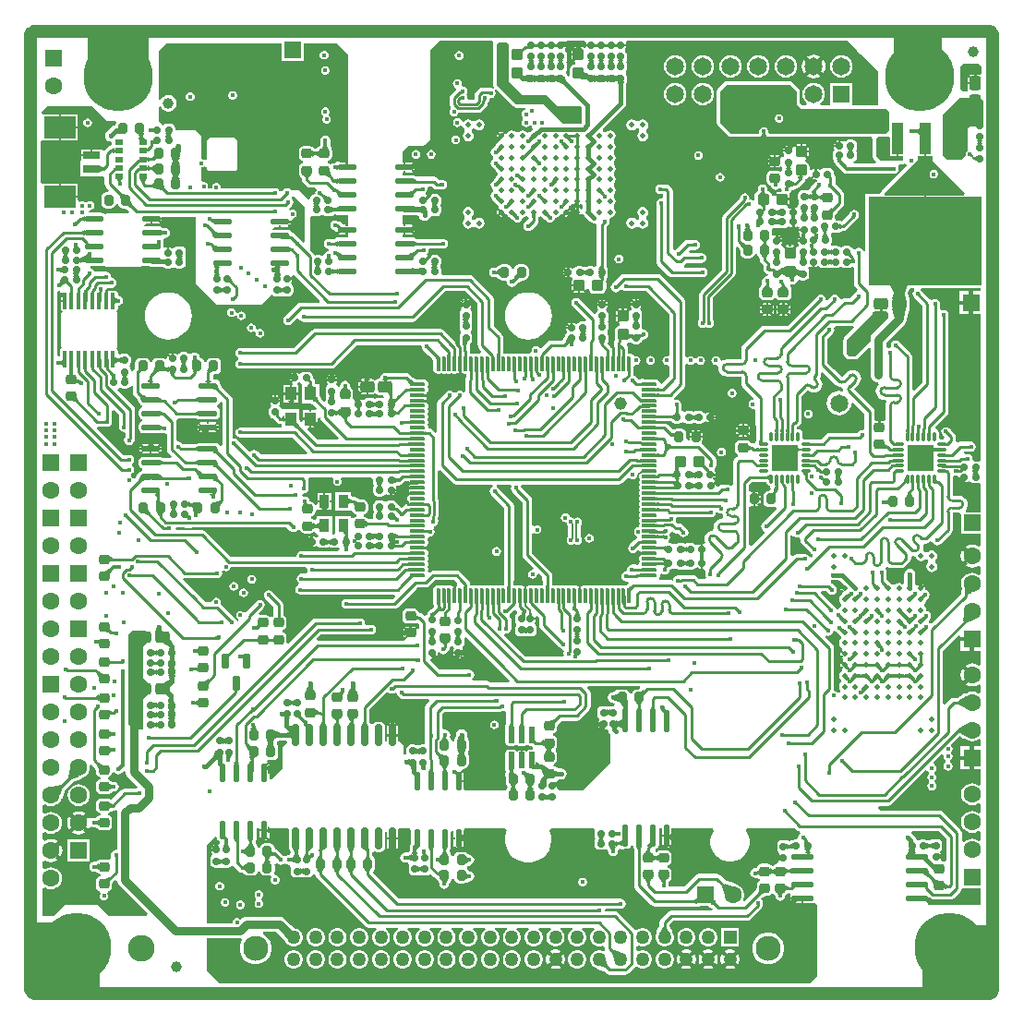
<source format=gbr>
G04*
G04 #@! TF.GenerationSoftware,Altium Limited,Altium Designer,24.9.1 (31)*
G04*
G04 Layer_Physical_Order=6*
G04 Layer_Color=16711680*
%FSLAX44Y44*%
%MOMM*%
G71*
G04*
G04 #@! TF.SameCoordinates,6A9D4D84-9140-4673-ADE8-75025B522ADB*
G04*
G04*
G04 #@! TF.FilePolarity,Positive*
G04*
G01*
G75*
%ADD11C,0.2000*%
%ADD13C,0.4000*%
%ADD16C,0.3000*%
%ADD22R,0.9500X1.2000*%
G04:AMPARAMS|DCode=23|XSize=1.64mm|YSize=0.59mm|CornerRadius=0.1475mm|HoleSize=0mm|Usage=FLASHONLY|Rotation=0.000|XOffset=0mm|YOffset=0mm|HoleType=Round|Shape=RoundedRectangle|*
%AMROUNDEDRECTD23*
21,1,1.6400,0.2950,0,0,0.0*
21,1,1.3450,0.5900,0,0,0.0*
1,1,0.2950,0.6725,-0.1475*
1,1,0.2950,-0.6725,-0.1475*
1,1,0.2950,-0.6725,0.1475*
1,1,0.2950,0.6725,0.1475*
%
%ADD23ROUNDEDRECTD23*%
G04:AMPARAMS|DCode=24|XSize=0.95mm|YSize=0.85mm|CornerRadius=0.2125mm|HoleSize=0mm|Usage=FLASHONLY|Rotation=270.000|XOffset=0mm|YOffset=0mm|HoleType=Round|Shape=RoundedRectangle|*
%AMROUNDEDRECTD24*
21,1,0.9500,0.4250,0,0,270.0*
21,1,0.5250,0.8500,0,0,270.0*
1,1,0.4250,-0.2125,-0.2625*
1,1,0.4250,-0.2125,0.2625*
1,1,0.4250,0.2125,0.2625*
1,1,0.4250,0.2125,-0.2625*
%
%ADD24ROUNDEDRECTD24*%
G04:AMPARAMS|DCode=33|XSize=0.95mm|YSize=0.85mm|CornerRadius=0.2125mm|HoleSize=0mm|Usage=FLASHONLY|Rotation=180.000|XOffset=0mm|YOffset=0mm|HoleType=Round|Shape=RoundedRectangle|*
%AMROUNDEDRECTD33*
21,1,0.9500,0.4250,0,0,180.0*
21,1,0.5250,0.8500,0,0,180.0*
1,1,0.4250,-0.2625,0.2125*
1,1,0.4250,0.2625,0.2125*
1,1,0.4250,0.2625,-0.2125*
1,1,0.4250,-0.2625,-0.2125*
%
%ADD33ROUNDEDRECTD33*%
G04:AMPARAMS|DCode=34|XSize=0.65mm|YSize=0.6mm|CornerRadius=0.15mm|HoleSize=0mm|Usage=FLASHONLY|Rotation=180.000|XOffset=0mm|YOffset=0mm|HoleType=Round|Shape=RoundedRectangle|*
%AMROUNDEDRECTD34*
21,1,0.6500,0.3000,0,0,180.0*
21,1,0.3500,0.6000,0,0,180.0*
1,1,0.3000,-0.1750,0.1500*
1,1,0.3000,0.1750,0.1500*
1,1,0.3000,0.1750,-0.1500*
1,1,0.3000,-0.1750,-0.1500*
%
%ADD34ROUNDEDRECTD34*%
G04:AMPARAMS|DCode=35|XSize=0.65mm|YSize=0.6mm|CornerRadius=0.15mm|HoleSize=0mm|Usage=FLASHONLY|Rotation=270.000|XOffset=0mm|YOffset=0mm|HoleType=Round|Shape=RoundedRectangle|*
%AMROUNDEDRECTD35*
21,1,0.6500,0.3000,0,0,270.0*
21,1,0.3500,0.6000,0,0,270.0*
1,1,0.3000,-0.1500,-0.1750*
1,1,0.3000,-0.1500,0.1750*
1,1,0.3000,0.1500,0.1750*
1,1,0.3000,0.1500,-0.1750*
%
%ADD35ROUNDEDRECTD35*%
G04:AMPARAMS|DCode=50|XSize=1.1mm|YSize=1.3mm|CornerRadius=0.25mm|HoleSize=0mm|Usage=FLASHONLY|Rotation=180.000|XOffset=0mm|YOffset=0mm|HoleType=Round|Shape=RoundedRectangle|*
%AMROUNDEDRECTD50*
21,1,1.1000,0.8000,0,0,180.0*
21,1,0.6000,1.3000,0,0,180.0*
1,1,0.5000,-0.3000,0.4000*
1,1,0.5000,0.3000,0.4000*
1,1,0.5000,0.3000,-0.4000*
1,1,0.5000,-0.3000,-0.4000*
%
%ADD50ROUNDEDRECTD50*%
G04:AMPARAMS|DCode=51|XSize=1.1mm|YSize=1mm|CornerRadius=0.25mm|HoleSize=0mm|Usage=FLASHONLY|Rotation=270.000|XOffset=0mm|YOffset=0mm|HoleType=Round|Shape=RoundedRectangle|*
%AMROUNDEDRECTD51*
21,1,1.1000,0.5000,0,0,270.0*
21,1,0.6000,1.0000,0,0,270.0*
1,1,0.5000,-0.2500,-0.3000*
1,1,0.5000,-0.2500,0.3000*
1,1,0.5000,0.2500,0.3000*
1,1,0.5000,0.2500,-0.3000*
%
%ADD51ROUNDEDRECTD51*%
%ADD56R,6.8000X6.4000*%
%ADD57R,6.5000X6.7000*%
%ADD103C,1.5240*%
%ADD105C,0.5000*%
%ADD106C,0.2200*%
%ADD107C,0.2800*%
%ADD108C,1.2000*%
%ADD119C,1.0000*%
%ADD120C,0.2400*%
%ADD124C,2.4500*%
%ADD125C,1.6000*%
%ADD126R,1.6000X1.6000*%
%ADD127R,1.6000X1.6000*%
%ADD128C,2.3000*%
%ADD129R,1.2580X1.2580*%
%ADD130C,1.2580*%
%ADD131C,1.1500*%
%ADD132C,1.6500*%
%ADD135R,1.6500X1.6500*%
%ADD136C,6.3500*%
%ADD137C,0.4000*%
%ADD138C,0.8000*%
G04:AMPARAMS|DCode=140|XSize=1.1mm|YSize=1mm|CornerRadius=0.25mm|HoleSize=0mm|Usage=FLASHONLY|Rotation=0.000|XOffset=0mm|YOffset=0mm|HoleType=Round|Shape=RoundedRectangle|*
%AMROUNDEDRECTD140*
21,1,1.1000,0.5000,0,0,0.0*
21,1,0.6000,1.0000,0,0,0.0*
1,1,0.5000,0.3000,-0.2500*
1,1,0.5000,-0.3000,-0.2500*
1,1,0.5000,-0.3000,0.2500*
1,1,0.5000,0.3000,0.2500*
%
%ADD140ROUNDEDRECTD140*%
%ADD141R,10.4500X8.1000*%
%ADD142R,1.0000X3.0000*%
%ADD143C,0.4900*%
G04:AMPARAMS|DCode=144|XSize=0.8mm|YSize=0.26mm|CornerRadius=0.065mm|HoleSize=0mm|Usage=FLASHONLY|Rotation=180.000|XOffset=0mm|YOffset=0mm|HoleType=Round|Shape=RoundedRectangle|*
%AMROUNDEDRECTD144*
21,1,0.8000,0.1300,0,0,180.0*
21,1,0.6700,0.2600,0,0,180.0*
1,1,0.1300,-0.3350,0.0650*
1,1,0.1300,0.3350,0.0650*
1,1,0.1300,0.3350,-0.0650*
1,1,0.1300,-0.3350,-0.0650*
%
%ADD144ROUNDEDRECTD144*%
G04:AMPARAMS|DCode=145|XSize=0.26mm|YSize=0.8mm|CornerRadius=0.065mm|HoleSize=0mm|Usage=FLASHONLY|Rotation=180.000|XOffset=0mm|YOffset=0mm|HoleType=Round|Shape=RoundedRectangle|*
%AMROUNDEDRECTD145*
21,1,0.2600,0.6700,0,0,180.0*
21,1,0.1300,0.8000,0,0,180.0*
1,1,0.1300,-0.0650,0.3350*
1,1,0.1300,0.0650,0.3350*
1,1,0.1300,0.0650,-0.3350*
1,1,0.1300,-0.0650,-0.3350*
%
%ADD145ROUNDEDRECTD145*%
%ADD146R,2.4500X2.4500*%
%ADD147R,0.8000X0.5000*%
G04:AMPARAMS|DCode=148|XSize=1.45mm|YSize=0.59mm|CornerRadius=0.0738mm|HoleSize=0mm|Usage=FLASHONLY|Rotation=90.000|XOffset=0mm|YOffset=0mm|HoleType=Round|Shape=RoundedRectangle|*
%AMROUNDEDRECTD148*
21,1,1.4500,0.4425,0,0,90.0*
21,1,1.3025,0.5900,0,0,90.0*
1,1,0.1475,0.2213,0.6513*
1,1,0.1475,0.2213,-0.6513*
1,1,0.1475,-0.2213,-0.6513*
1,1,0.1475,-0.2213,0.6513*
%
%ADD148ROUNDEDRECTD148*%
G04:AMPARAMS|DCode=149|XSize=1.64mm|YSize=0.59mm|CornerRadius=0.1475mm|HoleSize=0mm|Usage=FLASHONLY|Rotation=270.000|XOffset=0mm|YOffset=0mm|HoleType=Round|Shape=RoundedRectangle|*
%AMROUNDEDRECTD149*
21,1,1.6400,0.2950,0,0,270.0*
21,1,1.3450,0.5900,0,0,270.0*
1,1,0.2950,-0.1475,-0.6725*
1,1,0.2950,-0.1475,0.6725*
1,1,0.2950,0.1475,0.6725*
1,1,0.2950,0.1475,-0.6725*
%
%ADD149ROUNDEDRECTD149*%
G04:AMPARAMS|DCode=150|XSize=1.9539mm|YSize=0.5821mm|CornerRadius=0.1455mm|HoleSize=0mm|Usage=FLASHONLY|Rotation=180.000|XOffset=0mm|YOffset=0mm|HoleType=Round|Shape=RoundedRectangle|*
%AMROUNDEDRECTD150*
21,1,1.9539,0.2911,0,0,180.0*
21,1,1.6629,0.5821,0,0,180.0*
1,1,0.2911,-0.8314,0.1455*
1,1,0.2911,0.8314,0.1455*
1,1,0.2911,0.8314,-0.1455*
1,1,0.2911,-0.8314,-0.1455*
%
%ADD150ROUNDEDRECTD150*%
G04:AMPARAMS|DCode=151|XSize=1.9539mm|YSize=0.5821mm|CornerRadius=0.1455mm|HoleSize=0mm|Usage=FLASHONLY|Rotation=270.000|XOffset=0mm|YOffset=0mm|HoleType=Round|Shape=RoundedRectangle|*
%AMROUNDEDRECTD151*
21,1,1.9539,0.2911,0,0,270.0*
21,1,1.6629,0.5821,0,0,270.0*
1,1,0.2911,-0.1455,-0.8314*
1,1,0.2911,-0.1455,0.8314*
1,1,0.2911,0.1455,0.8314*
1,1,0.2911,0.1455,-0.8314*
%
%ADD151ROUNDEDRECTD151*%
G04:AMPARAMS|DCode=152|XSize=1.95mm|YSize=0.65mm|CornerRadius=0.1625mm|HoleSize=0mm|Usage=FLASHONLY|Rotation=270.000|XOffset=0mm|YOffset=0mm|HoleType=Round|Shape=RoundedRectangle|*
%AMROUNDEDRECTD152*
21,1,1.9500,0.3250,0,0,270.0*
21,1,1.6250,0.6500,0,0,270.0*
1,1,0.3250,-0.1625,-0.8125*
1,1,0.3250,-0.1625,0.8125*
1,1,0.3250,0.1625,0.8125*
1,1,0.3250,0.1625,-0.8125*
%
%ADD152ROUNDEDRECTD152*%
G04:AMPARAMS|DCode=153|XSize=1.6002mm|YSize=0.3556mm|CornerRadius=0.0889mm|HoleSize=0mm|Usage=FLASHONLY|Rotation=90.000|XOffset=0mm|YOffset=0mm|HoleType=Round|Shape=RoundedRectangle|*
%AMROUNDEDRECTD153*
21,1,1.6002,0.1778,0,0,90.0*
21,1,1.4224,0.3556,0,0,90.0*
1,1,0.1778,0.0889,0.7112*
1,1,0.1778,0.0889,-0.7112*
1,1,0.1778,-0.0889,-0.7112*
1,1,0.1778,-0.0889,0.7112*
%
%ADD153ROUNDEDRECTD153*%
G04:AMPARAMS|DCode=154|XSize=0.35mm|YSize=1.35mm|CornerRadius=0.0875mm|HoleSize=0mm|Usage=FLASHONLY|Rotation=0.000|XOffset=0mm|YOffset=0mm|HoleType=Round|Shape=RoundedRectangle|*
%AMROUNDEDRECTD154*
21,1,0.3500,1.1750,0,0,0.0*
21,1,0.1750,1.3500,0,0,0.0*
1,1,0.1750,0.0875,-0.5875*
1,1,0.1750,-0.0875,-0.5875*
1,1,0.1750,-0.0875,0.5875*
1,1,0.1750,0.0875,0.5875*
%
%ADD154ROUNDEDRECTD154*%
G04:AMPARAMS|DCode=155|XSize=1.35mm|YSize=0.35mm|CornerRadius=0.0875mm|HoleSize=0mm|Usage=FLASHONLY|Rotation=0.000|XOffset=0mm|YOffset=0mm|HoleType=Round|Shape=RoundedRectangle|*
%AMROUNDEDRECTD155*
21,1,1.3500,0.1750,0,0,0.0*
21,1,1.1750,0.3500,0,0,0.0*
1,1,0.1750,0.5875,-0.0875*
1,1,0.1750,-0.5875,-0.0875*
1,1,0.1750,-0.5875,0.0875*
1,1,0.1750,0.5875,0.0875*
%
%ADD155ROUNDEDRECTD155*%
%ADD156R,1.1000X1.3000*%
G04:AMPARAMS|DCode=157|XSize=1.1mm|YSize=1.3mm|CornerRadius=0.25mm|HoleSize=0mm|Usage=FLASHONLY|Rotation=270.000|XOffset=0mm|YOffset=0mm|HoleType=Round|Shape=RoundedRectangle|*
%AMROUNDEDRECTD157*
21,1,1.1000,0.8000,0,0,270.0*
21,1,0.6000,1.3000,0,0,270.0*
1,1,0.5000,-0.4000,-0.3000*
1,1,0.5000,-0.4000,0.3000*
1,1,0.5000,0.4000,0.3000*
1,1,0.5000,0.4000,-0.3000*
%
%ADD157ROUNDEDRECTD157*%
%ADD158R,3.0000X2.1000*%
%ADD159R,1.6000X0.8000*%
G04:AMPARAMS|DCode=160|XSize=1.32mm|YSize=0.6mm|CornerRadius=0.075mm|HoleSize=0mm|Usage=FLASHONLY|Rotation=270.000|XOffset=0mm|YOffset=0mm|HoleType=Round|Shape=RoundedRectangle|*
%AMROUNDEDRECTD160*
21,1,1.3200,0.4500,0,0,270.0*
21,1,1.1700,0.6000,0,0,270.0*
1,1,0.1500,-0.2250,-0.5850*
1,1,0.1500,-0.2250,0.5850*
1,1,0.1500,0.2250,0.5850*
1,1,0.1500,0.2250,-0.5850*
%
%ADD160ROUNDEDRECTD160*%
%ADD161C,0.2300*%
%ADD162C,0.2800*%
%ADD163C,0.3400*%
%ADD164R,4.5000X2.3000*%
%ADD165R,5.5478X3.2001*%
G36*
X518238Y880000D02*
Y879250D01*
X519971D01*
Y877250D01*
X518238D01*
Y876500D01*
X518320Y876086D01*
X516436Y875306D01*
X516384Y875384D01*
X515061Y876268D01*
X513500Y876578D01*
X513187D01*
X513994Y874889D01*
X512000D01*
Y874826D01*
X510000D01*
Y874889D01*
X508006D01*
X508813Y876578D01*
X508500D01*
X506939Y876268D01*
X506464Y875950D01*
X507710Y874705D01*
X506295Y873290D01*
X505050Y874536D01*
X504732Y874061D01*
X504422Y872500D01*
Y870500D01*
X506174D01*
Y868500D01*
X504422D01*
Y866500D01*
X504732Y864939D01*
X505050Y864464D01*
X506295Y865710D01*
X507710Y864296D01*
X506464Y863050D01*
X506939Y862732D01*
X507856Y862550D01*
Y860511D01*
X506534Y860248D01*
X504866Y859134D01*
X503752Y857467D01*
X503361Y855500D01*
Y850150D01*
X501361Y849654D01*
X500386Y851502D01*
X500140Y851804D01*
X499725Y852598D01*
X499697Y853211D01*
X499791Y854354D01*
X499877Y854587D01*
X500102Y854924D01*
X500416Y856500D01*
Y860000D01*
X500313Y860517D01*
X500411Y860910D01*
X500400Y860985D01*
X500415Y861059D01*
X500313Y861573D01*
X500236Y862090D01*
X499910Y863000D01*
X500236Y863910D01*
X500313Y864427D01*
X500415Y864940D01*
X500400Y865015D01*
X500411Y865090D01*
X500313Y865483D01*
X500416Y866000D01*
Y869500D01*
X500102Y871076D01*
X499209Y872413D01*
X499194Y872423D01*
X498473Y874301D01*
X498828Y874889D01*
X499122Y875329D01*
X499355Y876500D01*
Y877250D01*
X498656D01*
X497764Y876809D01*
X497678Y877250D01*
X497622D01*
Y877535D01*
X496870Y881384D01*
X499983Y881309D01*
X500083Y880940D01*
X500842Y881922D01*
X516751D01*
X518238Y880000D01*
D02*
G37*
G36*
X300000Y870000D02*
Y770558D01*
X299650D01*
Y768826D01*
X297650D01*
Y770558D01*
X292981D01*
X292962Y770586D01*
X292956Y770590D01*
X292951Y770597D01*
X292457Y770918D01*
X291965Y771242D01*
X291958Y771244D01*
X291951Y771248D01*
X291370Y771356D01*
X290793Y771467D01*
X290785Y771465D01*
X290778Y771467D01*
X290201Y771345D01*
X289624Y771226D01*
X289618Y771221D01*
X289610Y771220D01*
X287007Y770105D01*
X286386Y769981D01*
X285817Y769601D01*
X283988Y768738D01*
X282445Y769769D01*
X281384Y769980D01*
Y772020D01*
X282445Y772231D01*
X283988Y773262D01*
X285019Y774805D01*
X285381Y776625D01*
Y780875D01*
X285019Y782695D01*
X284749Y783100D01*
X284690Y783556D01*
X284626Y783667D01*
X284600Y783791D01*
X283397Y786575D01*
Y789796D01*
X283588Y790757D01*
X283239Y792513D01*
X282244Y794002D01*
X280756Y794996D01*
X279000Y795346D01*
X277244Y794996D01*
X275756Y794002D01*
X275564Y793810D01*
X274570Y792322D01*
X274221Y790566D01*
Y786667D01*
X273516Y785243D01*
X272575Y784615D01*
X272295Y784559D01*
X272246Y784526D01*
X272188Y784512D01*
X270000Y783506D01*
X267812Y784512D01*
X267754Y784526D01*
X267705Y784559D01*
X267425Y784615D01*
X266445Y785269D01*
X264625Y785631D01*
X259375D01*
X257555Y785269D01*
X256012Y784238D01*
X254981Y782695D01*
X254619Y780875D01*
Y776625D01*
X254981Y774805D01*
X256012Y773262D01*
X257555Y772231D01*
X258616Y772020D01*
Y769980D01*
X257555Y769769D01*
X256012Y768738D01*
X254981Y767195D01*
X254619Y765375D01*
Y761125D01*
X254981Y759305D01*
X256012Y757762D01*
X256636Y757345D01*
X257514Y755541D01*
Y754800D01*
X257514Y754800D01*
X257855Y753083D01*
X258828Y751628D01*
X261628Y748828D01*
X261628Y748828D01*
X263083Y747855D01*
X264800Y747514D01*
X264800Y747514D01*
X269743D01*
X269977Y747230D01*
X270628Y745514D01*
X270044Y744639D01*
X269718Y743000D01*
X269799Y742592D01*
X269000Y741619D01*
X267424Y741306D01*
X266087Y740413D01*
X265194Y739076D01*
X264955Y737873D01*
X263120Y736880D01*
X255000Y745000D01*
X247621D01*
X247172Y745672D01*
X245717Y746645D01*
X244000Y746986D01*
X242283Y746645D01*
X240828Y745672D01*
X240156Y745000D01*
X240000D01*
X239023Y744023D01*
X238216Y744098D01*
X236722Y744550D01*
X235972Y745672D01*
X234517Y746645D01*
X232800Y746986D01*
X184571D01*
X183063Y747286D01*
X183000Y748496D01*
X182391Y749966D01*
X181266Y751091D01*
X179796Y751700D01*
X178204D01*
X176734Y751091D01*
X175609Y749966D01*
X175000Y748496D01*
Y747286D01*
X171779D01*
X171500Y747704D01*
Y749296D01*
X170891Y750766D01*
X169766Y751891D01*
X168296Y752500D01*
X166704D01*
X165000Y753959D01*
Y766000D01*
X165796D01*
X167266Y766609D01*
X167941Y767284D01*
X169941Y766648D01*
Y766000D01*
X170174Y764829D01*
X170837Y763837D01*
X171829Y763174D01*
X173000Y762941D01*
X195000D01*
X196171Y763174D01*
X197163Y763837D01*
X197826Y764829D01*
X198059Y766000D01*
Y790000D01*
X197826Y791171D01*
X197163Y792163D01*
X196171Y792826D01*
X195000Y793059D01*
X173000D01*
X171829Y792826D01*
X170837Y792163D01*
X170174Y791171D01*
X169941Y790000D01*
Y773352D01*
X167941Y772716D01*
X167266Y773391D01*
X165796Y774000D01*
X165000D01*
Y795000D01*
X160000Y800000D01*
X141119D01*
Y802000D01*
X140806Y803576D01*
X139913Y804913D01*
X138576Y805806D01*
X137000Y806119D01*
X133500D01*
X131924Y805806D01*
X130587Y804913D01*
X130132Y804868D01*
X126000Y809000D01*
Y821729D01*
X127974Y822090D01*
X128967Y820370D01*
X130370Y818967D01*
X132090Y817974D01*
X134007Y817460D01*
X135993D01*
X137910Y817974D01*
X139630Y818967D01*
X141033Y820370D01*
X142026Y822090D01*
X142540Y824007D01*
Y825993D01*
X142026Y827910D01*
X141033Y829630D01*
X139630Y831033D01*
X137910Y832026D01*
X135993Y832540D01*
X134007D01*
X132090Y832026D01*
X130370Y831033D01*
X128967Y829630D01*
X127974Y827910D01*
X126000Y828271D01*
Y873000D01*
X133000Y880000D01*
X239000D01*
Y864000D01*
X259000D01*
Y880000D01*
X290000D01*
X300000Y870000D01*
D02*
G37*
G36*
X551661Y863000D02*
X552356Y861059D01*
X547237D01*
X547932Y863000D01*
X547237Y864940D01*
X552356D01*
X551661Y863000D01*
D02*
G37*
G36*
X542661D02*
X543356Y861059D01*
X538237D01*
X538932Y863000D01*
X538237Y864940D01*
X543356D01*
X542661Y863000D01*
D02*
G37*
G36*
X533661D02*
X534356Y861059D01*
X529237D01*
X529932Y863000D01*
X529237Y864940D01*
X534356D01*
X533661Y863000D01*
D02*
G37*
G36*
X524661D02*
X525356Y861059D01*
X520237D01*
X520932Y863000D01*
X520237Y864940D01*
X525356D01*
X524661Y863000D01*
D02*
G37*
G36*
X496661D02*
X497356Y861059D01*
X492237D01*
X492932Y863000D01*
X492237Y864940D01*
X497356D01*
X496661Y863000D01*
D02*
G37*
G36*
X487661D02*
X488356Y861059D01*
X483237D01*
X483932Y863000D01*
X483237Y864940D01*
X488356D01*
X487661Y863000D01*
D02*
G37*
G36*
X478661D02*
X479356Y861059D01*
X474237D01*
X474932Y863000D01*
X474237Y864940D01*
X479356D01*
X478661Y863000D01*
D02*
G37*
G36*
X469661D02*
X470356Y861059D01*
X465237D01*
X465932Y863000D01*
X465237Y864940D01*
X470356D01*
X469661Y863000D01*
D02*
G37*
G36*
X881000Y858000D02*
Y852462D01*
X880573Y852033D01*
X879000Y851129D01*
X878000Y851328D01*
X876000D01*
Y849576D01*
X874000D01*
Y851328D01*
X872000D01*
X870439Y851018D01*
X869964Y850700D01*
X871210Y849455D01*
X869795Y848040D01*
X868550Y849286D01*
X868232Y848811D01*
X867922Y847250D01*
Y844250D01*
X869674D01*
Y842250D01*
X867922D01*
Y839250D01*
X868170Y838000D01*
X867713Y837002D01*
X866955Y836000D01*
X863000D01*
X861000Y838000D01*
Y858000D01*
X864000Y861000D01*
X878000D01*
X881000Y858000D01*
D02*
G37*
G36*
X474723Y849755D02*
X474745Y849750D01*
Y845750D01*
X474723Y845745D01*
Y844616D01*
X472296Y845180D01*
X469870Y844616D01*
Y845745D01*
X469848Y845750D01*
Y849750D01*
X469870Y849755D01*
Y850884D01*
X472296Y850320D01*
X474723Y850884D01*
Y849755D01*
D02*
G37*
G36*
X547723D02*
X547745Y849750D01*
Y845750D01*
X547723Y845745D01*
Y845427D01*
X552681D01*
X551796Y840601D01*
X547796D01*
X547031Y844777D01*
X545296Y845180D01*
X542870Y844616D01*
Y845745D01*
X542848Y845750D01*
Y849750D01*
X542870Y849755D01*
Y850884D01*
X545296Y850320D01*
X547723Y850884D01*
Y849755D01*
D02*
G37*
G36*
X538723D02*
X538745Y849750D01*
Y845750D01*
X538723Y845745D01*
Y844616D01*
X536296Y845180D01*
X533870Y844616D01*
Y845745D01*
X533848Y845750D01*
Y849750D01*
X533870Y849755D01*
Y850884D01*
X536296Y850320D01*
X538723Y850884D01*
Y849755D01*
D02*
G37*
G36*
X529723D02*
X529745Y849750D01*
Y845750D01*
X529723Y845745D01*
Y844616D01*
X527296Y845180D01*
X524870Y844616D01*
Y845745D01*
X524848Y845750D01*
Y849750D01*
X524870Y849755D01*
Y850884D01*
X527296Y850320D01*
X529723Y850884D01*
Y849755D01*
D02*
G37*
G36*
X492723D02*
X492745Y849750D01*
Y845750D01*
X492723Y845745D01*
Y844616D01*
X490297Y845180D01*
X487870Y844616D01*
Y845745D01*
X487848Y845750D01*
Y849750D01*
X487870Y849755D01*
Y850884D01*
X490297Y850320D01*
X492723Y850884D01*
Y849755D01*
D02*
G37*
G36*
X483723D02*
X483745Y849750D01*
Y845750D01*
X483723Y845745D01*
Y844616D01*
X481296Y845180D01*
X478870Y844616D01*
Y845745D01*
X478848Y845750D01*
Y849750D01*
X478870Y849755D01*
Y850884D01*
X481296Y850320D01*
X483723Y850884D01*
Y849755D01*
D02*
G37*
G36*
X520018Y851538D02*
X519881Y850996D01*
X520723Y850884D01*
X519920Y845544D01*
X516255Y847317D01*
X514464Y847174D01*
X515987Y853538D01*
X520018Y851538D01*
D02*
G37*
G36*
X465723Y844616D02*
X460848Y845750D01*
Y849750D01*
X465723Y850884D01*
Y844616D01*
D02*
G37*
G36*
X500623Y844502D02*
X497795Y841673D01*
X492723Y844616D01*
X497681Y850073D01*
X500623Y844502D01*
D02*
G37*
G36*
X766694Y873306D02*
X770000Y870000D01*
X786000Y854000D01*
X786000Y825059D01*
X785674Y823059D01*
X762450D01*
Y843550D01*
X741950D01*
Y823059D01*
X733576D01*
X732897Y825059D01*
X734110Y825990D01*
X735753Y828131D01*
X736786Y830624D01*
X737138Y833300D01*
X736786Y835976D01*
X735753Y838469D01*
X734110Y840610D01*
X731969Y842253D01*
X729476Y843286D01*
X726800Y843638D01*
X724124Y843286D01*
X721631Y842253D01*
X719490Y840610D01*
X717847Y838469D01*
X716814Y835976D01*
X716462Y833300D01*
X716814Y830624D01*
X717847Y828131D01*
X719490Y825990D01*
X720703Y825059D01*
X720024Y823059D01*
X716267D01*
X714059Y825267D01*
Y836000D01*
X714059Y836000D01*
X713826Y837170D01*
X713163Y838163D01*
X713163Y838163D01*
X707163Y844163D01*
X706171Y844826D01*
X705000Y845059D01*
X705000Y845059D01*
X647000D01*
X647000Y845059D01*
X645829Y844826D01*
X644837Y844163D01*
X644837Y844163D01*
X638837Y838163D01*
X638174Y837170D01*
X637941Y836000D01*
X637941Y836000D01*
X637941Y807000D01*
X638174Y805829D01*
X638837Y804837D01*
X638837Y804837D01*
X648837Y794837D01*
X649829Y794174D01*
X651000Y793941D01*
X651000Y793941D01*
X676195D01*
X676491Y794000D01*
X676792D01*
X677070Y794115D01*
X677366Y794174D01*
X677616Y794341D01*
X677895Y794457D01*
X678108Y794670D01*
X678358Y794837D01*
X678526Y795088D01*
X678739Y795301D01*
X679543Y796505D01*
X679659Y796783D01*
X679826Y797034D01*
X679885Y797329D01*
X680000Y797608D01*
X680859D01*
X682101Y797365D01*
X682115Y797329D01*
X682174Y797034D01*
X682341Y796783D01*
X682457Y796505D01*
X683261Y795301D01*
X683474Y795088D01*
X683642Y794837D01*
X683892Y794670D01*
X684105Y794457D01*
X684384Y794342D01*
X684634Y794174D01*
X684930Y794115D01*
X685208Y794000D01*
X685509D01*
X685805Y793941D01*
X779443D01*
X779479Y793925D01*
X780941Y792000D01*
X780941Y792000D01*
Y776000D01*
X781174Y774829D01*
X781837Y773837D01*
X781837Y773837D01*
X784086Y771588D01*
X783258Y769588D01*
X763489D01*
X763292Y771588D01*
X763826Y771694D01*
X765163Y772587D01*
X766056Y773924D01*
X766369Y775500D01*
Y778500D01*
X766252Y779089D01*
X766342Y779540D01*
X766339Y779554D01*
X766342Y779567D01*
X766223Y780139D01*
X766109Y780711D01*
X766101Y780722D01*
X766099Y780736D01*
X765774Y781500D01*
X766099Y782264D01*
X766101Y782278D01*
X766109Y782289D01*
X766223Y782861D01*
X766342Y783433D01*
X766339Y783446D01*
X766342Y783459D01*
X766252Y783911D01*
X766369Y784500D01*
Y787500D01*
X766056Y789076D01*
X765163Y790413D01*
X763826Y791306D01*
X762250Y791619D01*
X758750D01*
X757174Y791306D01*
X755837Y790413D01*
X755827Y790398D01*
X753949Y789677D01*
X753361Y790032D01*
X752921Y790326D01*
X751750Y790559D01*
X751000D01*
Y788826D01*
X749000D01*
Y790559D01*
X748250D01*
X747079Y790326D01*
X746935Y790229D01*
X748289Y788875D01*
X746875Y787461D01*
X745521Y788815D01*
X745424Y788671D01*
X745191Y787500D01*
Y787000D01*
X746924D01*
Y785000D01*
X745191D01*
Y784500D01*
X745424Y783329D01*
X746087Y782337D01*
X745446Y781485D01*
X745337Y781413D01*
X744444Y780076D01*
X744131Y778500D01*
Y775500D01*
X744444Y773924D01*
X745148Y772870D01*
X745524Y771291D01*
X745574Y771182D01*
X745761Y770244D01*
X746756Y768756D01*
X753756Y761756D01*
X755244Y760761D01*
X757000Y760412D01*
X800000D01*
X801756Y760761D01*
X803244Y761756D01*
X804239Y763244D01*
X804588Y765000D01*
X804239Y766756D01*
X804115Y766941D01*
X805184Y768941D01*
X808000D01*
X808000Y768941D01*
X809171Y769174D01*
X809867Y769640D01*
X811797Y769248D01*
X811979Y769182D01*
X812469Y767795D01*
X789185Y744511D01*
X788522Y743518D01*
X788289Y742348D01*
X786411Y741540D01*
X774210D01*
Y689585D01*
X772210Y689388D01*
X772145Y689717D01*
X771172Y691172D01*
X769717Y692145D01*
X768000Y692486D01*
X766283Y692145D01*
X764828Y691172D01*
X764753Y691061D01*
X764620Y691000D01*
X762578Y691406D01*
X762546Y691571D01*
X761653Y692907D01*
X760316Y693800D01*
X758740Y694114D01*
X755240D01*
X753664Y693800D01*
X753178Y693476D01*
X751740Y693072D01*
X750302Y693476D01*
X749816Y693800D01*
X748240Y694114D01*
X744740D01*
X744223Y694011D01*
X743830Y694109D01*
X743755Y694098D01*
X743680Y694113D01*
X743657Y694108D01*
X742779Y695076D01*
X742469Y695929D01*
X742796Y696418D01*
X743109Y697995D01*
Y700994D01*
X742796Y702571D01*
X742757Y702629D01*
X742700Y702877D01*
X742571Y703445D01*
X742571Y703446D01*
X742570Y703447D01*
X742307Y704037D01*
X743390Y706514D01*
X743924Y706694D01*
X745500Y706381D01*
X749000D01*
X750016Y706583D01*
X750141Y706558D01*
X750160Y706562D01*
X750179Y706558D01*
X750744Y706678D01*
X751311Y706791D01*
X751328Y706802D01*
X751347Y706806D01*
X753472Y707718D01*
X754000D01*
X755639Y708044D01*
X757028Y708972D01*
X766722Y718666D01*
X767103Y719236D01*
X767188Y719336D01*
X767206Y719391D01*
X767650Y720055D01*
X767824Y720927D01*
X767956Y721126D01*
X768282Y722765D01*
X767956Y724403D01*
X767028Y725792D01*
X765639Y726721D01*
X764000Y727047D01*
X762361Y726721D01*
X760972Y725792D01*
X760666Y725486D01*
X759738Y724097D01*
X759737Y724094D01*
X759493Y723836D01*
X759002Y723058D01*
X752600Y716656D01*
X751347Y717194D01*
X751328Y717198D01*
X751311Y717209D01*
X750744Y717322D01*
X750179Y717442D01*
X750160Y717438D01*
X750141Y717442D01*
X750016Y717417D01*
X749000Y717619D01*
X747626D01*
X747285Y717868D01*
X746172Y719619D01*
X746371Y720620D01*
Y721566D01*
X746451Y721668D01*
X748175Y725085D01*
X753172Y730082D01*
X753172Y730082D01*
X754145Y731538D01*
X754486Y733254D01*
Y741000D01*
X754145Y742717D01*
X753172Y744172D01*
X746486Y750858D01*
Y757250D01*
X746145Y758967D01*
X745172Y760422D01*
X745172Y760422D01*
X745119Y760475D01*
Y761500D01*
X744806Y763076D01*
X743913Y764413D01*
X742576Y765306D01*
X741000Y765619D01*
X737500D01*
X735924Y765306D01*
X734587Y764413D01*
X734577Y764398D01*
X732699Y763677D01*
X732111Y764032D01*
X731671Y764326D01*
X730500Y764559D01*
X729750D01*
Y762826D01*
X727750D01*
Y764559D01*
X727000D01*
X725829Y764326D01*
X725119Y763851D01*
X723988Y764171D01*
X723119Y764691D01*
Y766495D01*
X722728Y768461D01*
X721614Y770128D01*
X719947Y771242D01*
X718624Y771505D01*
Y773544D01*
X719541Y773727D01*
X720016Y774044D01*
X718770Y775290D01*
X720184Y776704D01*
X721430Y775458D01*
X721748Y775934D01*
X722058Y777495D01*
Y779494D01*
X720306D01*
Y781495D01*
X722058D01*
Y783494D01*
X721748Y785055D01*
X721430Y785531D01*
X720184Y784285D01*
X718770Y785699D01*
X720016Y786945D01*
X719541Y787262D01*
X717980Y787573D01*
X716480D01*
Y785820D01*
X714480D01*
Y787573D01*
X712980D01*
X711419Y787262D01*
X710944Y786945D01*
X712190Y785699D01*
X710775Y784285D01*
X709530Y785531D01*
X709482Y785459D01*
X708441Y785291D01*
X706355Y783205D01*
X704941Y784620D01*
X706295Y785974D01*
X706151Y786070D01*
X704980Y786303D01*
X704480D01*
Y784570D01*
X702480D01*
Y786303D01*
X701980D01*
X700809Y786070D01*
X700665Y785974D01*
X702019Y784620D01*
X700605Y783205D01*
X699251Y784560D01*
X699154Y784415D01*
X698921Y783245D01*
Y782495D01*
X700654D01*
Y780495D01*
X698921D01*
Y779744D01*
X699154Y778574D01*
X699448Y778134D01*
X699803Y777545D01*
X699082Y775667D01*
X699067Y775657D01*
X699020Y775586D01*
X698381Y775490D01*
X696894Y775729D01*
X695535Y774371D01*
X694121Y775785D01*
X695391Y777055D01*
X695039Y777290D01*
X693625Y777571D01*
X692000D01*
Y775826D01*
X690000D01*
Y777571D01*
X688375D01*
X686961Y777290D01*
X686609Y777055D01*
X687879Y775785D01*
X686465Y774371D01*
X685195Y775641D01*
X684960Y775289D01*
X684679Y773875D01*
Y772750D01*
X686424D01*
Y770750D01*
X684679D01*
Y769625D01*
X684960Y768211D01*
X685195Y767859D01*
X686465Y769129D01*
X687879Y767715D01*
X686609Y766445D01*
X686961Y766210D01*
X688375Y765929D01*
X690000D01*
Y767674D01*
X692000D01*
Y765929D01*
X693625D01*
X695039Y766210D01*
X696058Y766891D01*
X696483Y766947D01*
X696504Y766942D01*
X697953Y765426D01*
X697783Y763429D01*
X697136Y762972D01*
X695861Y762492D01*
X695445Y762769D01*
X693625Y763131D01*
X688375D01*
X686555Y762769D01*
X685012Y761738D01*
X683981Y760195D01*
X683619Y758375D01*
Y754125D01*
X683981Y752305D01*
X685012Y750762D01*
X686555Y749731D01*
X687398Y749563D01*
X687434Y749478D01*
X687626Y748513D01*
X688598Y747057D01*
X688828Y746828D01*
X690283Y745855D01*
X692000Y745514D01*
X693717Y745855D01*
X695172Y746828D01*
X696831Y746570D01*
X697242Y746325D01*
X697392Y745303D01*
X696104Y743578D01*
X694500D01*
X692939Y743268D01*
X692464Y742950D01*
X693710Y741705D01*
X692295Y740290D01*
X691050Y741536D01*
X690732Y741061D01*
X690550Y740144D01*
X688511D01*
X688248Y741467D01*
X687134Y743134D01*
X685467Y744248D01*
X684889Y744362D01*
X684590Y744967D01*
X684602Y745140D01*
X684532Y745351D01*
Y745750D01*
X684206Y747389D01*
X683278Y748778D01*
X683028Y749028D01*
X681639Y749956D01*
X680000Y750282D01*
X678361Y749956D01*
X676972Y749028D01*
X676044Y747639D01*
X675718Y746000D01*
X675864Y745265D01*
X675839Y745216D01*
X675833Y745119D01*
X675795Y745029D01*
X675792Y744728D01*
X675557Y744252D01*
X675534Y744248D01*
X673866Y743134D01*
X672752Y741467D01*
X672361Y739500D01*
Y736581D01*
X671432Y736055D01*
X670361Y735763D01*
X669261Y736498D01*
X667661Y736816D01*
X667635Y736843D01*
X667881Y738080D01*
X667563Y739679D01*
X666657Y741035D01*
X665300Y741942D01*
X663701Y742260D01*
X662101Y741942D01*
X660745Y741035D01*
X660400Y740691D01*
X659494Y739335D01*
X659184Y737776D01*
X644244Y722836D01*
X643338Y721480D01*
X643020Y719880D01*
Y672306D01*
X623144Y652429D01*
X622237Y651073D01*
X621919Y649473D01*
Y635635D01*
X621920Y635632D01*
Y626257D01*
X621138Y625087D01*
X620820Y623487D01*
Y623000D01*
X621138Y621400D01*
X622044Y620044D01*
X623400Y619138D01*
X625000Y618820D01*
X626600Y619138D01*
X627956Y620044D01*
X628044D01*
X629400Y619138D01*
X631000Y618820D01*
X632600Y619138D01*
X633956Y620044D01*
X634862Y621400D01*
X635180Y623000D01*
Y623487D01*
X634862Y625087D01*
X634080Y626257D01*
Y637208D01*
X634080Y637211D01*
Y646168D01*
X653956Y666044D01*
X654862Y667400D01*
X655180Y669000D01*
Y692612D01*
X657028Y693378D01*
X657565Y692841D01*
X659289Y689423D01*
X659369Y689321D01*
Y687375D01*
X659731Y685555D01*
X660762Y684012D01*
X662305Y682981D01*
X664125Y682619D01*
X668375D01*
X670195Y682981D01*
X671738Y684012D01*
X672769Y685555D01*
X672980Y686616D01*
X675020D01*
X675231Y685555D01*
X676262Y684012D01*
X676750Y683686D01*
X677468Y682191D01*
Y681239D01*
X677794Y679600D01*
X678722Y678211D01*
X680712Y676221D01*
Y675854D01*
X680569Y674862D01*
X680581Y674637D01*
X680537Y674416D01*
X680612Y674047D01*
X680632Y673671D01*
X680712Y673502D01*
Y673006D01*
X681038Y671367D01*
X681966Y669977D01*
X682278Y669666D01*
X683667Y668738D01*
X684634Y668545D01*
X684954Y667956D01*
X684000Y666486D01*
X682283Y666145D01*
X680828Y665172D01*
X680823Y665167D01*
X679850Y663712D01*
X679509Y661995D01*
X679509Y661995D01*
Y658954D01*
X678633Y657155D01*
X678002Y656733D01*
X676971Y655190D01*
X676609Y653370D01*
Y649119D01*
X676971Y647299D01*
X678002Y645756D01*
X679545Y644725D01*
X681365Y644363D01*
X686615D01*
X688435Y644725D01*
X689978Y645756D01*
X690298Y646235D01*
X692682D01*
X693002Y645756D01*
X694545Y644725D01*
X696365Y644363D01*
X701615D01*
X703435Y644725D01*
X704978Y645756D01*
X706009Y647299D01*
X706371Y649119D01*
Y653370D01*
X706009Y655190D01*
X704978Y656733D01*
X705478Y658804D01*
X705688Y658979D01*
X707000Y658718D01*
X708639Y659044D01*
X710028Y659972D01*
X710956Y661361D01*
X711031Y661735D01*
X713165Y662970D01*
X713664Y662856D01*
X714156Y662714D01*
X714243Y662723D01*
X714329Y662704D01*
X714743Y662774D01*
X715490Y662625D01*
X718490D01*
X720066Y662939D01*
X721403Y663832D01*
X722296Y665168D01*
X722609Y666745D01*
Y670245D01*
X722296Y671821D01*
X721971Y672306D01*
X721568Y673745D01*
X721595Y673844D01*
X723569Y675169D01*
X724740Y674936D01*
X725490D01*
Y676669D01*
X727490D01*
Y674936D01*
X728240D01*
X729410Y675169D01*
X729851Y675463D01*
X730439Y675818D01*
X732317Y675097D01*
X732327Y675082D01*
X733664Y674189D01*
X735240Y673875D01*
X738740D01*
X739257Y673978D01*
X739650Y673880D01*
X739725Y673891D01*
X739799Y673876D01*
X740313Y673978D01*
X740830Y674055D01*
X741740Y674381D01*
X742650Y674055D01*
X743167Y673978D01*
X743680Y673876D01*
X743755Y673891D01*
X743830Y673880D01*
X744223Y673978D01*
X744740Y673875D01*
X748240D01*
X749816Y674189D01*
X751153Y675082D01*
X752327D01*
X753664Y674189D01*
X755240Y673875D01*
X758740D01*
X760316Y674189D01*
X761514Y674989D01*
X762331Y674806D01*
X762573Y674708D01*
X763514Y673885D01*
Y660000D01*
X763514Y660000D01*
X763855Y658283D01*
X764828Y656828D01*
X767274Y654381D01*
X766616Y652211D01*
X766283Y652145D01*
X764828Y651172D01*
X760142Y646486D01*
X755000D01*
X755000Y646486D01*
X753283Y646145D01*
X752413Y645564D01*
X750677Y646035D01*
X750211Y646384D01*
X750145Y646717D01*
X749172Y648172D01*
X747717Y649145D01*
X746000Y649486D01*
X744283Y649145D01*
X742828Y648172D01*
X742174Y647194D01*
X739412Y644432D01*
X738345Y644747D01*
X737431Y645279D01*
X737145Y646717D01*
X736172Y648172D01*
X734717Y649145D01*
X733000Y649486D01*
X731283Y649145D01*
X729828Y648172D01*
X702642Y620986D01*
X681500D01*
X679783Y620645D01*
X678328Y619672D01*
X678328Y619672D01*
X661468Y602812D01*
X660496Y601357D01*
X660154Y599640D01*
X660154Y599640D01*
Y590086D01*
X647040D01*
X646759Y590030D01*
X645004Y589799D01*
X643107Y589013D01*
X642979Y588916D01*
X642865Y588921D01*
X640910Y589849D01*
X640768Y590561D01*
X639884Y591884D01*
X638561Y592768D01*
X637000Y593078D01*
X635439Y592768D01*
X634116Y591884D01*
X633232Y590561D01*
X632922Y589000D01*
X633232Y587439D01*
X634116Y586116D01*
X635439Y585232D01*
X637000Y584922D01*
X637610Y585043D01*
X638007Y584868D01*
X639314Y583571D01*
X639344Y583504D01*
X639173Y582200D01*
X639441Y580164D01*
X640227Y578266D01*
X641477Y576637D01*
X643107Y575387D01*
X645004Y574601D01*
X646759Y574370D01*
X647040Y574314D01*
X660154D01*
Y568000D01*
X660496Y566283D01*
X661468Y564828D01*
X662552Y564103D01*
X671672Y554984D01*
X671249Y553784D01*
X670790Y553037D01*
X669439Y552768D01*
X668116Y551884D01*
X667232Y550561D01*
X666922Y549000D01*
X667232Y547439D01*
X668116Y546116D01*
X669439Y545232D01*
X671000Y544922D01*
X671514Y545024D01*
X673514Y543647D01*
Y529750D01*
X673769Y528469D01*
Y515977D01*
X673555Y514090D01*
X672373Y513207D01*
X672101Y513081D01*
X671630Y512971D01*
X670409Y513214D01*
X668337Y514217D01*
X667988Y514738D01*
X666445Y515769D01*
X664625Y516131D01*
X659375D01*
X657555Y515769D01*
X656012Y514738D01*
X654981Y513195D01*
X654619Y511375D01*
Y507125D01*
X654981Y505305D01*
X656012Y503762D01*
X656970Y503121D01*
X657099Y502307D01*
X657014Y501129D01*
X656943Y500917D01*
X655828Y500172D01*
X655828Y500172D01*
X653828Y498172D01*
X652855Y496717D01*
X652514Y495000D01*
X652514Y495000D01*
Y475498D01*
X652500Y475484D01*
X650514Y474612D01*
X649717Y475145D01*
X648000Y475486D01*
X643000D01*
X641283Y475145D01*
X639828Y474172D01*
X639828Y474172D01*
X639105Y473450D01*
X637105Y474278D01*
Y475500D01*
X636872Y476670D01*
X636776Y476815D01*
X635421Y475461D01*
X634007Y476875D01*
X635737Y478605D01*
X635701Y479181D01*
X633757Y481125D01*
X635171Y482539D01*
X636526Y481185D01*
X636622Y481329D01*
X636855Y482500D01*
Y483000D01*
X635122D01*
Y485000D01*
X636855D01*
Y485500D01*
X636622Y486671D01*
X635959Y487663D01*
X636170Y489807D01*
X636218Y489896D01*
X637145Y491283D01*
X637486Y493000D01*
X637257Y494154D01*
Y494549D01*
X637282Y494718D01*
X637257Y495286D01*
Y498370D01*
X637257Y498370D01*
X636915Y500087D01*
X635943Y501542D01*
X624915Y512570D01*
X624312Y513172D01*
X624290Y514961D01*
X624571Y516375D01*
Y518000D01*
X622826D01*
Y520000D01*
X624571D01*
Y521625D01*
X624290Y523039D01*
X624055Y523391D01*
X622785Y522121D01*
X621371Y523535D01*
X622641Y524805D01*
X622289Y525040D01*
X620875Y525321D01*
X619750D01*
Y523576D01*
X617750D01*
Y525321D01*
X616625D01*
X615211Y525040D01*
X614859Y524805D01*
X616129Y523535D01*
X614715Y522121D01*
X613445Y523391D01*
X613210Y523039D01*
X612929Y521625D01*
Y520000D01*
X614674D01*
Y518000D01*
X612929D01*
Y516375D01*
X612540Y515923D01*
X611943Y515919D01*
X610131Y517744D01*
Y521625D01*
X609769Y523445D01*
X608738Y524988D01*
X607195Y526019D01*
X605375Y526381D01*
X601125D01*
X599305Y526019D01*
X598954Y525785D01*
X598726Y525777D01*
X597580Y525507D01*
X592594Y530492D01*
X591583Y531168D01*
X591819Y532923D01*
X591916Y533168D01*
X595259D01*
X597107Y532292D01*
X597458Y532204D01*
X598220Y531694D01*
X599796Y531381D01*
X603296D01*
X604873Y531694D01*
X605358Y532019D01*
X606796Y532422D01*
X608234Y532019D01*
X608720Y531694D01*
X610296Y531381D01*
X613796D01*
X614314Y531484D01*
X614706Y531385D01*
X614781Y531397D01*
X614856Y531382D01*
X615369Y531484D01*
X615887Y531561D01*
X616796Y531886D01*
X617706Y531561D01*
X618224Y531484D01*
X618737Y531382D01*
X618811Y531397D01*
X618886Y531385D01*
X619279Y531484D01*
X619796Y531381D01*
X623296D01*
X624873Y531694D01*
X626209Y532587D01*
X626219Y532602D01*
X628097Y533323D01*
X628686Y532968D01*
X629126Y532674D01*
X630296Y532441D01*
X631046D01*
Y534174D01*
X633046D01*
Y532441D01*
X633796D01*
X634967Y532674D01*
X635112Y532771D01*
X633757Y534125D01*
X635171Y535539D01*
X636526Y534185D01*
X636622Y534329D01*
X636855Y535500D01*
Y536000D01*
X635122D01*
Y538000D01*
X636855D01*
Y538500D01*
X636622Y539670D01*
X636526Y539815D01*
X635171Y538461D01*
X633757Y539875D01*
X635112Y541229D01*
X634967Y541326D01*
X633796Y541559D01*
X633046D01*
Y539826D01*
X631046D01*
Y541559D01*
X630296D01*
X629126Y541326D01*
X628686Y541032D01*
X628097Y540677D01*
X626219Y541398D01*
X626209Y541413D01*
X624873Y542306D01*
X623296Y542619D01*
X619796D01*
X619279Y542516D01*
X618886Y542615D01*
X618811Y542603D01*
X618737Y542618D01*
X618224Y542516D01*
X617706Y542439D01*
X616796Y542114D01*
X615887Y542439D01*
X615369Y542516D01*
X614856Y542618D01*
X614781Y542603D01*
X614706Y542615D01*
X614314Y542516D01*
X613796Y542619D01*
X610296D01*
X608720Y542306D01*
X608437Y542116D01*
X606024Y542648D01*
X605974Y542693D01*
X605829Y543012D01*
Y548021D01*
X605689Y548722D01*
X605679Y548844D01*
X605656Y548890D01*
X605503Y549660D01*
X605002Y550409D01*
X604956Y550639D01*
X604028Y552028D01*
X602639Y552956D01*
X601000Y553282D01*
X599696Y553023D01*
X598904Y553885D01*
X598517Y554672D01*
X607972Y564128D01*
X607972Y564128D01*
X608945Y565583D01*
X609286Y567300D01*
Y585255D01*
X610458Y585807D01*
X611286Y586003D01*
X612439Y585232D01*
X614000Y584922D01*
X615561Y585232D01*
X616884Y586116D01*
X617389Y586872D01*
X617659Y586955D01*
X619341D01*
X619611Y586872D01*
X620116Y586116D01*
X621439Y585232D01*
X623000Y584922D01*
X624561Y585232D01*
X625884Y586116D01*
X626768Y587439D01*
X627078Y589000D01*
X626768Y590561D01*
X625884Y591884D01*
X624561Y592768D01*
X623000Y593078D01*
X621439Y592768D01*
X620116Y591884D01*
X619611Y591128D01*
X619341Y591045D01*
X617659D01*
X617389Y591128D01*
X616884Y591884D01*
X615561Y592768D01*
X614000Y593078D01*
X612439Y592768D01*
X611286Y591997D01*
X610458Y592193D01*
X609286Y592745D01*
Y642402D01*
X609286Y642402D01*
X608945Y644119D01*
X607972Y645575D01*
X586575Y666972D01*
X585119Y667945D01*
X583402Y668286D01*
X583402Y668286D01*
X552800D01*
X551083Y667945D01*
X549628Y666972D01*
X549628Y666972D01*
X541828Y659172D01*
X540855Y657717D01*
X540514Y656000D01*
X540855Y654283D01*
X541828Y652828D01*
X543283Y651855D01*
X545000Y651514D01*
X546717Y651855D01*
X548172Y652828D01*
X549322Y653978D01*
X551828Y653828D01*
X553283Y652855D01*
X555000Y652514D01*
X573142D01*
X594514Y631142D01*
Y594353D01*
X592514Y592976D01*
X592000Y593078D01*
X590439Y592768D01*
X589116Y591884D01*
X588232Y590561D01*
X587922Y589000D01*
X588232Y587439D01*
X589116Y586116D01*
X590439Y585232D01*
X592000Y584922D01*
X592514Y585024D01*
X594514Y583647D01*
Y574858D01*
X593828Y574172D01*
X593102Y573086D01*
X587607Y567591D01*
X585607Y568375D01*
X585342Y569707D01*
X584587Y570837D01*
X583457Y571592D01*
X582125Y571857D01*
X571425D01*
X571216Y571996D01*
X570937Y572052D01*
X570675Y572164D01*
X570357Y572167D01*
X570046Y572229D01*
X569767Y572174D01*
X569482Y572177D01*
X567104Y571731D01*
X566288D01*
X564826Y573194D01*
X564172Y574172D01*
X562717Y575145D01*
X561701Y575347D01*
X561731Y575500D01*
Y579743D01*
X561857Y580375D01*
Y583399D01*
X563857Y584950D01*
X564000Y584922D01*
X565561Y585232D01*
X566884Y586116D01*
X567768Y587439D01*
X568078Y589000D01*
X567768Y590561D01*
X566884Y591884D01*
X565561Y592768D01*
X564000Y593078D01*
X562439Y592768D01*
X561061Y594252D01*
X560837Y594587D01*
X559707Y595342D01*
X558375Y595607D01*
X556782D01*
Y599500D01*
X556456Y601139D01*
X555528Y602528D01*
X555234Y602822D01*
X555892Y604992D01*
X556263Y605066D01*
X556924Y605508D01*
X559384Y605401D01*
X560720Y604508D01*
X562296Y604194D01*
X565296D01*
X566873Y604508D01*
X568209Y605401D01*
X569102Y606737D01*
X569220Y607329D01*
X570108Y607768D01*
X571134Y607972D01*
X571705Y608353D01*
X571987Y608453D01*
X571998Y608463D01*
X572013Y608468D01*
X572380Y608805D01*
X572523Y608900D01*
X572723Y609100D01*
X574028Y609972D01*
X574956Y611361D01*
X575282Y613000D01*
X574956Y614639D01*
X574028Y616028D01*
X572639Y616956D01*
X571144Y617254D01*
X570951Y617329D01*
X569845Y618390D01*
X569416Y619092D01*
Y622314D01*
X569313Y622831D01*
X569411Y623223D01*
X569400Y623299D01*
X569415Y623373D01*
X569313Y623886D01*
X569236Y624404D01*
X568910Y625314D01*
X569236Y626223D01*
X569313Y626741D01*
X569415Y627254D01*
X569400Y627329D01*
X569411Y627404D01*
X569313Y627796D01*
X569416Y628314D01*
Y631814D01*
X569102Y633390D01*
X568209Y634726D01*
X568194Y634736D01*
X567473Y636614D01*
X567828Y637203D01*
X568122Y637643D01*
X568355Y638814D01*
Y639564D01*
X566622D01*
Y641564D01*
X568355D01*
Y642314D01*
X568122Y643484D01*
X568026Y643629D01*
X566671Y642274D01*
X565257Y643689D01*
X566611Y645043D01*
X566467Y645139D01*
X565296Y645372D01*
X564796D01*
Y643640D01*
X562796D01*
Y645372D01*
X562296D01*
X561126Y645139D01*
X560981Y645043D01*
X562336Y643689D01*
X560921Y642274D01*
X559567Y643629D01*
X559470Y643484D01*
X559238Y642314D01*
Y641564D01*
X560970D01*
Y639564D01*
X559238D01*
Y638814D01*
X559470Y637643D01*
X559764Y637203D01*
X560057Y636718D01*
X559382Y634863D01*
X559185Y634790D01*
X558051Y635155D01*
X556501Y633604D01*
X555087Y635018D01*
X556332Y636264D01*
X555857Y636581D01*
X554296Y636892D01*
X552796D01*
Y635140D01*
X550796D01*
Y636892D01*
X549296D01*
X547736Y636581D01*
X547260Y636264D01*
X548506Y635018D01*
X547092Y633604D01*
X545846Y634850D01*
X545528Y634374D01*
X545218Y632814D01*
Y630814D01*
X546970D01*
Y628814D01*
X545218D01*
Y626814D01*
X545528Y625253D01*
X545846Y624777D01*
X547092Y626023D01*
X548506Y624609D01*
X547260Y623363D01*
X547736Y623046D01*
X548652Y622863D01*
Y620824D01*
X547330Y620561D01*
X545663Y619447D01*
X544549Y617780D01*
X544158Y615814D01*
Y609814D01*
X544477Y608208D01*
X543692Y607033D01*
X543366Y605394D01*
Y600517D01*
X541542Y600146D01*
X541366Y600184D01*
X540492Y601492D01*
X537600Y604384D01*
X538149Y605864D01*
X538234Y606398D01*
X538340Y606927D01*
X538328Y606985D01*
X538338Y607043D01*
X538276Y607300D01*
X538415Y608000D01*
Y611500D01*
X538102Y613076D01*
X537777Y613562D01*
X537374Y615000D01*
X537777Y616438D01*
X538102Y616924D01*
X538415Y618500D01*
Y622000D01*
X538313Y622517D01*
X538411Y622910D01*
X538400Y622985D01*
X538414Y623060D01*
X538312Y623573D01*
X538236Y624090D01*
X537910Y625000D01*
X538236Y625910D01*
X538312Y626427D01*
X538414Y626940D01*
X538400Y627015D01*
X538411Y627090D01*
X538313Y627483D01*
X538415Y628000D01*
Y631500D01*
X538102Y633076D01*
X537209Y634413D01*
X537194Y634423D01*
X536473Y636301D01*
X536828Y636889D01*
X537122Y637329D01*
X537355Y638500D01*
Y639250D01*
X535622D01*
Y641250D01*
X537355D01*
Y642000D01*
X537122Y643170D01*
X537026Y643315D01*
X535671Y641961D01*
X534257Y643375D01*
X535611Y644729D01*
X535467Y644826D01*
X534296Y645059D01*
X533796D01*
Y643326D01*
X531796D01*
Y645059D01*
X531296D01*
X530126Y644826D01*
X529981Y644729D01*
X531336Y643375D01*
X529921Y641961D01*
X528567Y643315D01*
X528470Y643170D01*
X528238Y642000D01*
Y641250D01*
X529970D01*
Y639250D01*
X528238D01*
Y638500D01*
X528470Y637329D01*
X528764Y636889D01*
X529119Y636301D01*
X528399Y634423D01*
X528384Y634413D01*
X527491Y633076D01*
X527425Y632748D01*
X525255Y632089D01*
X512172Y645172D01*
X510717Y646145D01*
X509000Y646486D01*
X507283Y646145D01*
X505828Y645172D01*
X504855Y643717D01*
X504514Y642000D01*
X504855Y640283D01*
X505828Y638828D01*
X518245Y626411D01*
X517260Y624567D01*
X517000Y624619D01*
X513500D01*
X511924Y624306D01*
X510587Y623413D01*
X510577Y623398D01*
X508699Y622677D01*
X508111Y623032D01*
X507671Y623326D01*
X506500Y623559D01*
X505750D01*
Y621826D01*
X503750D01*
Y623559D01*
X503000D01*
X501829Y623326D01*
X501685Y623229D01*
X503039Y621875D01*
X501625Y620461D01*
X500271Y621815D01*
X500174Y621670D01*
X499941Y620500D01*
Y620000D01*
X501674D01*
Y618000D01*
X499941D01*
Y617500D01*
X500174Y616329D01*
X500837Y615337D01*
X500196Y614485D01*
X500087Y614413D01*
X499194Y613076D01*
X498938Y611789D01*
X498806Y611621D01*
X497333Y608727D01*
X495889Y607282D01*
X486000D01*
X484361Y606956D01*
X482972Y606028D01*
X477462Y600518D01*
X474930Y600815D01*
X474884Y600884D01*
X473561Y601768D01*
X472000Y602078D01*
X470439Y601768D01*
X469116Y600884D01*
X468232Y599561D01*
X467922Y598000D01*
X468000Y597607D01*
X466659Y595656D01*
X466518Y595586D01*
X465293Y595342D01*
X465000Y595146D01*
X464707Y595342D01*
X463375Y595607D01*
X461625D01*
X460293Y595342D01*
X460000Y595146D01*
X459707Y595342D01*
X458375Y595607D01*
X456625D01*
X455293Y595342D01*
X455000Y595146D01*
X454707Y595342D01*
X453375Y595607D01*
X451625D01*
X450293Y595342D01*
X450000Y595146D01*
X449707Y595342D01*
X448375Y595607D01*
X446625D01*
X445293Y595342D01*
X445000Y595146D01*
X444707Y595342D01*
X443375Y595607D01*
X441731D01*
Y602719D01*
X441986Y604000D01*
Y610265D01*
X441645Y611982D01*
X440672Y613438D01*
X440672Y613438D01*
X433286Y620824D01*
Y645402D01*
X433286Y645402D01*
X432945Y647119D01*
X431972Y648575D01*
X431972Y648575D01*
X414575Y665972D01*
X413119Y666945D01*
X411402Y667286D01*
X411402Y667286D01*
X386602D01*
X385077Y669286D01*
X385119Y669500D01*
Y672500D01*
X384805Y674076D01*
X384761Y674144D01*
X384711Y674363D01*
X384576Y674956D01*
X384575Y674956D01*
X384575Y674957D01*
X384332Y675500D01*
X384575Y676043D01*
X384575Y676044D01*
X384576Y676044D01*
X384711Y676636D01*
X384761Y676857D01*
X384806Y676924D01*
X385119Y678500D01*
Y681500D01*
X384806Y683076D01*
X383913Y684413D01*
X382576Y685306D01*
X381000Y685619D01*
X377500D01*
X375924Y685306D01*
X374587Y684413D01*
X374577Y684398D01*
X373696Y684060D01*
X372504Y684705D01*
X372215Y686553D01*
X372273Y686979D01*
X373145Y688283D01*
X373486Y690000D01*
X373458Y690143D01*
X374727Y691689D01*
X386120D01*
X387000Y691514D01*
X388717Y691855D01*
X390172Y692828D01*
X391145Y694283D01*
X391486Y696000D01*
X391145Y697717D01*
X390172Y699172D01*
X389997Y699347D01*
X388542Y700320D01*
X386825Y700661D01*
X386825Y700661D01*
X362868D01*
X360252Y701707D01*
X359684Y701812D01*
X359116Y701925D01*
X359097Y701921D01*
X359078Y701925D01*
X358577Y701819D01*
X358075Y701919D01*
X350000D01*
Y704542D01*
X350350D01*
Y706274D01*
X352350D01*
Y704542D01*
X358075D01*
X359236Y704773D01*
X359372Y704864D01*
X358012Y706224D01*
X359426Y707638D01*
X360786Y706278D01*
X360877Y706414D01*
X361108Y707575D01*
Y708050D01*
X359376D01*
Y710050D01*
X361108D01*
Y710525D01*
X360877Y711686D01*
X360786Y711822D01*
X359426Y710462D01*
X358012Y711876D01*
X359372Y713236D01*
X359236Y713327D01*
X358075Y713558D01*
X352350D01*
Y711826D01*
X350350D01*
Y713558D01*
X350000D01*
Y721976D01*
X351825Y722377D01*
X357312D01*
X357471Y722331D01*
X357697Y722204D01*
X358038Y722164D01*
X358367Y722068D01*
X358625Y722095D01*
X358883Y722065D01*
X361694Y722290D01*
X364998Y721520D01*
X365290Y720049D01*
X366395Y718395D01*
X368049Y717290D01*
X370000Y716902D01*
X371951Y717290D01*
X373605Y718395D01*
X374710Y720049D01*
X374719Y720094D01*
X374901Y720336D01*
X377033Y721474D01*
X377500Y721381D01*
X381000D01*
X382576Y721694D01*
X383913Y722587D01*
X384806Y723924D01*
X385119Y725500D01*
Y728500D01*
X385002Y729089D01*
X385092Y729540D01*
X385089Y729554D01*
X385092Y729567D01*
X384973Y730139D01*
X384859Y730711D01*
X384851Y730722D01*
X384849Y730736D01*
X384524Y731500D01*
X384849Y732264D01*
X384851Y732278D01*
X384859Y732289D01*
X384973Y732861D01*
X385092Y733433D01*
X385089Y733446D01*
X385092Y733459D01*
X385002Y733911D01*
X385119Y734500D01*
Y737500D01*
X384806Y739076D01*
X383913Y740413D01*
X382576Y741306D01*
X381000Y741619D01*
X377500D01*
X375924Y741306D01*
X374587Y740413D01*
X374577Y740398D01*
X372952Y739774D01*
X371122Y740696D01*
X370805Y742582D01*
X371172Y742828D01*
X372145Y744283D01*
X372486Y746000D01*
X372349Y746689D01*
X373717Y748689D01*
X376542D01*
X377973Y747258D01*
X377973Y747257D01*
X379429Y746285D01*
X381145Y745943D01*
X381146Y745943D01*
X383714D01*
X384282Y745918D01*
X384451Y745943D01*
X384846D01*
X386000Y745714D01*
X387717Y746055D01*
X389172Y747028D01*
X390145Y748483D01*
X390486Y750200D01*
X390145Y751917D01*
X389172Y753372D01*
X388943Y753602D01*
X387487Y754574D01*
X385770Y754916D01*
X385770Y754916D01*
X383004D01*
X381572Y756347D01*
X380117Y757320D01*
X378400Y757661D01*
X378400Y757661D01*
X362868D01*
X360252Y758707D01*
X359684Y758812D01*
X359117Y758925D01*
X359097Y758921D01*
X359078Y758925D01*
X358577Y758819D01*
X358075Y758919D01*
X350000D01*
Y761542D01*
X350350D01*
Y763274D01*
X352350D01*
Y761542D01*
X358075D01*
X359236Y761773D01*
X359372Y761864D01*
X358012Y763224D01*
X359426Y764638D01*
X360786Y763278D01*
X360877Y763414D01*
X361108Y764575D01*
Y765050D01*
X359376D01*
Y767050D01*
X361108D01*
Y767525D01*
X360877Y768686D01*
X360786Y768822D01*
X359426Y767462D01*
X358012Y768876D01*
X359372Y770236D01*
X359236Y770327D01*
X358075Y770558D01*
X352350D01*
Y768826D01*
X350350D01*
Y770558D01*
X350000D01*
Y781000D01*
X354941Y785941D01*
X367000D01*
X368171Y786174D01*
X369163Y786837D01*
X369272Y787000D01*
X370000D01*
X375000Y792000D01*
Y874000D01*
X376000D01*
X383922Y881922D01*
X431939D01*
X432951Y880487D01*
X433125Y879922D01*
X432941Y879000D01*
X432941Y879000D01*
Y842000D01*
X432941Y842000D01*
X433174Y840829D01*
X433741Y839982D01*
X433613Y839398D01*
X432882Y837964D01*
X432469Y837956D01*
X431113Y838862D01*
X429513Y839180D01*
X423000D01*
X421400Y838862D01*
X420044Y837956D01*
X417044Y834956D01*
X416138Y833600D01*
X415820Y832000D01*
Y828180D01*
X410858D01*
X409180Y830000D01*
X408862Y831600D01*
X407956Y832956D01*
X408862Y834400D01*
X409180Y836000D01*
X408862Y837600D01*
X407956Y838956D01*
X406600Y839862D01*
X405293Y840122D01*
X404703Y840632D01*
X404051Y841623D01*
X403899Y842097D01*
X404078Y843000D01*
X403768Y844561D01*
X402884Y845884D01*
X401561Y846768D01*
X400000Y847078D01*
X398439Y846768D01*
X397116Y845884D01*
X396232Y844561D01*
X395922Y843000D01*
X396232Y841439D01*
X397116Y840116D01*
X398145Y839428D01*
X398427Y838766D01*
X398484Y838445D01*
X398557Y837170D01*
X394244Y832857D01*
X393338Y831501D01*
X393020Y829901D01*
Y823715D01*
X393338Y822115D01*
X393498Y821876D01*
X394116Y819884D01*
X393232Y818561D01*
X392922Y817000D01*
X393232Y815439D01*
X394116Y814116D01*
X395439Y813232D01*
X397000Y812922D01*
X398561Y813232D01*
X399884Y814116D01*
X400768Y815439D01*
X400883Y816020D01*
X419200D01*
X420800Y816338D01*
X422156Y817244D01*
X426756Y821844D01*
X427662Y823200D01*
X427980Y824800D01*
Y825856D01*
X428356Y826232D01*
X429262Y827588D01*
X429580Y829188D01*
X430427Y829761D01*
X431000Y829820D01*
X432600Y830138D01*
X433956Y831044D01*
X434862Y832400D01*
X435180Y834000D01*
X434862Y835600D01*
X434563Y836047D01*
X434529Y837118D01*
X435284Y837738D01*
X436259Y837416D01*
X451337Y822337D01*
X451337Y822337D01*
X451837Y821837D01*
X452829Y821174D01*
X454000Y820941D01*
X454000Y820941D01*
X462114D01*
X462311Y818941D01*
X461439Y818768D01*
X460116Y817884D01*
X459232Y816561D01*
X458922Y815000D01*
X459232Y813439D01*
X460116Y812116D01*
Y809884D01*
X459232Y808561D01*
X458922Y807000D01*
X459232Y805439D01*
X460116Y804116D01*
X461439Y803232D01*
X463000Y802922D01*
X464561Y803232D01*
X465884Y804116D01*
X468116D01*
X468693Y803731D01*
X469188Y801398D01*
X466395Y798605D01*
X466197Y798308D01*
X464420Y798050D01*
X464381Y798058D01*
X463681Y798472D01*
X463598Y798598D01*
X461947Y799700D01*
X460000Y800088D01*
X458053Y799700D01*
X456402Y798598D01*
X456203Y798299D01*
X453797D01*
X453598Y798598D01*
X451947Y799700D01*
X450000Y800088D01*
X448053Y799700D01*
X446402Y798598D01*
X445486Y797226D01*
X445420Y797200D01*
X444190Y797068D01*
X443552Y797138D01*
X442166Y795752D01*
X440752Y797166D01*
X442000Y798414D01*
X441541Y798721D01*
X440000Y799027D01*
X438459Y798721D01*
X438000Y798414D01*
X439248Y797166D01*
X437834Y795752D01*
X436586Y797000D01*
X436279Y796541D01*
X435973Y795000D01*
X436271Y793501D01*
X437567Y795288D01*
X440288Y792567D01*
X437927Y790854D01*
X437932Y790810D01*
X437800Y789580D01*
X437774Y789514D01*
X436402Y788598D01*
X435878Y787812D01*
X435703Y787651D01*
X435404Y787451D01*
X435269Y787249D01*
X435091Y787084D01*
X433377Y784722D01*
X431828Y783172D01*
X430855Y781717D01*
X430514Y780000D01*
X430855Y778283D01*
X431828Y776828D01*
X432904Y776108D01*
X433083Y775181D01*
Y774819D01*
X432904Y773892D01*
X431828Y773172D01*
X430855Y771717D01*
X430514Y770000D01*
X430855Y768283D01*
X431828Y766828D01*
X433377Y765278D01*
X435091Y762916D01*
X435269Y762751D01*
X435404Y762549D01*
X435703Y762349D01*
X435878Y762188D01*
X436402Y761402D01*
X436701Y761203D01*
Y758797D01*
X436402Y758598D01*
X435878Y757812D01*
X435703Y757651D01*
X435404Y757451D01*
X435269Y757249D01*
X435091Y757084D01*
X433377Y754722D01*
X431828Y753172D01*
X430855Y751717D01*
X430514Y750000D01*
X430855Y748283D01*
X431828Y746828D01*
X432904Y746108D01*
X433083Y745181D01*
Y744819D01*
X432904Y743892D01*
X431828Y743172D01*
X430855Y741717D01*
X430514Y740000D01*
X430855Y738283D01*
X431828Y736828D01*
X433377Y735278D01*
X435091Y732916D01*
X435269Y732751D01*
X435404Y732549D01*
X435703Y732349D01*
X435878Y732188D01*
X436402Y731402D01*
X437774Y730486D01*
X437800Y730420D01*
X437932Y729190D01*
X437862Y728552D01*
X439248Y727166D01*
X437834Y725752D01*
X436586Y727000D01*
X436279Y726541D01*
X435973Y725000D01*
X436279Y723459D01*
X436586Y723000D01*
X437834Y724248D01*
X439248Y722834D01*
X438000Y721586D01*
X438459Y721279D01*
X440000Y720973D01*
X441499Y721271D01*
X439712Y722567D01*
X442433Y725288D01*
X444146Y722927D01*
X444190Y722932D01*
X445420Y722800D01*
X445486Y722774D01*
X446402Y721402D01*
X447188Y720878D01*
X447349Y720703D01*
X447549Y720404D01*
X447751Y720269D01*
X447916Y720091D01*
X450278Y718377D01*
X451828Y716828D01*
X453283Y715855D01*
X455000Y715514D01*
X456717Y715855D01*
X458172Y716828D01*
X459145Y718283D01*
X459486Y720000D01*
X459486Y720000D01*
X459534Y720005D01*
X460000Y719912D01*
X461947Y720300D01*
X463315Y721213D01*
X464586Y720954D01*
X465138Y720703D01*
X465373Y718718D01*
X461828Y715172D01*
X460855Y713717D01*
X460514Y712000D01*
X460855Y710283D01*
X461828Y708828D01*
X463283Y707855D01*
X465000Y707514D01*
X466717Y707855D01*
X468172Y708828D01*
X473172Y713828D01*
X474145Y715283D01*
X474486Y717000D01*
X474486Y717000D01*
Y720120D01*
X474557Y720564D01*
X475414Y720954D01*
X476685Y721213D01*
X477188Y720878D01*
X477349Y720703D01*
X477549Y720404D01*
X477751Y720269D01*
X477916Y720091D01*
X480278Y718377D01*
X481828Y716828D01*
X483283Y715855D01*
X485000Y715514D01*
X486717Y715855D01*
X488172Y716828D01*
X489145Y718283D01*
X489486Y720000D01*
X489486Y720000D01*
X489534Y720005D01*
X490000Y719912D01*
X491947Y720300D01*
X493598Y721402D01*
X494514Y722774D01*
X494580Y722800D01*
X495811Y722932D01*
X496448Y722862D01*
X497834Y724248D01*
X499248Y722834D01*
X498000Y721586D01*
X498459Y721279D01*
X500000Y720973D01*
X501541Y721279D01*
X502000Y721586D01*
X500752Y722834D01*
X502166Y724248D01*
X503414Y723000D01*
X503721Y723459D01*
X504027Y725000D01*
X503721Y726541D01*
X503414Y727000D01*
X502166Y725752D01*
X500752Y727166D01*
X502407Y728821D01*
X502299Y729244D01*
X502288Y729476D01*
X502451Y730404D01*
X502651Y730703D01*
X502812Y730878D01*
X503598Y731402D01*
X504514Y732774D01*
X504580Y732800D01*
X505810Y732932D01*
X506448Y732862D01*
X507834Y734248D01*
X509248Y732834D01*
X508000Y731586D01*
X508459Y731279D01*
X510000Y730973D01*
X511541Y731279D01*
X512848Y732152D01*
X512902Y732234D01*
X514902Y731627D01*
Y728373D01*
X512902Y727766D01*
X512848Y727848D01*
X511541Y728721D01*
X510000Y729027D01*
X508459Y728721D01*
X508000Y728414D01*
X509248Y727166D01*
X507834Y725752D01*
X506586Y727000D01*
X506279Y726541D01*
X505973Y725000D01*
X506279Y723459D01*
X506586Y723000D01*
X507834Y724248D01*
X508599Y723483D01*
X511401D01*
X512166Y724248D01*
X513561Y722853D01*
X514163Y722921D01*
X515432Y722784D01*
X515480Y722765D01*
X516395Y721395D01*
X521395Y716395D01*
X523049Y715290D01*
X525000Y714902D01*
X526097Y715120D01*
X527740Y713755D01*
X527830Y713581D01*
X527764Y713250D01*
X527764Y713250D01*
Y676152D01*
X527598Y675761D01*
X525130Y675066D01*
X525076Y675102D01*
X523500Y675416D01*
X520000D01*
X519483Y675313D01*
X519090Y675411D01*
X519015Y675400D01*
X518941Y675415D01*
X518427Y675313D01*
X517910Y675236D01*
X517000Y674910D01*
X516090Y675236D01*
X515573Y675313D01*
X515060Y675415D01*
X514985Y675400D01*
X514910Y675411D01*
X514517Y675313D01*
X514000Y675416D01*
X510500D01*
X508924Y675102D01*
X507587Y674209D01*
X507577Y674194D01*
X505699Y673473D01*
X505111Y673828D01*
X504670Y674122D01*
X503500Y674355D01*
X502750D01*
Y672622D01*
X500750D01*
Y674355D01*
X500000D01*
X498829Y674122D01*
X498685Y674026D01*
X500039Y672671D01*
X498625Y671257D01*
X497271Y672612D01*
X497174Y672467D01*
X496941Y671296D01*
Y670797D01*
X498674D01*
Y668796D01*
X496941D01*
Y668297D01*
X497174Y667126D01*
X497271Y666981D01*
X498625Y668336D01*
X500039Y666922D01*
X498685Y665567D01*
X498829Y665471D01*
X500000Y665238D01*
X500750D01*
Y666971D01*
X502750D01*
Y665238D01*
X503500D01*
X504670Y665471D01*
X505757Y664715D01*
X505917Y663381D01*
X505616Y663180D01*
X504732Y661857D01*
X504422Y660296D01*
Y658796D01*
X506174D01*
Y656796D01*
X504422D01*
Y655296D01*
X504732Y653736D01*
X505050Y653260D01*
X506295Y654506D01*
X507710Y653092D01*
X506464Y651846D01*
X506939Y651529D01*
X508500Y651218D01*
X510500D01*
Y652971D01*
X512500D01*
Y651218D01*
X514500D01*
X516061Y651529D01*
X516536Y651846D01*
X515290Y653092D01*
X516705Y654506D01*
X517950Y653260D01*
X518268Y653736D01*
X518450Y654652D01*
X520489D01*
X520752Y653330D01*
X521866Y651663D01*
X523534Y650549D01*
X525500Y650158D01*
X531500D01*
X533466Y650549D01*
X535134Y651663D01*
X536248Y653330D01*
X536639Y655296D01*
Y660296D01*
X536423Y661380D01*
X536736Y662953D01*
Y663440D01*
X537849Y666061D01*
X537851Y666074D01*
X537859Y666086D01*
X537973Y666657D01*
X538092Y667229D01*
X538089Y667243D01*
X538092Y667256D01*
X538002Y667708D01*
X538119Y668297D01*
Y671296D01*
X538002Y671885D01*
X538092Y672337D01*
X538089Y672350D01*
X538092Y672364D01*
X537973Y672936D01*
X537859Y673507D01*
X537851Y673519D01*
X537849Y673532D01*
X536736Y676153D01*
Y711392D01*
X538172Y712828D01*
X539145Y714283D01*
X539486Y716000D01*
X539145Y717717D01*
X538893Y718093D01*
X540000Y719912D01*
X541947Y720300D01*
X543598Y721402D01*
X544701Y723053D01*
X545088Y725000D01*
X544701Y726947D01*
X543598Y728598D01*
X543299Y728797D01*
Y731203D01*
X543598Y731402D01*
X544701Y733053D01*
X545088Y735000D01*
X544701Y736947D01*
X543598Y738598D01*
X543299Y738797D01*
Y741203D01*
X543598Y741402D01*
X544701Y743053D01*
X545088Y745000D01*
X544701Y746947D01*
X543598Y748598D01*
X543299Y748797D01*
Y751203D01*
X543598Y751402D01*
X544701Y753053D01*
X545088Y755000D01*
X544701Y756947D01*
X543598Y758598D01*
X543299Y758797D01*
Y761203D01*
X543598Y761402D01*
X544701Y763053D01*
X545088Y765000D01*
X544701Y766947D01*
X543598Y768598D01*
X543299Y768797D01*
Y771203D01*
X543598Y771402D01*
X544701Y773053D01*
X545088Y775000D01*
X544701Y776947D01*
X543598Y778598D01*
X543299Y778797D01*
Y781203D01*
X543598Y781402D01*
X544701Y783053D01*
X545088Y785000D01*
X544701Y786947D01*
X543598Y788598D01*
X543299Y788797D01*
Y791203D01*
X543598Y791402D01*
X544701Y793053D01*
X545088Y795000D01*
X544701Y796947D01*
X543598Y798598D01*
X541947Y799700D01*
X540000Y800088D01*
X538053Y799700D01*
X536402Y798598D01*
X536203Y798299D01*
X533797D01*
X533598Y798597D01*
X533367Y801157D01*
X553401Y821192D01*
X554506Y822846D01*
X554894Y824796D01*
Y840537D01*
X555689Y844875D01*
X555685Y845154D01*
X555740Y845427D01*
X555676Y845744D01*
X555671Y846069D01*
X555561Y846324D01*
X555507Y846597D01*
X555416Y846733D01*
Y849500D01*
X555102Y851076D01*
X554778Y851562D01*
X554374Y853000D01*
X554778Y854438D01*
X555102Y854924D01*
X555416Y856500D01*
Y860000D01*
X555313Y860517D01*
X555411Y860910D01*
X555400Y860985D01*
X555415Y861059D01*
X555313Y861573D01*
X555236Y862090D01*
X554910Y863000D01*
X555236Y863910D01*
X555313Y864427D01*
X555415Y864940D01*
X555400Y865015D01*
X555411Y865090D01*
X555313Y865483D01*
X555416Y866000D01*
Y869500D01*
X555102Y871076D01*
X554209Y872413D01*
X554194Y872423D01*
X553473Y874301D01*
X553828Y874889D01*
X554122Y875329D01*
X554355Y876500D01*
Y877250D01*
X552622D01*
Y879250D01*
X554355D01*
Y880000D01*
X555842Y881922D01*
X758077D01*
X766694Y873306D01*
D02*
G37*
G36*
X430377Y835900D02*
X429063Y833502D01*
X427803Y833900D01*
X428068Y836100D01*
X430377Y835900D01*
D02*
G37*
G36*
X447000Y879000D02*
Y845000D01*
X460000Y832000D01*
X482000D01*
X492000Y822000D01*
X513087D01*
X513902Y821185D01*
Y807112D01*
X513338Y806548D01*
X496452D01*
X479000Y824000D01*
X454000D01*
X453500Y824500D01*
X436000Y842000D01*
Y879000D01*
X438000Y881000D01*
X445000Y881000D01*
X447000Y879000D01*
D02*
G37*
G36*
X881922Y827078D02*
Y802922D01*
X881000Y802000D01*
X877000D01*
X875000Y804000D01*
X870000D01*
X868000Y802000D01*
Y781501D01*
X867734Y781391D01*
X867450Y781107D01*
X867116Y780884D01*
X866893Y780550D01*
X866609Y780266D01*
X866455Y779895D01*
X866232Y779561D01*
X866154Y779167D01*
X866000Y778796D01*
Y778394D01*
X865922Y778000D01*
X866000Y777606D01*
Y777204D01*
X866060Y777060D01*
X862000Y773000D01*
X849000D01*
X845000Y777000D01*
Y815000D01*
X860000Y830000D01*
X879000D01*
X881922Y827078D01*
D02*
G37*
G36*
X121624Y801279D02*
X121761Y801250D01*
X122054Y799250D01*
X121720Y799145D01*
X121759Y798267D01*
X119502Y799250D01*
Y801250D01*
X121581Y802244D01*
X121624Y801279D01*
D02*
G37*
G36*
X89537Y797537D02*
X86755Y797755D01*
Y801755D01*
X89020Y801990D01*
X89537Y797537D01*
D02*
G37*
G36*
X711000Y836000D02*
Y824000D01*
X715000Y820000D01*
X793000D01*
X796000Y817000D01*
Y800000D01*
X793000Y797000D01*
X685805D01*
X685000Y798204D01*
Y799796D01*
X684391Y801266D01*
X683266Y802391D01*
X681796Y803000D01*
X680204D01*
X678734Y802391D01*
X677609Y801266D01*
X677000Y799796D01*
Y798204D01*
X676195Y797000D01*
X651000D01*
X641000Y807000D01*
X641000Y836000D01*
X647000Y842000D01*
X705000D01*
X711000Y836000D01*
D02*
G37*
G36*
X824061Y796000D02*
X821031Y797500D01*
Y800500D01*
X824061Y802000D01*
Y796000D01*
D02*
G37*
G36*
X137095Y795750D02*
X138033Y793540D01*
X132467D01*
X133405Y795750D01*
X132467Y797960D01*
X138033D01*
X137095Y795750D01*
D02*
G37*
G36*
X111884Y794552D02*
X113175Y791970D01*
X108031D01*
X108808Y794276D01*
X107575Y796770D01*
X112848Y798058D01*
X111884Y794552D01*
D02*
G37*
G36*
X78000Y809000D02*
X86550D01*
X86825Y808657D01*
X87436Y807000D01*
X86731Y805945D01*
X86504Y804804D01*
X86440Y804797D01*
X86374Y804777D01*
X84804Y804465D01*
X83150Y803360D01*
X78395Y798605D01*
X77290Y796951D01*
X76902Y795000D01*
X77290Y793049D01*
X78395Y791395D01*
X80049Y790290D01*
X82000Y789902D01*
X83460Y788704D01*
Y787567D01*
X82500Y785986D01*
X80783Y785645D01*
X79328Y784672D01*
X76000Y781344D01*
X75278Y781432D01*
X74000Y782037D01*
Y782750D01*
X65500D01*
Y781076D01*
X63500D01*
Y782750D01*
X55000D01*
Y778250D01*
X56674D01*
Y776250D01*
X55000D01*
Y772859D01*
X53960Y771290D01*
X53960Y770181D01*
Y758210D01*
X75040D01*
X76514Y756940D01*
Y751250D01*
X76514Y751250D01*
X76855Y749533D01*
X77828Y748078D01*
X80524Y745381D01*
X79696Y743381D01*
X78125D01*
X76305Y743019D01*
X74762Y741988D01*
X73731Y740445D01*
X73369Y738625D01*
Y733375D01*
X73731Y731555D01*
X74762Y730012D01*
X76305Y728981D01*
X78125Y728619D01*
X82375D01*
X84195Y728981D01*
X85738Y730012D01*
X86769Y731555D01*
X86980Y732616D01*
X89020D01*
X89231Y731555D01*
X90262Y730012D01*
X91805Y728981D01*
X93625Y728619D01*
X95078D01*
X95197Y728527D01*
X98519Y726887D01*
X99499Y725907D01*
X98734Y724059D01*
X79000D01*
X77829Y723826D01*
X76837Y723163D01*
X75118Y724189D01*
X74942Y724307D01*
X73375Y724619D01*
X61531D01*
X61299Y725221D01*
X62770Y726967D01*
X63000Y726922D01*
X64561Y727232D01*
X65884Y728116D01*
X66768Y729439D01*
X67078Y731000D01*
X66768Y732561D01*
X65884Y733884D01*
X64561Y734768D01*
X63000Y735078D01*
X61439Y734768D01*
X60927Y734426D01*
X59500Y734047D01*
X58073Y734426D01*
X57561Y734768D01*
X56000Y735078D01*
X54439Y734768D01*
X54000Y734474D01*
X52000Y735539D01*
Y738250D01*
X50326D01*
Y740250D01*
X52000D01*
Y751250D01*
X36500D01*
Y749576D01*
X34500D01*
Y751250D01*
X19000D01*
X18078Y752868D01*
Y789132D01*
X19000Y790750D01*
X20078Y790750D01*
X34500D01*
Y792424D01*
X36500D01*
Y790750D01*
X52000D01*
Y801750D01*
X50326D01*
Y803750D01*
X52000D01*
Y814750D01*
X36500D01*
Y813076D01*
X34500D01*
Y814750D01*
X19578Y814750D01*
X18573Y816573D01*
X24000Y822000D01*
X65000D01*
X78000Y809000D01*
D02*
G37*
G36*
X467927Y794928D02*
X468000Y795001D01*
X470001Y793000D01*
X469928Y792927D01*
X470288Y792567D01*
X467601Y790617D01*
X467152Y790172D01*
X465172Y792152D01*
X465617Y792600D01*
X467567Y795288D01*
X467927Y794928D01*
D02*
G37*
G36*
X122966Y788062D02*
X121713Y787968D01*
X121067Y790692D01*
X123146Y790862D01*
X122966Y788062D01*
D02*
G37*
G36*
X880865Y789250D02*
X881560Y787309D01*
X876441D01*
X877135Y789250D01*
X876441Y791190D01*
X881560D01*
X880865Y789250D01*
D02*
G37*
G36*
X500288Y787433D02*
X497567Y784712D01*
X495608Y787412D01*
X497588Y789392D01*
X500288Y787433D01*
D02*
G37*
G36*
X474392Y787412D02*
X472433Y784712D01*
X469712Y787433D01*
X472412Y789392D01*
X474392Y787412D01*
D02*
G37*
G36*
X281792Y782578D02*
X275809Y782980D01*
X277309Y786011D01*
X280309D01*
X281792Y782578D01*
D02*
G37*
G36*
X145848Y782442D02*
X141751Y783730D01*
X141923Y785923D01*
X145923D01*
X145848Y782442D01*
D02*
G37*
G36*
X440288Y782567D02*
X437588Y780608D01*
X435608Y782588D01*
X437567Y785288D01*
X440288Y782567D01*
D02*
G37*
G36*
X762451Y781500D02*
X763283Y779540D01*
X757717D01*
X758549Y781500D01*
X757717Y783459D01*
X763283D01*
X762451Y781500D01*
D02*
G37*
G36*
X86031Y779031D02*
X83230Y780100D01*
Y782900D01*
X86031Y783969D01*
Y779031D01*
D02*
G37*
G36*
X830000Y776500D02*
X835500Y776500D01*
X836000Y774707D01*
Y772000D01*
X865652Y742348D01*
X864887Y740500D01*
X830000D01*
Y738826D01*
X828000D01*
Y740500D01*
X792113D01*
X791348Y742348D01*
X817144Y768145D01*
X818266Y768609D01*
X819391Y769734D01*
X819855Y770855D01*
X822000Y773000D01*
Y774707D01*
X822500Y776500D01*
X824000Y776500D01*
X828000D01*
Y778174D01*
X830000D01*
Y776500D01*
D02*
G37*
G36*
X273466Y775767D02*
X270239Y777250D01*
Y780250D01*
X273466Y781733D01*
Y775767D01*
D02*
G37*
G36*
X269761Y780250D02*
Y777250D01*
X266534Y775767D01*
Y781733D01*
X269761Y780250D01*
D02*
G37*
G36*
X872848Y777107D02*
X871757Y775370D01*
X870402Y776041D01*
X871967Y778363D01*
X872848Y777107D01*
D02*
G37*
G36*
X124612Y774270D02*
X121940Y772602D01*
X120009Y774632D01*
X122020Y777647D01*
X124612Y774270D01*
D02*
G37*
G36*
X876032Y772540D02*
X874172Y773370D01*
Y775370D01*
X876121Y776194D01*
X876032Y772540D01*
D02*
G37*
G36*
X751500Y772000D02*
X748500D01*
X748004Y774082D01*
X751996D01*
X751500Y772000D01*
D02*
G37*
G36*
X797100Y793487D02*
Y776500D01*
X802600D01*
Y778174D01*
X804600D01*
Y776500D01*
X809000D01*
Y773000D01*
X808000Y772000D01*
X788000D01*
X784000Y776000D01*
Y792000D01*
X785941Y793941D01*
X793000D01*
X793295Y794000D01*
X795000D01*
X795252Y794252D01*
X797100Y793487D01*
D02*
G37*
G36*
X118770Y774993D02*
Y772193D01*
X115969Y771031D01*
Y775969D01*
X118770Y774993D01*
D02*
G37*
G36*
X474392Y772588D02*
X472412Y770608D01*
X469712Y772567D01*
X472433Y775288D01*
X474392Y772588D01*
D02*
G37*
G36*
X144372Y772000D02*
X145385Y769135D01*
X138115D01*
X139128Y772000D01*
X138115Y774865D01*
X145385D01*
X144372Y772000D01*
D02*
G37*
G36*
X440288Y767433D02*
X437567Y764712D01*
X435608Y767412D01*
X437588Y769392D01*
X440288Y767433D01*
D02*
G37*
G36*
X705345Y766245D02*
X706039Y764304D01*
X700920D01*
X701615Y766245D01*
X700920Y768185D01*
X706039D01*
X705345Y766245D01*
D02*
G37*
G36*
X290848Y763642D02*
X288052Y764825D01*
Y767225D01*
X290814Y768408D01*
X290848Y763642D01*
D02*
G37*
G36*
X118770Y766650D02*
Y763850D01*
X115969Y763030D01*
Y767970D01*
X118770Y766650D01*
D02*
G37*
G36*
X122020Y762450D02*
X119189Y763850D01*
Y766650D01*
X122104Y768044D01*
X122020Y762450D01*
D02*
G37*
G36*
X75269Y766150D02*
Y763350D01*
X72470Y761950D01*
Y767550D01*
X75269Y766150D01*
D02*
G37*
G36*
X727039Y757125D02*
X725685Y755771D01*
X725829Y755674D01*
X727000Y755441D01*
X728984D01*
X729590Y753441D01*
X728972Y753028D01*
X728616Y752672D01*
X728434Y752607D01*
X728153Y752354D01*
X727837Y752143D01*
X727713Y751957D01*
X727548Y751808D01*
X726949Y751005D01*
X723962Y748018D01*
X723034Y746629D01*
X722995Y746435D01*
X722867Y746189D01*
X722841Y746146D01*
X722393Y745713D01*
X721066Y745050D01*
X719490Y745364D01*
X716490D01*
X714914Y745050D01*
X713577Y744157D01*
X712684Y742821D01*
X712371Y741245D01*
Y737745D01*
X712684Y736168D01*
X713009Y735683D01*
X713412Y734245D01*
X713009Y732806D01*
X712684Y732321D01*
X712403Y730908D01*
X712185Y730627D01*
X710371Y729485D01*
X710000Y729559D01*
X709250D01*
Y727826D01*
X707250D01*
Y729559D01*
X706500D01*
X705330Y729326D01*
X704889Y729032D01*
X704404Y728739D01*
X702549Y729415D01*
X702476Y729611D01*
X702841Y730745D01*
X701290Y732295D01*
X702705Y733710D01*
X703950Y732464D01*
X704268Y732939D01*
X704578Y734500D01*
Y736000D01*
X702826D01*
Y738000D01*
X704578D01*
Y739500D01*
X704268Y741061D01*
X704535Y742402D01*
X705172Y742828D01*
X705402Y743057D01*
X706374Y744513D01*
X706516Y745223D01*
X706536Y745226D01*
X707102Y745317D01*
X709753Y746299D01*
X709785D01*
X709785Y746299D01*
X711502Y746640D01*
X712957Y747613D01*
X717607Y752262D01*
X717607Y752262D01*
X718579Y753718D01*
X718709Y754372D01*
X719259Y755610D01*
X719947Y755747D01*
X721614Y756861D01*
X722087Y757570D01*
X724174Y757329D01*
X724271Y757185D01*
X725625Y758539D01*
X727039Y757125D01*
D02*
G37*
G36*
X284650Y758688D02*
X282368Y757010D01*
X278408Y759020D01*
X282730Y762557D01*
X284650Y758688D01*
D02*
G37*
G36*
X263400Y756189D02*
X260600D01*
X259206Y759054D01*
X264794D01*
X263400Y756189D01*
D02*
G37*
G36*
X716977Y758007D02*
X715835Y755435D01*
X713035D01*
X711910Y758276D01*
X716977Y758007D01*
D02*
G37*
G36*
X144372Y758000D02*
X145385Y755135D01*
X138115D01*
X139128Y758000D01*
X138115Y760865D01*
X145385D01*
X144372Y758000D01*
D02*
G37*
G36*
X460102Y757448D02*
X457597Y754524D01*
X455572Y756880D01*
X457144Y759268D01*
X460102Y757448D01*
D02*
G37*
G36*
X113400Y752231D02*
X110600D01*
X109200Y755061D01*
X114800D01*
X113400Y752231D01*
D02*
G37*
G36*
X91256Y753551D02*
X91498Y752937D01*
X89100Y751623D01*
X89039Y753030D01*
X89000D01*
X88000Y755061D01*
X92000D01*
X91256Y753551D01*
D02*
G37*
G36*
X362348Y754575D02*
X362328Y751775D01*
X359117Y750834D01*
Y755866D01*
X362348Y754575D01*
D02*
G37*
G36*
X290884Y750834D02*
X287652Y751950D01*
Y754750D01*
X290884Y755866D01*
Y750834D01*
D02*
G37*
G36*
X440288Y752567D02*
X437588Y750608D01*
X435608Y752588D01*
X437567Y755288D01*
X440288Y752567D01*
D02*
G37*
G36*
X490476Y752597D02*
X488120Y750572D01*
X485732Y752144D01*
X487552Y755102D01*
X490476Y752597D01*
D02*
G37*
G36*
X693207Y752020D02*
X693530D01*
X693170Y750230D01*
X690370D01*
X690011Y752020D01*
X690394D01*
X690370Y752359D01*
X693170Y752822D01*
X693207Y752020D01*
D02*
G37*
G36*
X384742Y751755D02*
X384420Y748973D01*
X383178Y749030D01*
X383641Y751830D01*
X384742Y751755D01*
D02*
G37*
G36*
X709278Y752185D02*
Y749385D01*
X706039Y748185D01*
X706161Y753568D01*
X709278Y752185D01*
D02*
G37*
G36*
X731980Y748000D02*
X730869Y747172D01*
X729172Y748869D01*
X730000Y749980D01*
X731980Y748000D01*
D02*
G37*
G36*
X122615Y746865D02*
X119312Y747760D01*
X119189Y750560D01*
X122020Y751960D01*
X122615Y746865D01*
D02*
G37*
G36*
X703630Y748360D02*
X703592Y747799D01*
X703746Y747777D01*
X703630Y746230D01*
X700830D01*
X700892Y747566D01*
X700773Y747580D01*
X700830Y748822D01*
X703630Y748360D01*
D02*
G37*
G36*
X460288Y747433D02*
X457567Y744712D01*
X455608Y747412D01*
X457588Y749391D01*
X460288Y747433D01*
D02*
G37*
G36*
X132465Y746265D02*
X130485Y744285D01*
X126551Y746270D01*
X130480Y750199D01*
X132465Y746265D01*
D02*
G37*
G36*
X729220Y742487D02*
X724760D01*
X725790Y744990D01*
X728190D01*
X729220Y742487D01*
D02*
G37*
G36*
X681524Y744267D02*
X682650Y741987D01*
X677850D01*
X678861Y744034D01*
X678790Y744408D01*
X681568Y744758D01*
X681524Y744267D01*
D02*
G37*
G36*
X724182Y737111D02*
X722490Y737884D01*
X720798Y737111D01*
X720798Y741878D01*
X722490Y741105D01*
X724182Y741878D01*
Y737111D01*
D02*
G37*
G36*
X534392Y742588D02*
X532412Y740608D01*
X529712Y742567D01*
X532433Y745288D01*
X534392Y742588D01*
D02*
G37*
G36*
X470288Y742567D02*
X467588Y740608D01*
X465608Y742588D01*
X467567Y745288D01*
X470288Y742567D01*
D02*
G37*
G36*
X293668Y743567D02*
X290483Y740301D01*
X288472Y743557D01*
X290412Y745578D01*
X293668Y743567D01*
D02*
G37*
G36*
X361528Y743557D02*
X359517Y739597D01*
X355629Y743567D01*
X359588Y745578D01*
X361528Y743557D01*
D02*
G37*
G36*
X95449Y740730D02*
X91520Y736801D01*
X89535Y740735D01*
X91515Y742715D01*
X95449Y740730D01*
D02*
G37*
G36*
X732122Y740200D02*
X734473Y741253D01*
X734260Y736469D01*
X732055Y737558D01*
X729549Y736685D01*
X729953Y741264D01*
X732122Y740200D01*
D02*
G37*
G36*
X281396Y738968D02*
X278032Y735604D01*
X276305Y738998D01*
X278002Y740695D01*
X281396Y738968D01*
D02*
G37*
G36*
X480288Y737433D02*
X477567Y734712D01*
X475608Y737412D01*
X477588Y739392D01*
X480288Y737433D01*
D02*
G37*
G36*
X440288D02*
X437567Y734712D01*
X435608Y737412D01*
X437588Y739392D01*
X440288Y737433D01*
D02*
G37*
G36*
X500288Y732567D02*
X497588Y730608D01*
X495608Y732588D01*
X497567Y735288D01*
X500288Y732567D01*
D02*
G37*
G36*
X470288D02*
X467588Y730608D01*
X465608Y732588D01*
X467567Y735288D01*
X470288Y732567D01*
D02*
G37*
G36*
X450288D02*
X447588Y730608D01*
X445608Y732588D01*
X447567Y735288D01*
X450288Y732567D01*
D02*
G37*
G36*
X681700Y729582D02*
X679300D01*
X678100Y732013D01*
X682900D01*
X681700Y729582D01*
D02*
G37*
G36*
X381201Y731500D02*
X382033Y729540D01*
X376467D01*
X377299Y731500D01*
X376467Y733459D01*
X382033D01*
X381201Y731500D01*
D02*
G37*
G36*
X272701D02*
X273533Y729540D01*
X267967D01*
X268799Y731500D01*
X267967Y733460D01*
X273533D01*
X272701Y731500D01*
D02*
G37*
G36*
X102555Y731175D02*
X100402Y729368D01*
X96551Y731270D01*
X99980Y735699D01*
X102555Y731175D01*
D02*
G37*
G36*
X694940Y722440D02*
X693000Y723135D01*
X691059Y722440D01*
Y727560D01*
X693000Y726865D01*
X694940Y727560D01*
Y722440D01*
D02*
G37*
G36*
X290884Y725434D02*
X288000Y725975D01*
Y728975D01*
X290582Y729921D01*
X290884Y725434D01*
D02*
G37*
G36*
X287404Y728975D02*
X287498Y725975D01*
X284057Y724492D01*
X283573Y729884D01*
X287404Y728975D01*
D02*
G37*
G36*
X363064Y729581D02*
X366427Y729884D01*
X365941Y724441D01*
X361925Y725377D01*
X358639Y725114D01*
X359117Y730466D01*
X363064Y729581D01*
D02*
G37*
G36*
X745705Y726979D02*
X743720Y723045D01*
X739791Y726975D01*
X743725Y728959D01*
X745705Y726979D01*
D02*
G37*
G36*
X728855Y724245D02*
X729549Y722304D01*
X724430D01*
X725125Y724245D01*
X724430Y726185D01*
X729549D01*
X728855Y724245D01*
D02*
G37*
G36*
X719855Y724245D02*
X720549Y722304D01*
X715431D01*
X716125Y724245D01*
X715431Y726185D01*
X720549D01*
X719855Y724245D01*
D02*
G37*
G36*
X290319Y722427D02*
X290706Y722431D01*
X291089Y722382D01*
X291297Y722438D01*
X291513Y722440D01*
X291550Y722456D01*
X291925Y722381D01*
X300000D01*
Y713558D01*
X299650D01*
Y711826D01*
X297650D01*
Y713558D01*
X295333D01*
X295306Y713627D01*
X295015Y713927D01*
X294762Y714260D01*
X294603Y714352D01*
X294475Y714484D01*
X292194Y716059D01*
X292013Y716137D01*
X291246Y716650D01*
X290804Y716738D01*
X290776Y716754D01*
X290727Y716760D01*
X290683Y716784D01*
X290482Y716802D01*
X289607Y716976D01*
X289539D01*
X288000Y717282D01*
X286361Y716956D01*
X284972Y716028D01*
X284044Y714639D01*
X283718Y713000D01*
X284044Y711361D01*
X284972Y709972D01*
X285278Y709666D01*
X286667Y708738D01*
X287303Y708611D01*
X287988Y707646D01*
X288244Y707404D01*
X288458Y707123D01*
X288674Y706998D01*
X288855Y706826D01*
X289056Y706749D01*
X289123Y706414D01*
X289214Y706278D01*
X290574Y707638D01*
X291988Y706224D01*
X290628Y704864D01*
X290764Y704773D01*
X291925Y704542D01*
X297650D01*
Y706274D01*
X299650D01*
Y704542D01*
X300000D01*
Y701919D01*
X291925D01*
X291423Y701819D01*
X290922Y701925D01*
X290903Y701921D01*
X290884Y701925D01*
X290316Y701812D01*
X289748Y701707D01*
X287132Y700661D01*
X282175D01*
X282175Y700661D01*
X280458Y700320D01*
X279003Y699347D01*
X278828Y699172D01*
X277855Y697717D01*
X277514Y696000D01*
X277855Y694283D01*
X278828Y692828D01*
X280283Y691855D01*
X281175Y691678D01*
X282175Y689839D01*
X282201Y689590D01*
X282044Y689350D01*
X281853Y689253D01*
X280361Y688956D01*
X278972Y688028D01*
X278044Y686639D01*
X277852Y685674D01*
X277713Y685552D01*
X276324Y684958D01*
X275604Y684953D01*
X275076Y685306D01*
X273500Y685619D01*
X270000D01*
X269273Y685474D01*
X269245Y685617D01*
X268272Y687072D01*
X265000Y690344D01*
Y720909D01*
X267000Y721977D01*
X267424Y721694D01*
X269000Y721381D01*
X272500D01*
X274076Y721694D01*
X274562Y722019D01*
X276000Y722422D01*
X277438Y722019D01*
X277924Y721694D01*
X279500Y721381D01*
X283000D01*
X283667Y721513D01*
X284101Y721433D01*
X284215Y721458D01*
X284331Y721445D01*
X284795Y721582D01*
X285268Y721683D01*
X288004Y722862D01*
X290319Y722427D01*
D02*
G37*
G36*
X484392Y722588D02*
X482412Y720608D01*
X479712Y722567D01*
X482433Y725288D01*
X484392Y722588D01*
D02*
G37*
G36*
X454392D02*
X452412Y720608D01*
X449712Y722567D01*
X452433Y725288D01*
X454392Y722588D01*
D02*
G37*
G36*
X471400Y720189D02*
X468600D01*
X468076Y723483D01*
X471924D01*
X471400Y720189D01*
D02*
G37*
G36*
X764521Y720834D02*
X763686Y719989D01*
X761350Y721047D01*
X762080Y722205D01*
X764521Y720834D01*
D02*
G37*
G36*
X260000Y730000D02*
Y697958D01*
X258152Y697192D01*
X250326Y705018D01*
X248871Y705991D01*
X247898Y706184D01*
X247857Y706392D01*
X246970Y707720D01*
X245642Y708607D01*
X244075Y708919D01*
X230625D01*
X230297Y709188D01*
X230297Y709678D01*
X232185Y711542D01*
X236350D01*
Y713274D01*
X238350D01*
Y711542D01*
X244075D01*
X245236Y711773D01*
X245372Y711864D01*
X244012Y713224D01*
X245426Y714638D01*
X246786Y713278D01*
X246877Y713414D01*
X247108Y714575D01*
Y715050D01*
X245376D01*
Y717050D01*
X247108D01*
Y717525D01*
X247099Y717571D01*
X248694Y719293D01*
X248700Y719292D01*
X250261Y719603D01*
X251584Y720487D01*
X252468Y721810D01*
X252778Y723370D01*
X252468Y724931D01*
X251584Y726254D01*
X250261Y727138D01*
X248700Y727449D01*
X247139Y727138D01*
X246679Y726831D01*
X245404Y728384D01*
X247194Y730174D01*
X248172Y730828D01*
X249145Y732283D01*
X249486Y734000D01*
X249145Y735717D01*
X248172Y737172D01*
X248586Y738885D01*
X251088Y738912D01*
X260000Y730000D01*
D02*
G37*
G36*
X679360Y720500D02*
X680133Y718808D01*
X675367D01*
X676140Y720500D01*
X675367Y722192D01*
X680133D01*
X679360Y720500D01*
D02*
G37*
G36*
X694940Y713441D02*
X693000Y714135D01*
X691059Y713441D01*
Y718559D01*
X693000Y717865D01*
X694940Y718559D01*
Y713441D01*
D02*
G37*
G36*
X58831Y716667D02*
X56052Y717850D01*
Y720250D01*
X58831Y721433D01*
Y716667D01*
D02*
G37*
G36*
X160000Y660000D02*
X180000Y640000D01*
X220000D01*
X229222Y649222D01*
X230587Y649087D01*
X231924Y648194D01*
X233500Y647881D01*
X236500D01*
X237089Y647998D01*
X237540Y647908D01*
X237554Y647911D01*
X237567Y647908D01*
X238139Y648027D01*
X238711Y648141D01*
X238722Y648149D01*
X238736Y648151D01*
X239500Y648476D01*
X240264Y648151D01*
X240278Y648149D01*
X240289Y648141D01*
X240861Y648027D01*
X241433Y647908D01*
X241446Y647911D01*
X241460Y647908D01*
X241911Y647998D01*
X242500Y647881D01*
X245500D01*
X247076Y648194D01*
X248413Y649087D01*
X249306Y650424D01*
X249619Y652000D01*
Y655500D01*
X249306Y657076D01*
X248413Y658413D01*
X248398Y658423D01*
X247677Y660301D01*
X248032Y660889D01*
X248326Y661329D01*
X248559Y662500D01*
Y663250D01*
X246826D01*
Y665250D01*
X248559D01*
Y666000D01*
X248394Y666829D01*
X249454Y667695D01*
X250050Y667973D01*
X273990Y644034D01*
X273224Y642186D01*
X256700D01*
X256700Y642186D01*
X254983Y641845D01*
X253528Y640872D01*
X253528Y640872D01*
X241828Y629172D01*
X240855Y627717D01*
X240514Y626000D01*
X240855Y624283D01*
X241828Y622828D01*
X243283Y621855D01*
X245000Y621514D01*
X246717Y621855D01*
X248172Y622828D01*
X252785Y627440D01*
X253546Y627383D01*
X255096Y626923D01*
X255828Y625828D01*
X257283Y624855D01*
X259000Y624514D01*
X359000D01*
X359000Y624514D01*
X360717Y624855D01*
X362172Y625828D01*
X388858Y652514D01*
X407142D01*
X418514Y641142D01*
Y604000D01*
X418855Y602283D01*
X418889Y602232D01*
X419091Y601219D01*
X420008Y599847D01*
X422092Y597763D01*
X421540Y595900D01*
X419707Y595342D01*
X418375Y595607D01*
X416625D01*
X415293Y595342D01*
X415000Y595146D01*
X414707Y595342D01*
X413375Y595607D01*
X411732D01*
Y597510D01*
X411406Y599149D01*
X411182Y599485D01*
Y602660D01*
X411242Y602749D01*
X411378Y603435D01*
X412126Y605346D01*
X412209Y605401D01*
X413102Y606737D01*
X413415Y608314D01*
Y611814D01*
X413102Y613390D01*
X412777Y613876D01*
X412374Y615314D01*
X412777Y616752D01*
X413102Y617237D01*
X413415Y618814D01*
Y622314D01*
X413313Y622831D01*
X413411Y623223D01*
X413400Y623299D01*
X413414Y623373D01*
X413312Y623886D01*
X413236Y624404D01*
X412910Y625314D01*
X413236Y626223D01*
X413312Y626741D01*
X413414Y627254D01*
X413400Y627329D01*
X413411Y627404D01*
X413313Y627797D01*
X413415Y628314D01*
Y631814D01*
X413102Y633390D01*
X412209Y634726D01*
X412194Y634736D01*
X411473Y636614D01*
X411828Y637203D01*
X412122Y637643D01*
X412355Y638814D01*
Y639564D01*
X410622D01*
Y641564D01*
X412355D01*
Y642314D01*
X412122Y643484D01*
X412026Y643629D01*
X410671Y642274D01*
X409257Y643689D01*
X410611Y645043D01*
X410467Y645140D01*
X409296Y645372D01*
X408796D01*
Y643640D01*
X406796D01*
Y645372D01*
X406296D01*
X405126Y645140D01*
X404981Y645043D01*
X406336Y643689D01*
X405237Y642590D01*
Y637754D01*
X403302Y638491D01*
X403470Y637643D01*
X403764Y637203D01*
X404119Y636614D01*
X403399Y634736D01*
X403384Y634726D01*
X402491Y633390D01*
X402177Y631814D01*
Y628314D01*
X402280Y627797D01*
X402182Y627404D01*
X402193Y627329D01*
X402178Y627254D01*
X402280Y626741D01*
X402357Y626223D01*
X402683Y625314D01*
X402357Y624404D01*
X402280Y623886D01*
X402178Y623373D01*
X402193Y623299D01*
X402182Y623223D01*
X402280Y622831D01*
X402177Y622314D01*
Y618814D01*
X402491Y617237D01*
X402815Y616752D01*
X403219Y615314D01*
X402815Y613876D01*
X402491Y613390D01*
X402177Y611814D01*
Y608994D01*
X402114Y608824D01*
X401908Y608314D01*
X401908Y608265D01*
X401891Y608220D01*
X401912Y607670D01*
X401917Y607121D01*
X401936Y607076D01*
X401938Y607027D01*
X402483Y604751D01*
X402381Y604237D01*
X402401Y604137D01*
X400517Y603357D01*
X400492Y603394D01*
X397801Y606086D01*
X397075Y607172D01*
X387475Y616772D01*
X386019Y617745D01*
X384302Y618086D01*
X384302Y618086D01*
X269600D01*
X269600Y618086D01*
X267883Y617745D01*
X266428Y616772D01*
X266428Y616772D01*
X250142Y600486D01*
X201000D01*
X199283Y600145D01*
X197828Y599172D01*
X196855Y597717D01*
X196514Y596000D01*
X196855Y594283D01*
X197828Y592828D01*
X198904Y592108D01*
X199083Y591181D01*
Y590819D01*
X198904Y589892D01*
X197828Y589172D01*
X196855Y587717D01*
X196514Y586000D01*
X196855Y584283D01*
X197828Y582828D01*
X199283Y581855D01*
X201000Y581514D01*
X284212D01*
X284212Y581514D01*
X285929Y581855D01*
X287385Y582828D01*
X307871Y603314D01*
X366336D01*
X367514Y601750D01*
X367855Y600033D01*
X368828Y598578D01*
X372828Y594578D01*
X373914Y593852D01*
X376665Y591101D01*
X378069Y588345D01*
X378143Y588251D01*
Y580375D01*
X378408Y579043D01*
X379163Y577913D01*
X380293Y577158D01*
X381625Y576893D01*
X383375D01*
X384707Y577158D01*
X385000Y577354D01*
X385293Y577158D01*
X386625Y576893D01*
X388375D01*
X389707Y577158D01*
X390000Y577354D01*
X390293Y577158D01*
X391625Y576893D01*
X393375D01*
X394707Y577158D01*
X395000Y577354D01*
X395293Y577158D01*
X396625Y576893D01*
X398375D01*
X399707Y577158D01*
X400837Y577913D01*
X400953Y578087D01*
X401625Y577953D01*
X403375D01*
X404047Y578087D01*
X404163Y577913D01*
X405293Y577158D01*
X406625Y576893D01*
X408269D01*
Y573784D01*
X407555Y572717D01*
X407214Y571000D01*
Y560717D01*
X405279Y560013D01*
X405172Y560172D01*
X403717Y561145D01*
X402000Y561486D01*
X400283Y561145D01*
X398828Y560172D01*
X398678Y560022D01*
X396172Y560172D01*
X394717Y561145D01*
X393000Y561486D01*
X391283Y561145D01*
X389828Y560172D01*
X382828Y553172D01*
X381855Y551717D01*
X381514Y550000D01*
X381514Y550000D01*
Y523749D01*
X379514Y522920D01*
X376942Y525492D01*
X375569Y526409D01*
X373950Y526731D01*
X373107D01*
Y528375D01*
X372842Y529707D01*
X372646Y530000D01*
X372842Y530293D01*
X373107Y531625D01*
Y533375D01*
X372842Y534707D01*
X372646Y535000D01*
X372842Y535293D01*
X373107Y536625D01*
Y538375D01*
X372842Y539707D01*
X372646Y540000D01*
X372842Y540293D01*
X373107Y541625D01*
Y543375D01*
X372842Y544707D01*
X372646Y545000D01*
X372842Y545293D01*
X373107Y546625D01*
Y548375D01*
X372842Y549707D01*
X372087Y550837D01*
X371913Y550953D01*
X372047Y551625D01*
Y553375D01*
X371862Y554302D01*
X371396Y555000D01*
X371862Y555698D01*
X372047Y556625D01*
Y558375D01*
X371913Y559047D01*
X372087Y559163D01*
X372842Y560293D01*
X373107Y561625D01*
Y563375D01*
X372842Y564707D01*
X372646Y565000D01*
X372842Y565293D01*
X373107Y566625D01*
Y568375D01*
X372842Y569707D01*
X372087Y570837D01*
X370957Y571592D01*
X369625Y571857D01*
X364400D01*
X363750Y571986D01*
X362254D01*
X358912Y573683D01*
X356422Y576172D01*
X354967Y577145D01*
X353250Y577486D01*
X353250Y577486D01*
X334000D01*
X332283Y577145D01*
X330828Y576172D01*
X329855Y574717D01*
X329723Y574054D01*
X329262Y572983D01*
X328080Y572748D01*
X326413Y571634D01*
X326374Y571575D01*
X324430Y570884D01*
X323107Y571768D01*
X321546Y572078D01*
X319212D01*
X320000Y570487D01*
X318546D01*
Y570326D01*
X316546D01*
Y570487D01*
X314000D01*
X314788Y572078D01*
X313546D01*
X311986Y571768D01*
X311510Y571450D01*
X312756Y570205D01*
X311342Y568790D01*
X310096Y570036D01*
X309778Y569561D01*
X309468Y568000D01*
Y566000D01*
X311220D01*
Y564000D01*
X309468D01*
Y562000D01*
X309778Y560439D01*
X310096Y559964D01*
X311342Y561210D01*
X312756Y559795D01*
X311510Y558550D01*
X311986Y558232D01*
X313546Y557922D01*
X316546D01*
Y559674D01*
X318546D01*
Y557922D01*
X321546D01*
X323107Y558232D01*
X324430Y559116D01*
X326374Y558425D01*
X326413Y558366D01*
X328080Y557253D01*
X330046Y556861D01*
X331733D01*
X333067Y554861D01*
X332955Y554593D01*
X332076Y554306D01*
X330500Y554619D01*
X327000D01*
X326483Y554516D01*
X326090Y554614D01*
X326015Y554603D01*
X325941Y554618D01*
X325427Y554516D01*
X324910Y554439D01*
X324000Y554114D01*
X323090Y554439D01*
X322573Y554516D01*
X322060Y554618D01*
X321985Y554603D01*
X321910Y554615D01*
X321517Y554516D01*
X321000Y554619D01*
X317500D01*
X315924Y554306D01*
X314587Y553413D01*
X314577Y553398D01*
X312699Y552677D01*
X312111Y553032D01*
X311670Y553326D01*
X310872Y553485D01*
X311560Y551559D01*
X306015Y551573D01*
X306818Y553523D01*
X305830Y553326D01*
X304184Y554632D01*
X304381Y555625D01*
Y559875D01*
X304019Y561695D01*
X302988Y563238D01*
X302364Y563656D01*
X301486Y565459D01*
Y566000D01*
X301145Y567717D01*
X300172Y569172D01*
X298717Y570145D01*
X297000Y570486D01*
X295283Y570145D01*
X293828Y569172D01*
X292855Y567717D01*
X292514Y566000D01*
X291618Y565262D01*
X290098Y565366D01*
X289307Y565658D01*
X288677Y567301D01*
X289032Y567889D01*
X289326Y568329D01*
X289559Y569500D01*
Y570250D01*
X287826D01*
Y572250D01*
X289559D01*
Y573000D01*
X289326Y574170D01*
X289229Y574315D01*
X287875Y572961D01*
X286763Y574073D01*
X283237D01*
X282125Y572961D01*
X280771Y574315D01*
X280674Y574170D01*
X280441Y573000D01*
Y572250D01*
X282174D01*
Y570250D01*
X280441D01*
Y569500D01*
X280674Y568329D01*
X280968Y567889D01*
X281323Y567301D01*
X280602Y565423D01*
X280587Y565413D01*
X279694Y564076D01*
X279381Y562500D01*
Y559000D01*
X279484Y558483D01*
X279385Y558090D01*
X279397Y558015D01*
X279382Y557940D01*
X279484Y557427D01*
X279561Y556910D01*
X279886Y556000D01*
X279561Y555090D01*
X279484Y554573D01*
X279382Y554059D01*
X279397Y553985D01*
X279385Y553910D01*
X279484Y553517D01*
X279381Y553000D01*
Y552281D01*
X277533Y551515D01*
X275128Y553920D01*
X273409Y557358D01*
X273244Y557571D01*
Y567540D01*
X270130D01*
X269690Y568429D01*
Y569492D01*
X269348Y571209D01*
X268376Y572664D01*
X267369Y573671D01*
Y574500D01*
X267056Y576076D01*
X266163Y577413D01*
X264826Y578306D01*
X263250Y578619D01*
X259750D01*
X258174Y578306D01*
X256837Y577413D01*
X256827Y577398D01*
X254949Y576677D01*
X254361Y577032D01*
X253920Y577326D01*
X252750Y577559D01*
X252605D01*
X252996Y575918D01*
X252000D01*
Y575826D01*
X250000D01*
Y575918D01*
X249246D01*
X249289Y575875D01*
X247875Y574461D01*
X246521Y575815D01*
X246424Y575671D01*
X246191Y574500D01*
Y574000D01*
X247924D01*
Y572000D01*
X246191D01*
Y571500D01*
X246424Y570330D01*
X246521Y570185D01*
X247875Y571539D01*
X249289Y570125D01*
X247935Y568771D01*
X248079Y568674D01*
X248955Y568500D01*
X248757Y566500D01*
X248204D01*
Y564826D01*
X246204D01*
Y566500D01*
X240204D01*
Y559500D01*
X241878D01*
Y557500D01*
X240204D01*
Y550500D01*
X245765D01*
X245000Y552030D01*
X246204D01*
Y552174D01*
X248204D01*
Y552030D01*
X251000D01*
X250235Y550500D01*
X254204D01*
Y557500D01*
X252530D01*
Y559500D01*
X254204D01*
Y566500D01*
X253242D01*
X253046Y568500D01*
X253920Y568674D01*
X254361Y568968D01*
X254796Y569231D01*
X256698Y568582D01*
X257164Y567540D01*
Y549460D01*
X265132D01*
X265345Y549295D01*
X268784Y547575D01*
X270859Y545500D01*
X270031Y543500D01*
X266204D01*
Y541826D01*
X264204D01*
Y543500D01*
X258204D01*
Y536500D01*
X259878D01*
Y534500D01*
X258204D01*
Y533241D01*
X256204Y532769D01*
X255409Y534358D01*
X255244Y534571D01*
Y544540D01*
X239164D01*
X237738Y545926D01*
X237413Y546413D01*
X237398Y546423D01*
X236677Y548301D01*
X237032Y548889D01*
X237326Y549329D01*
X237559Y550500D01*
Y551250D01*
X235826D01*
Y553250D01*
X237559D01*
Y554000D01*
X237326Y555171D01*
X237229Y555315D01*
X235875Y553961D01*
X234461Y555375D01*
X235815Y556729D01*
X235671Y556826D01*
X234500Y557059D01*
X234000D01*
Y555326D01*
X232000D01*
Y557059D01*
X231500D01*
X230329Y556826D01*
X230185Y556729D01*
X231539Y555375D01*
X230125Y553961D01*
X228771Y555315D01*
X228674Y555171D01*
X228441Y554000D01*
Y553686D01*
X230032Y553994D01*
X230042Y553250D01*
X230174D01*
Y551250D01*
X230068D01*
X230082Y550254D01*
X228441Y550565D01*
Y550500D01*
X228674Y549329D01*
X228968Y548889D01*
X229323Y548301D01*
X228602Y546423D01*
X228587Y546413D01*
X227694Y545076D01*
X227381Y543500D01*
Y540000D01*
X227694Y538424D01*
X228587Y537087D01*
X229924Y536194D01*
X230893Y536002D01*
X231366Y535293D01*
X234331Y532328D01*
X234331Y532328D01*
X235787Y531355D01*
X237504Y531014D01*
X238274D01*
X239164Y530574D01*
Y527486D01*
X201000D01*
X199283Y527145D01*
X197828Y526172D01*
X196855Y524717D01*
X196514Y523000D01*
X196855Y521283D01*
X197828Y519828D01*
X199283Y518855D01*
X201000Y518514D01*
X248643D01*
X262523Y504634D01*
X261758Y502786D01*
X219926D01*
X216939Y505773D01*
X215484Y506746D01*
X213767Y507087D01*
X213767Y507087D01*
X213601D01*
X211884Y506746D01*
X210429Y505774D01*
X208738Y505607D01*
X198172Y516172D01*
X196717Y517145D01*
X195000Y517486D01*
X193686Y518564D01*
Y553450D01*
X193686Y553450D01*
X193345Y555167D01*
X192372Y556622D01*
X183995Y565000D01*
X182245Y568447D01*
X181947Y568825D01*
X181894Y568904D01*
X181857Y569091D01*
X180970Y570420D01*
X179642Y571307D01*
X178075Y571619D01*
X176251D01*
X175836Y572457D01*
Y575573D01*
X177655Y576618D01*
X177657Y576619D01*
X178625D01*
X180445Y576981D01*
X181988Y578012D01*
X183019Y579555D01*
X183381Y581375D01*
Y586625D01*
X183019Y588445D01*
X181988Y589988D01*
X180445Y591019D01*
X178625Y591381D01*
X174375D01*
X172555Y591019D01*
X171012Y589988D01*
X169981Y588445D01*
X169770Y587384D01*
X167730D01*
X167519Y588445D01*
X166488Y589988D01*
X164945Y591019D01*
X164240Y591160D01*
X163566Y592523D01*
X163374Y593487D01*
X162402Y594943D01*
X162172Y595172D01*
X160717Y596145D01*
X159000Y596486D01*
X157283Y596145D01*
X155828Y595172D01*
X154505Y595338D01*
X153685Y595565D01*
X152576Y596306D01*
X151000Y596619D01*
X147500D01*
X145924Y596306D01*
X144587Y595413D01*
X144577Y595398D01*
X142699Y594677D01*
X142111Y595032D01*
X141671Y595326D01*
X140500Y595559D01*
X139750D01*
Y593826D01*
X137750D01*
Y595559D01*
X137000D01*
X135829Y595326D01*
X135685Y595229D01*
X137039Y593875D01*
X135625Y592461D01*
X134271Y593815D01*
X134174Y593671D01*
X133941Y592500D01*
Y591240D01*
X133728Y591056D01*
X131941Y590354D01*
X130945Y591019D01*
X129125Y591381D01*
X124875D01*
X123055Y591019D01*
X121512Y589988D01*
X120481Y588445D01*
X120270Y587384D01*
X118230D01*
X118019Y588445D01*
X116988Y589988D01*
X115445Y591019D01*
X113625Y591381D01*
X109375D01*
X107555Y591019D01*
X106012Y589988D01*
X104981Y588445D01*
X104619Y586625D01*
Y582589D01*
X104373Y582325D01*
X103878Y581830D01*
X102905Y580374D01*
X102619Y578936D01*
X100619Y579133D01*
Y580500D01*
X100306Y582076D01*
X99981Y582562D01*
X99578Y584000D01*
X99981Y585438D01*
X100306Y585924D01*
X100619Y587500D01*
Y591000D01*
X100306Y592576D01*
X99413Y593913D01*
X98076Y594806D01*
X96500Y595119D01*
X93500D01*
X92975Y595015D01*
X92529Y595117D01*
X92485Y595109D01*
X92441Y595118D01*
X91898Y595010D01*
X91352Y594918D01*
X90610Y594636D01*
X88610Y596014D01*
Y597569D01*
X88344Y598907D01*
X87586Y600041D01*
X87388Y600174D01*
X87826Y600830D01*
X88059Y602000D01*
Y632000D01*
X87826Y633171D01*
X87388Y633826D01*
X87586Y633959D01*
X88344Y635093D01*
X88610Y636431D01*
Y639099D01*
X89751Y639663D01*
X90717Y639855D01*
X92172Y640828D01*
X93145Y642283D01*
X93486Y644000D01*
X93145Y645717D01*
X92172Y647172D01*
X90717Y648145D01*
X89751Y648337D01*
X88610Y648901D01*
Y650655D01*
X88344Y651993D01*
X87586Y653127D01*
X86452Y653885D01*
X85114Y654151D01*
X84893D01*
X84696Y656151D01*
X84717Y656155D01*
X86172Y657128D01*
X87145Y658583D01*
X87486Y660300D01*
X87145Y662017D01*
X86172Y663472D01*
X84717Y664445D01*
X84235Y664540D01*
X82486Y666000D01*
X82145Y667717D01*
X81172Y669172D01*
X79717Y670145D01*
X78000Y670486D01*
X68000D01*
X67221Y670331D01*
X67145Y670717D01*
X66172Y672172D01*
X64717Y673145D01*
X63527Y673381D01*
X63724Y675381D01*
X73375D01*
X74942Y675693D01*
X76837Y675837D01*
X77829Y675174D01*
X79000Y674941D01*
X108000D01*
X109171Y675174D01*
X110163Y675837D01*
X110687Y675941D01*
X111058Y675693D01*
X112625Y675381D01*
X118212D01*
X118349Y675290D01*
X120300Y674902D01*
X129877D01*
X130087Y674587D01*
X131424Y673694D01*
X133000Y673381D01*
X136500D01*
X138076Y673694D01*
X138562Y674019D01*
X140000Y674423D01*
X141438Y674019D01*
X141924Y673694D01*
X143500Y673381D01*
X147000D01*
X148576Y673694D01*
X149913Y674587D01*
X150806Y675924D01*
X151119Y677500D01*
Y680500D01*
X151002Y681089D01*
X151092Y681540D01*
X151089Y681554D01*
X151092Y681567D01*
X150973Y682140D01*
X150859Y682711D01*
X150851Y682722D01*
X150849Y682736D01*
X150524Y683500D01*
X150849Y684264D01*
X150851Y684278D01*
X150859Y684289D01*
X150973Y684861D01*
X151092Y685433D01*
X151089Y685446D01*
X151092Y685460D01*
X151002Y685911D01*
X151119Y686500D01*
Y689500D01*
X150806Y691076D01*
X149913Y692413D01*
X148576Y693306D01*
X147000Y693619D01*
X143500D01*
X141924Y693306D01*
X140587Y692413D01*
X140577Y692398D01*
X138699Y691677D01*
X138111Y692032D01*
X137671Y692326D01*
X136500Y692559D01*
X135750D01*
Y690826D01*
X133750D01*
Y692559D01*
X133000D01*
X132169Y692393D01*
X130879Y693067D01*
X130169Y693622D01*
Y693747D01*
X130457Y695194D01*
X130457Y695194D01*
Y696745D01*
X130686Y697899D01*
X130345Y699615D01*
X130417Y700069D01*
X132000Y701514D01*
X133717Y701855D01*
X135172Y702828D01*
X136145Y704283D01*
X136486Y706000D01*
X136145Y707717D01*
X135172Y709172D01*
X134997Y709347D01*
X133542Y710320D01*
X131825Y710661D01*
X131825Y710661D01*
X130868D01*
X128252Y711707D01*
X127684Y711812D01*
X127116Y711925D01*
X127097Y711921D01*
X127078Y711925D01*
X126577Y711819D01*
X126075Y711919D01*
X112942D01*
X112400Y712635D01*
X112464Y712879D01*
X114072Y714542D01*
X118350D01*
Y716274D01*
X120350D01*
Y714542D01*
X126075D01*
X127236Y714773D01*
X127372Y714864D01*
X126012Y716224D01*
X127426Y717638D01*
X128786Y716278D01*
X128877Y716414D01*
X129108Y717575D01*
Y718050D01*
X127376D01*
Y720050D01*
X129108D01*
Y720525D01*
X129427Y720914D01*
X160000D01*
Y660000D01*
D02*
G37*
G36*
X176483Y715960D02*
X174803Y716430D01*
X174878Y718830D01*
X177361Y718886D01*
X176483Y715960D01*
D02*
G37*
G36*
X51828Y715131D02*
X51000Y714020D01*
X49020Y716000D01*
X50131Y716828D01*
X51828Y715131D01*
D02*
G37*
G36*
X709250Y711441D02*
X710000D01*
X711171Y711674D01*
X711639Y711987D01*
X713478Y710979D01*
X713431Y710744D01*
Y709995D01*
X715164D01*
Y707995D01*
X713431D01*
Y707244D01*
X713664Y706074D01*
X714015Y705549D01*
X714161Y704599D01*
X713876Y703772D01*
X715529Y702119D01*
X714115Y700705D01*
X712761Y702060D01*
X712664Y701915D01*
X712431Y700744D01*
Y699995D01*
X714164D01*
Y697995D01*
X712431D01*
Y697244D01*
X712664Y696074D01*
X712958Y695634D01*
X713313Y695045D01*
X712619Y693236D01*
X712500Y693176D01*
X711367Y693457D01*
X709695Y691785D01*
X708280Y693199D01*
X709526Y694445D01*
X709051Y694762D01*
X707490Y695073D01*
X705990D01*
Y693320D01*
X703990D01*
Y695073D01*
X702490D01*
X700929Y694762D01*
X700454Y694445D01*
X701700Y693199D01*
X700285Y691785D01*
X698613Y693457D01*
X697480Y693176D01*
X697361Y693236D01*
X696667Y695045D01*
X697022Y695634D01*
X697316Y696074D01*
X697549Y697244D01*
Y697995D01*
X695816D01*
Y699995D01*
X697549D01*
Y700744D01*
X697316Y701915D01*
X697219Y702060D01*
X695865Y700705D01*
X694451Y702119D01*
X695805Y703474D01*
X695660Y703570D01*
X694490Y703803D01*
X693990D01*
Y702070D01*
X691990D01*
Y703803D01*
X691490D01*
X690631Y703633D01*
X689622Y704098D01*
X688631Y704848D01*
Y706625D01*
X688282Y708381D01*
X688273Y708451D01*
X689381Y710381D01*
X690000D01*
X690517Y710484D01*
X690910Y710386D01*
X690985Y710397D01*
X691059Y710382D01*
X691573Y710484D01*
X692090Y710561D01*
X693000Y710886D01*
X693910Y710561D01*
X694427Y710484D01*
X694940Y710382D01*
X695015Y710397D01*
X695090Y710385D01*
X695483Y710484D01*
X696000Y710381D01*
X699500D01*
X701076Y710694D01*
X702413Y711587D01*
X702423Y711602D01*
X704301Y712323D01*
X704889Y711968D01*
X705330Y711674D01*
X706500Y711441D01*
X707250D01*
Y713174D01*
X709250D01*
Y711441D01*
D02*
G37*
G36*
X752898Y713200D02*
Y710800D01*
X750141Y709617D01*
Y714383D01*
X752898Y713200D01*
D02*
G37*
G36*
X290337Y713423D02*
X290456Y713542D01*
X292737Y711967D01*
X290483Y709416D01*
X289388Y710958D01*
X288938Y711234D01*
X289019Y711478D01*
X288759Y711845D01*
X289333Y712419D01*
X289809Y713852D01*
X290337Y713423D01*
D02*
G37*
G36*
X659227Y710420D02*
X659170Y709178D01*
X656370Y709641D01*
X656445Y710742D01*
X659227Y710420D01*
D02*
G37*
G36*
X667582Y711561D02*
X667650D01*
X669044Y708596D01*
X663456D01*
X664850Y711561D01*
X666001D01*
X667568Y711758D01*
X667582Y711561D01*
D02*
G37*
G36*
X738395Y706202D02*
X735595D01*
X734212Y709296D01*
X739559Y709441D01*
X738395Y706202D01*
D02*
G37*
G36*
X130348Y707575D02*
X130328Y704775D01*
X127116Y703834D01*
Y708867D01*
X130348Y707575D01*
D02*
G37*
G36*
X58884Y703834D02*
X55652Y704950D01*
Y707750D01*
X58884Y708867D01*
Y703834D01*
D02*
G37*
G36*
X180412Y706267D02*
X176483Y702338D01*
X174472Y706298D01*
X176452Y708278D01*
X180412Y706267D01*
D02*
G37*
G36*
X739778Y702199D02*
X734430Y702054D01*
X735595Y705293D01*
X738395D01*
X739778Y702199D01*
D02*
G37*
G36*
X247154Y703246D02*
X247097Y700446D01*
X244639Y700514D01*
X245517Y703458D01*
X247154Y703246D01*
D02*
G37*
G36*
X683027Y697000D02*
X684144Y694676D01*
X679356D01*
X680473Y697000D01*
X679356Y699324D01*
X684144D01*
X683027Y697000D01*
D02*
G37*
G36*
X362348Y697575D02*
X362328Y694775D01*
X359116Y693834D01*
Y698866D01*
X362348Y697575D01*
D02*
G37*
G36*
X290884Y693834D02*
X287672Y694775D01*
X287652Y697575D01*
X290884Y698866D01*
Y693834D01*
D02*
G37*
G36*
X52002Y692968D02*
X48116Y692073D01*
X48766Y695034D01*
X51166D01*
X52002Y692968D01*
D02*
G37*
G36*
X665949Y694730D02*
X662020Y690801D01*
X660035Y694735D01*
X662015Y696715D01*
X665949Y694730D01*
D02*
G37*
G36*
X743680Y685935D02*
X741740Y686630D01*
X739799Y685935D01*
Y691054D01*
X741740Y690359D01*
X743680Y691054D01*
Y685935D01*
D02*
G37*
G36*
X180412Y693567D02*
X176483Y689638D01*
X174472Y693598D01*
X176452Y695578D01*
X180412Y693567D01*
D02*
G37*
G36*
X248348Y692050D02*
Y689250D01*
X245117Y688134D01*
Y693166D01*
X248348Y692050D01*
D02*
G37*
G36*
X761935Y685446D02*
X760188Y683799D01*
X756794Y685527D01*
X760208Y688840D01*
X761935Y685446D01*
D02*
G37*
G36*
X42701Y685500D02*
X43533Y683540D01*
X37967D01*
X38799Y685500D01*
X37967Y687460D01*
X43533D01*
X42701Y685500D01*
D02*
G37*
G36*
X293668Y686567D02*
X290483Y683301D01*
X288472Y686557D01*
X290412Y688578D01*
X293668Y686567D01*
D02*
G37*
G36*
X64061Y685939D02*
X64141Y683867D01*
X63210Y683796D01*
X63710Y682589D01*
X58540Y680246D01*
X58483Y679712D01*
X58149Y680028D01*
X58121Y680057D01*
X57089Y679589D01*
X54073Y678515D01*
X54063Y682095D01*
X53467Y682589D01*
X54061Y682835D01*
X54060Y683559D01*
X55047Y683243D01*
X58589Y684710D01*
X59597D01*
X60952Y687073D01*
X64061Y685939D01*
D02*
G37*
G36*
X682950Y682840D02*
X680550D01*
X679356Y685324D01*
X684144D01*
X682950Y682840D01*
D02*
G37*
G36*
X361528Y686598D02*
X359517Y682638D01*
X355588Y686567D01*
X359548Y688578D01*
X361528Y686598D01*
D02*
G37*
G36*
X283994Y682968D02*
X283403Y682961D01*
X283325Y682302D01*
X280925Y682113D01*
X280787Y682925D01*
X280254Y682918D01*
X280925Y684875D01*
X283325D01*
X283994Y682968D01*
D02*
G37*
G36*
X718855Y683745D02*
X719549Y681804D01*
X714430D01*
X715125Y683745D01*
X714430Y685685D01*
X719549D01*
X718855Y683745D01*
D02*
G37*
G36*
X694855D02*
X695549Y681804D01*
X690431D01*
X691125Y683745D01*
X690431Y685685D01*
X695549D01*
X694855Y683745D01*
D02*
G37*
G36*
X147201Y683500D02*
X148033Y681540D01*
X142467Y681541D01*
X143299Y683500D01*
X142467Y685460D01*
X148033D01*
X147201Y683500D01*
D02*
G37*
G36*
X743680Y676935D02*
X741740Y677630D01*
X739799Y676935D01*
Y682054D01*
X741740Y681359D01*
X743680Y682054D01*
Y676935D01*
D02*
G37*
G36*
X130000Y682000D02*
Y678002D01*
X126639Y678114D01*
X127513Y682446D01*
X130000Y682000D01*
D02*
G37*
G36*
X762321Y681267D02*
Y678867D01*
X760206Y677990D01*
X760119Y678866D01*
X760111Y678867D01*
X759638Y681267D01*
X759874Y681314D01*
X759799Y682054D01*
X762321Y681267D01*
D02*
G37*
G36*
X686396Y674432D02*
X683596Y674424D01*
X683794Y675796D01*
X686195Y675804D01*
X686396Y674432D01*
D02*
G37*
G36*
X381783Y677292D02*
X380981Y675500D01*
X381783Y673707D01*
X376441Y673559D01*
X377135Y675500D01*
X376441Y677441D01*
X381783Y677292D01*
D02*
G37*
G36*
X273701Y675500D02*
X274533Y673540D01*
X268967Y673540D01*
X269799Y675500D01*
X268967Y677460D01*
X274533D01*
X273701Y675500D01*
D02*
G37*
G36*
X366427Y668116D02*
X362529Y668830D01*
X358639Y668114D01*
Y673786D01*
X362464Y673158D01*
X366427Y673884D01*
Y668116D01*
D02*
G37*
G36*
X535033Y672337D02*
X529467D01*
X530850Y675595D01*
X533650D01*
X535033Y672337D01*
D02*
G37*
G36*
X182191Y675033D02*
X180691Y672002D01*
X177691Y672049D01*
X176884Y675434D01*
X182191Y675033D01*
D02*
G37*
G36*
X237000Y672000D02*
X233000D01*
X231998Y675033D01*
X238002D01*
X237000Y672000D01*
D02*
G37*
G36*
X518941Y667237D02*
X517000Y667932D01*
X515060Y667237D01*
Y672356D01*
X517000Y671661D01*
X518941Y672356D01*
Y667237D01*
D02*
G37*
G36*
X687989Y673894D02*
X687516Y671494D01*
X686197Y671398D01*
X686626Y674165D01*
X687989Y673894D01*
D02*
G37*
G36*
X37109Y669617D02*
X34352Y670800D01*
Y673200D01*
X37109Y674383D01*
Y669617D01*
D02*
G37*
G36*
X692804Y671712D02*
X692339Y671193D01*
X693023Y670582D01*
X690990Y668549D01*
X690481Y669119D01*
X690022Y668606D01*
X688317Y671542D01*
X688182Y671693D01*
X689363Y672874D01*
X689829Y673440D01*
X692804Y671712D01*
D02*
G37*
G36*
X288000Y672475D02*
X290883Y673410D01*
X290849Y668540D01*
X288000Y669475D01*
Y669475D01*
X285056Y668490D01*
X285089Y673460D01*
X288000Y672475D01*
D02*
G37*
G36*
X700213Y667011D02*
X698040Y668028D01*
X695958Y666994D01*
X694490Y671743D01*
X695972Y672095D01*
Y672995D01*
X700213Y674978D01*
Y667011D01*
D02*
G37*
G36*
X182174Y667280D02*
X177116Y666573D01*
X177691Y670227D01*
X180691Y670498D01*
X182174Y667280D01*
D02*
G37*
G36*
X237884Y666573D02*
X232116D01*
X233000Y671399D01*
X237000D01*
X237884Y666573D01*
D02*
G37*
G36*
X714008Y671745D02*
X714007Y671659D01*
X714917Y671629D01*
X714416Y665761D01*
X711663Y666995D01*
X709270Y666214D01*
X709977Y673745D01*
X714008Y671745D01*
D02*
G37*
G36*
X52451Y667500D02*
X53283Y665540D01*
X47717D01*
X48549Y667500D01*
X47717Y669460D01*
X53283D01*
X52451Y667500D01*
D02*
G37*
G36*
X533650Y663998D02*
X530850D01*
X529467Y667256D01*
X535033D01*
X533650Y663998D01*
D02*
G37*
G36*
X707918Y665869D02*
X708848Y665968D01*
X707894Y663306D01*
X705494D01*
X704523Y665507D01*
X706540Y665722D01*
X707894Y665989D01*
X707918Y665869D01*
D02*
G37*
G36*
X193695Y661002D02*
X191998Y659305D01*
X188604Y661032D01*
X191968Y664396D01*
X193695Y661002D01*
D02*
G37*
G36*
X40736Y660032D02*
X36777Y658022D01*
X34772Y659977D01*
X36782Y663936D01*
X40736Y660032D01*
D02*
G37*
G36*
X186460Y650967D02*
X184500Y651799D01*
X182540Y650967D01*
Y656533D01*
X184500Y655701D01*
X186460Y656533D01*
Y650967D01*
D02*
G37*
G36*
X241460Y650967D02*
X239500Y651799D01*
X237540Y650967D01*
Y656533D01*
X239500Y655701D01*
X241460Y656533D01*
Y650967D01*
D02*
G37*
G36*
X701784Y655440D02*
X696196D01*
X697590Y658305D01*
X700390D01*
X701784Y655440D01*
D02*
G37*
G36*
X686789Y655439D02*
X681201Y655441D01*
X682595Y658305D01*
X685395D01*
X686789Y655439D01*
D02*
G37*
G36*
X60523Y650990D02*
X57317Y651274D01*
X57803Y654028D01*
X60603D01*
X60523Y650990D01*
D02*
G37*
G36*
X880000Y652540D02*
X873000D01*
Y649690D01*
X869000D01*
Y652540D01*
X860460D01*
Y644000D01*
X863310D01*
Y640000D01*
X860460D01*
Y631460D01*
X869000D01*
Y634310D01*
X873000D01*
Y631460D01*
X880000D01*
Y497760D01*
X879587Y497338D01*
X878000Y496420D01*
X877000Y496619D01*
X874092D01*
X872870Y497779D01*
X872500Y498459D01*
X872587Y498899D01*
X872246Y500616D01*
X871273Y502071D01*
X869818Y503044D01*
X868101Y503385D01*
X865824D01*
X864755Y505385D01*
X864841Y505514D01*
X871000D01*
X872717Y505855D01*
X874172Y506828D01*
X875145Y508283D01*
X875486Y510000D01*
X875145Y511717D01*
X874172Y513172D01*
X872717Y514145D01*
X871000Y514486D01*
X861000D01*
X859283Y514145D01*
X858724Y513771D01*
X857043Y515053D01*
X857231Y516000D01*
Y519000D01*
X856909Y520619D01*
X855992Y521992D01*
X853098Y524885D01*
X852508Y525731D01*
X852313Y525918D01*
X852163Y526143D01*
X851886Y526328D01*
X851646Y526558D01*
X851395Y526656D01*
X851193Y526791D01*
X850992Y526992D01*
X849619Y527909D01*
X848000Y528231D01*
X846381Y527909D01*
X845008Y526992D01*
X844091Y525619D01*
X843769Y524000D01*
X844091Y522381D01*
X845008Y521008D01*
X845209Y520807D01*
X845344Y520605D01*
X845442Y520354D01*
X845672Y520114D01*
X845857Y519837D01*
X846082Y519687D01*
X846268Y519492D01*
X847114Y518902D01*
X847184Y518832D01*
X846356Y516832D01*
X844613D01*
X843402Y516591D01*
X841403Y517669D01*
Y522863D01*
X841155Y524107D01*
X840450Y525162D01*
X839395Y525867D01*
X838886Y525969D01*
X838181Y527715D01*
X838188Y528099D01*
X849172Y539083D01*
X849172Y539083D01*
X850145Y540539D01*
X850486Y542256D01*
Y631000D01*
X850145Y632717D01*
X849172Y634172D01*
X847717Y635145D01*
X846000Y635486D01*
X844486Y635185D01*
X844112Y635259D01*
X842486Y636349D01*
Y641000D01*
X842145Y642717D01*
X841172Y644172D01*
X839717Y645145D01*
X838000Y645486D01*
X836283Y645145D01*
X834828Y644172D01*
X833123Y645221D01*
X825172Y653172D01*
X824742Y653460D01*
X825348Y655460D01*
X880000D01*
Y652540D01*
D02*
G37*
G36*
X35055Y652821D02*
X35352Y652589D01*
X36469Y650749D01*
X36450Y650655D01*
Y650341D01*
X36634Y650292D01*
X38109Y650983D01*
X38041Y647000D01*
X36614Y647703D01*
X36450Y647659D01*
Y644543D01*
X38171D01*
Y642543D01*
X36450D01*
Y636431D01*
X36636Y635499D01*
X37164Y634709D01*
X37622Y634403D01*
X37837Y634163D01*
Y634163D01*
X37174Y633171D01*
X36941Y632000D01*
Y602000D01*
X37174Y600830D01*
X37304Y600636D01*
X36414Y600041D01*
X35656Y598907D01*
X35390Y597569D01*
Y593231D01*
X34786Y592826D01*
X32786Y593894D01*
Y651553D01*
X34359Y652907D01*
X35055Y652821D01*
D02*
G37*
G36*
X196746Y646482D02*
X195973Y645326D01*
X193714Y646979D01*
X194714Y647844D01*
X196746Y646482D01*
D02*
G37*
G36*
X809984Y651504D02*
X811576Y644964D01*
X798924D01*
X800516Y651504D01*
X797250Y658061D01*
X813250D01*
X809984Y651504D01*
D02*
G37*
G36*
X88789Y645400D02*
Y642600D01*
X85959Y641200D01*
Y646800D01*
X88789Y645400D01*
D02*
G37*
G36*
X789750Y633922D02*
X792750D01*
X793000Y633971D01*
X795000Y632470D01*
Y628000D01*
X779000Y612000D01*
Y608459D01*
X778940Y608000D01*
Y606940D01*
X765000Y593000D01*
X759000D01*
X757000Y595000D01*
Y608000D01*
X781000Y632000D01*
Y633289D01*
X783000Y634359D01*
X783189Y634232D01*
X784750Y633922D01*
X787750D01*
Y635674D01*
X789750D01*
Y633922D01*
D02*
G37*
G36*
X809250Y627482D02*
X801250D01*
X798924Y637036D01*
X811576D01*
X809250Y627482D01*
D02*
G37*
G36*
X631384Y624963D02*
X629078Y623553D01*
X628800Y625870D01*
X631000Y626200D01*
X631384Y624963D01*
D02*
G37*
G36*
X627200Y625870D02*
X626922Y623553D01*
X624616Y624963D01*
X625000Y626200D01*
X627200Y625870D01*
D02*
G37*
G36*
X409661Y625314D02*
X410356Y623373D01*
X405237D01*
X405932Y625314D01*
X405237Y627254D01*
X410356D01*
X409661Y625314D01*
D02*
G37*
G36*
X565661Y625314D02*
X566356Y623373D01*
X561237D01*
X561932Y625314D01*
X561237Y627254D01*
X566356D01*
X565661Y625314D01*
D02*
G37*
G36*
X534661Y625000D02*
X535356Y623060D01*
X530237D01*
X530932Y625000D01*
X530237Y626940D01*
X535356D01*
X534661Y625000D01*
D02*
G37*
G36*
X763944Y619270D02*
X754837Y610163D01*
X754174Y609171D01*
X753941Y608000D01*
X753941Y608000D01*
Y595000D01*
X754174Y593829D01*
X754837Y592837D01*
X756837Y590837D01*
X757830Y590174D01*
X759000Y589941D01*
X759000Y589941D01*
X765000D01*
X765000Y589941D01*
X766171Y590174D01*
X767163Y590837D01*
X767163Y590837D01*
X777092Y600766D01*
X778940Y600001D01*
Y576000D01*
X779180Y574173D01*
X779885Y572470D01*
X781008Y571007D01*
X782470Y569885D01*
X784173Y569180D01*
X785813Y568964D01*
X786131Y568458D01*
X786527Y566992D01*
X785968Y566563D01*
X784718Y564934D01*
X783932Y563036D01*
X783664Y561000D01*
X783932Y558964D01*
X784718Y557066D01*
X785968Y555437D01*
X787598Y554187D01*
X789495Y553401D01*
X791251Y553170D01*
X791532Y553114D01*
X792432D01*
X793184Y551955D01*
X793496Y551114D01*
X792801Y549436D01*
X792570Y547681D01*
X792514Y547400D01*
Y534710D01*
X792053Y534266D01*
X790514Y533394D01*
X789625Y533571D01*
X788000D01*
Y531826D01*
X786000D01*
Y533571D01*
X784375D01*
X782486Y535195D01*
Y542000D01*
X782145Y543717D01*
X781172Y545172D01*
X781172Y545172D01*
X768672Y557672D01*
X763642Y562702D01*
X767995Y567056D01*
X768154Y567294D01*
X769232Y568698D01*
X770018Y570596D01*
X770286Y572632D01*
X770018Y574668D01*
X769232Y576566D01*
X768154Y577970D01*
X767995Y578208D01*
X767995Y578209D01*
X767757Y578368D01*
X766352Y579445D01*
X764455Y580231D01*
X762419Y580499D01*
X760383Y580231D01*
X758485Y579445D01*
X757081Y578368D01*
X756842Y578208D01*
X756842Y578209D01*
X756842Y578208D01*
X752489Y573855D01*
X745172Y581172D01*
X745172Y581172D01*
X739486Y586858D01*
Y608939D01*
X744511Y613964D01*
X745483Y615420D01*
X745825Y617136D01*
X745551Y618514D01*
X746225Y619803D01*
X746779Y620514D01*
X761000D01*
X761000Y620514D01*
X762717Y620855D01*
X763944Y619270D01*
D02*
G37*
G36*
X570427Y611084D02*
X569141Y610886D01*
X569195Y610728D01*
X566764Y609528D01*
X565870Y613198D01*
X567865Y613143D01*
X569044Y613417D01*
X570427Y611084D01*
D02*
G37*
G36*
X517201Y614500D02*
X518033Y612540D01*
X512467D01*
X513299Y614500D01*
X512467Y616460D01*
X518033D01*
X517201Y614500D01*
D02*
G37*
G36*
X559069Y612710D02*
X561723Y613198D01*
X560829Y609039D01*
X558793Y610044D01*
X556630Y609044D01*
X556784Y613839D01*
X559069Y612710D01*
D02*
G37*
G36*
X504867Y607206D02*
X507258Y607276D01*
X506075Y604602D01*
X503675D01*
X503019Y605994D01*
X501664Y605305D01*
X499805Y606839D01*
X501532Y610233D01*
X504867Y607206D01*
D02*
G37*
G36*
X409440Y606875D02*
X408497Y604466D01*
X405697D01*
X404912Y607740D01*
X409440Y606875D01*
D02*
G37*
G36*
X534196Y604000D02*
X531396D01*
X530312Y606927D01*
X535281D01*
X534196Y604000D01*
D02*
G37*
G36*
X374832Y600898D02*
X372604Y599166D01*
X371843Y600006D01*
X373990Y601803D01*
X374832Y600898D01*
D02*
G37*
G36*
X524170Y592454D02*
X520830D01*
X521350Y595231D01*
X523650D01*
X524170Y592454D01*
D02*
G37*
G36*
X439170D02*
X435830D01*
X436350Y595231D01*
X438650D01*
X439170Y592454D01*
D02*
G37*
G36*
X394170D02*
X390830D01*
X391350Y595231D01*
X393650D01*
X394170Y592454D01*
D02*
G37*
G36*
X383704Y592920D02*
X380794Y589733D01*
X379138Y592986D01*
X380764Y594612D01*
X383704Y592920D01*
D02*
G37*
G36*
X38041Y584600D02*
X35882Y585666D01*
X35428Y585600D01*
Y588400D01*
X35882Y588334D01*
X38041Y589400D01*
Y584600D01*
D02*
G37*
G36*
X162030Y588730D02*
X156902Y587442D01*
X157830Y591245D01*
X160630Y591561D01*
X162030Y588730D01*
D02*
G37*
G36*
X92441Y586441D02*
X89002Y587750D01*
Y590750D01*
X92441Y592060D01*
Y586441D01*
D02*
G37*
G36*
X88989Y590750D02*
Y587750D01*
X85959Y586250D01*
Y592250D01*
X88989Y590750D01*
D02*
G37*
G36*
X150989Y586000D02*
X152033Y583540D01*
X146467D01*
X147511Y586000D01*
X146467Y588460D01*
X152033D01*
X150989Y586000D01*
D02*
G37*
G36*
X66953Y580952D02*
X64153D01*
X64041Y582550D01*
X66873Y583010D01*
X66953Y580952D01*
D02*
G37*
G36*
X60225Y579854D02*
X57425D01*
X57127Y583010D01*
X60523D01*
X60225Y579854D01*
D02*
G37*
G36*
X133490Y582682D02*
X135941Y583559D01*
Y578441D01*
X132753Y579582D01*
X129942Y579402D01*
X131230Y583800D01*
X133490Y582682D01*
D02*
G37*
G36*
X109732Y579270D02*
X108040Y577668D01*
X106060Y579647D01*
X107340Y581024D01*
X109732Y579270D01*
D02*
G37*
G36*
X161239D02*
X160853Y577453D01*
X158053D01*
X157683Y579689D01*
X161239Y579270D01*
D02*
G37*
G36*
X126699D02*
X122765Y577285D01*
X120785Y579265D01*
X122770Y583199D01*
X126699Y579270D01*
D02*
G37*
G36*
X533650Y577269D02*
X531350D01*
X530830Y580046D01*
X534170D01*
X533650Y577269D01*
D02*
G37*
G36*
X518650D02*
X516350D01*
X515830Y580046D01*
X519170D01*
X518650Y577269D01*
D02*
G37*
G36*
X513650D02*
X511350D01*
X510830Y580046D01*
X514170D01*
X513650Y577269D01*
D02*
G37*
G36*
X503650D02*
X501350D01*
X500830Y580046D01*
X504170D01*
X503650Y577269D01*
D02*
G37*
G36*
X498650D02*
X496350D01*
X495830Y580046D01*
X499170D01*
X498650Y577269D01*
D02*
G37*
G36*
X488650D02*
X486350D01*
X485830Y580046D01*
X489170D01*
X488650Y577269D01*
D02*
G37*
G36*
X463650D02*
X461350D01*
X460830Y580046D01*
X464170D01*
X463650Y577269D01*
D02*
G37*
G36*
X453650D02*
X451350D01*
X450830Y580046D01*
X454170D01*
X453650Y577269D01*
D02*
G37*
G36*
X428650D02*
X426350D01*
X425830Y580046D01*
X429170D01*
X428650Y577269D01*
D02*
G37*
G36*
X423650D02*
X421350D01*
X420830Y580046D01*
X424170D01*
X423650Y577269D01*
D02*
G37*
G36*
X418650D02*
X416350D01*
X415830Y580046D01*
X419170D01*
X418650Y577269D01*
D02*
G37*
G36*
X176132Y579270D02*
X172632Y577259D01*
X170360Y578947D01*
X172270Y582347D01*
X176132Y579270D01*
D02*
G37*
G36*
X529000Y577490D02*
X526700Y577214D01*
X526016Y579766D01*
X529170Y580046D01*
X529000Y577490D01*
D02*
G37*
G36*
X140150Y575412D02*
X137350D01*
X136178Y578319D01*
X141322D01*
X140150Y575412D01*
D02*
G37*
G36*
X85950Y572200D02*
X83550D01*
X83350Y573572D01*
X86150D01*
X85950Y572200D01*
D02*
G37*
G36*
X96911Y573913D02*
X97908Y571624D01*
X92441Y571559D01*
X93309Y573750D01*
X92441Y575941D01*
X97559D01*
X96911Y573913D01*
D02*
G37*
G36*
X555819Y572192D02*
X555000Y571020D01*
X553020Y573000D01*
X554192Y573819D01*
X555819Y572192D01*
D02*
G37*
G36*
X336482Y570487D02*
X331518D01*
X332600Y573000D01*
X335400D01*
X336482Y570487D01*
D02*
G37*
G36*
X174150Y568967D02*
X168550D01*
X169950Y571798D01*
X172750D01*
X174150Y568967D01*
D02*
G37*
G36*
X121450D02*
X115850D01*
X117250Y571798D01*
X120050D01*
X121450Y568967D01*
D02*
G37*
G36*
X52549Y571680D02*
Y568680D01*
X50294Y568408D01*
X50730Y571969D01*
X52549Y571680D01*
D02*
G37*
G36*
X360974Y569206D02*
X357080Y566296D01*
X355034Y569236D01*
X357014Y571216D01*
X360974Y569206D01*
D02*
G37*
G36*
X570046Y565830D02*
X567269Y566350D01*
Y568650D01*
X570046Y569170D01*
Y565830D01*
D02*
G37*
G36*
X268004Y564939D02*
X262404D01*
X263804Y567770D01*
X266604D01*
X268004Y564939D01*
D02*
G37*
G36*
X102324Y565324D02*
X102564Y565229D01*
Y559700D01*
X102564Y559700D01*
X102905Y557983D01*
X103878Y556528D01*
X106005Y554400D01*
X107755Y550953D01*
X108053Y550575D01*
X108106Y550495D01*
X108143Y550308D01*
X109030Y548980D01*
X110358Y548093D01*
X110727Y548019D01*
Y545980D01*
X110358Y545907D01*
X109030Y545020D01*
X108143Y543691D01*
X107831Y542125D01*
Y539175D01*
X108143Y537608D01*
X109030Y536280D01*
X110358Y535393D01*
X110727Y535320D01*
Y533280D01*
X110358Y533207D01*
X109030Y532320D01*
X108143Y530992D01*
X107831Y529425D01*
Y526475D01*
X108143Y524908D01*
X109030Y523580D01*
X110358Y522693D01*
X111925Y522381D01*
X124675D01*
X124858Y522315D01*
X125351Y522113D01*
X125417Y522113D01*
X125479Y522090D01*
X126011Y522114D01*
X126544Y522116D01*
X129651Y522743D01*
X129846D01*
X131000Y522514D01*
X131714Y522656D01*
X133714Y521299D01*
Y507598D01*
X133714Y507598D01*
X134055Y505881D01*
X135028Y504425D01*
X137769Y501684D01*
X137004Y499836D01*
X130082D01*
X127415Y500757D01*
X126913Y500826D01*
X126417Y500925D01*
X126325Y500907D01*
X126233Y500920D01*
X125861Y500822D01*
X125375Y500919D01*
X111925D01*
X110358Y500607D01*
X109031Y499720D01*
X108143Y498392D01*
X107831Y496825D01*
Y493875D01*
X108143Y492309D01*
X109031Y490980D01*
X110358Y490093D01*
X110727Y490020D01*
Y487980D01*
X110358Y487907D01*
X109326Y487217D01*
X108877Y487036D01*
X108815Y486975D01*
X108736Y486938D01*
X108391Y486559D01*
X108026Y486200D01*
X107992Y486119D01*
X107933Y486055D01*
X105245Y481589D01*
X104580Y480924D01*
X102215Y481388D01*
X101884Y481884D01*
X100561Y482768D01*
X100518Y482776D01*
Y484816D01*
X100717Y484855D01*
X102172Y485828D01*
X103145Y487283D01*
X103486Y489000D01*
X103145Y490717D01*
X102172Y492172D01*
X101985Y492297D01*
Y494703D01*
X102172Y494828D01*
X103145Y496283D01*
X103486Y498000D01*
X103145Y499717D01*
X102172Y501172D01*
X100717Y502145D01*
X99000Y502486D01*
X93545D01*
X69459Y526572D01*
X69522Y526992D01*
X70346Y528514D01*
X79000D01*
X80717Y528855D01*
X82172Y529828D01*
X83145Y531283D01*
X83486Y533000D01*
Y542924D01*
X85334Y543689D01*
X89514Y539510D01*
Y528200D01*
X89514Y528200D01*
X89855Y526483D01*
X90828Y525028D01*
X91028Y524828D01*
X92483Y523855D01*
X94200Y523514D01*
X95514Y522436D01*
Y519027D01*
X94855Y518041D01*
X94514Y516325D01*
X94514Y516325D01*
Y516000D01*
X94855Y514283D01*
X95828Y512828D01*
X97283Y511855D01*
X99000Y511514D01*
X100717Y511855D01*
X102172Y512828D01*
X102826Y513806D01*
X103172Y514152D01*
X103172Y514152D01*
X104145Y515608D01*
X104486Y517325D01*
X104486Y517325D01*
Y543570D01*
X104486Y543570D01*
X104145Y545287D01*
X103172Y546743D01*
X103172Y546743D01*
X88484Y561431D01*
X88882Y563491D01*
X90481Y564287D01*
X91438Y564019D01*
X91924Y563694D01*
X93500Y563381D01*
X97000D01*
X98576Y563694D01*
X99913Y564587D01*
X100564Y565562D01*
X102324Y565324D01*
D02*
G37*
G36*
X299794Y561946D02*
X294206D01*
X295600Y564811D01*
X298400D01*
X299794Y561946D01*
D02*
G37*
G36*
X819258Y653460D02*
X818828Y653172D01*
X817855Y651717D01*
X817514Y650000D01*
X817855Y648283D01*
X818828Y646828D01*
X826514Y639142D01*
Y568858D01*
X818834Y561178D01*
X816986Y561944D01*
Y592500D01*
X816645Y594217D01*
X815672Y595672D01*
X805172Y606172D01*
X803717Y607145D01*
X802000Y607486D01*
X800283Y607145D01*
X798828Y606172D01*
X797855Y604717D01*
X797514Y603000D01*
X797633Y602399D01*
X797510Y602028D01*
X796311Y600404D01*
X796163Y600320D01*
X795283Y600145D01*
X795060Y599996D01*
X793060Y601065D01*
Y605075D01*
X810242Y622258D01*
X811365Y623720D01*
X812070Y625423D01*
X812274Y626971D01*
X814548Y636313D01*
X814564Y636678D01*
X814635Y637036D01*
X814589Y637269D01*
X814599Y637505D01*
X814473Y637849D01*
X814402Y638207D01*
X814389Y638227D01*
Y643773D01*
X814402Y643793D01*
X814473Y644151D01*
X814599Y644495D01*
X814589Y644731D01*
X814635Y644964D01*
X814564Y645322D01*
X814548Y645687D01*
X813220Y651141D01*
X815372Y655460D01*
X818652D01*
X819258Y653460D01*
D02*
G37*
G36*
X181528Y563102D02*
X179548Y561122D01*
X175588Y563133D01*
X179517Y567062D01*
X181528Y563102D01*
D02*
G37*
G36*
X585231Y563650D02*
Y561350D01*
X582454Y560830D01*
Y564170D01*
X585231Y563650D01*
D02*
G37*
G36*
X454663Y563353D02*
X454450Y560561D01*
X453217Y560600D01*
X453519Y563400D01*
X454663Y563353D01*
D02*
G37*
G36*
X738828Y574828D02*
X738828Y574828D01*
X746913Y566743D01*
X747151Y566583D01*
X748556Y565506D01*
X750453Y564720D01*
X751898Y564530D01*
X753453Y562812D01*
X753265Y561599D01*
X752442Y561026D01*
X750000Y561347D01*
X747063Y560960D01*
X744326Y559827D01*
X741976Y558024D01*
X740173Y555673D01*
X739040Y552937D01*
X738653Y550000D01*
X739040Y547063D01*
X740173Y544327D01*
X741976Y541976D01*
X744326Y540173D01*
X747063Y539040D01*
X750000Y538653D01*
X752937Y539040D01*
X755674Y540173D01*
X758024Y541976D01*
X759827Y544327D01*
X760960Y547063D01*
X761287Y549541D01*
X762479Y550192D01*
X763320Y550335D01*
X773514Y540142D01*
Y526958D01*
X771514Y525413D01*
X771200Y525476D01*
X769483Y525134D01*
X768028Y524162D01*
X767374Y523183D01*
X766677Y522486D01*
X741000D01*
X739283Y522145D01*
X737828Y521172D01*
X733642Y516986D01*
X730000D01*
X728718Y516731D01*
X719512D01*
X718402Y516511D01*
X716403Y517635D01*
Y522863D01*
X716155Y524107D01*
X715450Y525162D01*
X714395Y525867D01*
X713150Y526115D01*
X711850D01*
X711731Y526212D01*
Y528247D01*
X711870Y528386D01*
X712532Y528828D01*
X714172Y530468D01*
X715145Y531923D01*
X715486Y533640D01*
X715486Y533640D01*
Y556142D01*
X716172Y556828D01*
X716172Y556828D01*
X719838Y560494D01*
X721364Y561697D01*
X721602Y561538D01*
X723006Y560460D01*
X724904Y559674D01*
X726940Y559406D01*
X728976Y559674D01*
X730874Y560460D01*
X732278Y561538D01*
X732516Y561697D01*
X732516Y561697D01*
X732675Y561935D01*
X733753Y563340D01*
X734539Y565237D01*
X734807Y567273D01*
X734539Y569310D01*
X733753Y571207D01*
X732675Y572612D01*
X732516Y572850D01*
X732516Y572850D01*
X732516Y572850D01*
X732319Y573047D01*
X733145Y574283D01*
X733486Y576000D01*
X733486Y576000D01*
Y577556D01*
X735334Y578322D01*
X738828Y574828D01*
D02*
G37*
G36*
X340446Y556898D02*
X337646Y556682D01*
X336246Y559513D01*
X340373Y561036D01*
X340446Y556898D01*
D02*
G37*
G36*
X585231Y558650D02*
Y556350D01*
X582454Y555830D01*
Y559170D01*
X585231Y558650D01*
D02*
G37*
G36*
X286865Y556000D02*
X287559Y554059D01*
X282440D01*
X283135Y556000D01*
X282440Y557940D01*
X287559D01*
X286865Y556000D01*
D02*
G37*
G36*
X114412Y556267D02*
X110483Y552338D01*
X108472Y556298D01*
X110452Y558278D01*
X114412Y556267D01*
D02*
G37*
G36*
X569766Y551016D02*
X568000Y551350D01*
Y553650D01*
X569766Y553984D01*
Y551016D01*
D02*
G37*
G36*
X325941Y546441D02*
X324000Y547135D01*
X322060Y546441D01*
Y551559D01*
X324000Y550865D01*
X325941Y551559D01*
Y546441D01*
D02*
G37*
G36*
X163584Y550834D02*
X160352Y551950D01*
Y554750D01*
X163584Y555866D01*
Y550834D01*
D02*
G37*
G36*
X129648Y553338D02*
X128774Y550538D01*
X125939Y550514D01*
X126817Y554738D01*
X129648Y553338D01*
D02*
G37*
G36*
X272653Y552030D02*
X270673Y550051D01*
X266713Y552030D01*
X270673Y555990D01*
X272653Y552030D01*
D02*
G37*
G36*
X52715Y552015D02*
X50735Y550035D01*
X46801Y552020D01*
X50730Y555949D01*
X52715Y552015D01*
D02*
G37*
G36*
X341120Y553278D02*
X342498Y553978D01*
X344478Y551998D01*
X342468Y548038D01*
X338894Y551613D01*
X336441Y551559D01*
X337646Y554798D01*
X340446D01*
X341120Y553278D01*
D02*
G37*
G36*
X602746Y545876D02*
X600346Y545910D01*
X600043Y547244D01*
X602737Y548008D01*
X602746Y545876D01*
D02*
G37*
G36*
X570046Y545830D02*
X567490Y546000D01*
X567214Y548300D01*
X569766Y548984D01*
X570046Y545830D01*
D02*
G37*
G36*
X292833Y538717D02*
X290178Y539801D01*
X287909Y538706D01*
X287073Y543884D01*
X289891Y543123D01*
X292270Y544300D01*
X292833Y538717D01*
D02*
G37*
G36*
X325941Y537441D02*
X324000Y538135D01*
X322060Y537441D01*
Y542560D01*
X324000Y541865D01*
X325941Y542560D01*
Y537441D01*
D02*
G37*
G36*
X603929Y539808D02*
X599163D01*
X600346Y542398D01*
X602746D01*
X603929Y539808D01*
D02*
G37*
G36*
X618737Y534441D02*
X616796Y535135D01*
X614856Y534440D01*
Y539559D01*
X616796Y538865D01*
X618737Y539560D01*
Y534441D01*
D02*
G37*
G36*
X341962Y546412D02*
X341138Y544500D01*
X341832Y542890D01*
X344102Y542938D01*
X345298Y540138D01*
X342468Y538738D01*
X341638Y542587D01*
X336441Y542560D01*
X337242Y544500D01*
X336441Y546441D01*
X341962Y546412D01*
D02*
G37*
G36*
X163584Y538134D02*
X160352Y539250D01*
Y542050D01*
X163584Y543166D01*
Y538134D01*
D02*
G37*
G36*
X129648Y542050D02*
Y539250D01*
X126416Y538134D01*
Y543166D01*
X129648Y542050D01*
D02*
G37*
G36*
X298400Y535189D02*
X295600D01*
X294206Y538054D01*
X299794D01*
X298400Y535189D01*
D02*
G37*
G36*
X184714Y550488D02*
Y511193D01*
X182714Y510310D01*
X181857Y511092D01*
X180970Y512420D01*
X179642Y513307D01*
X178075Y513619D01*
X164625D01*
X164140Y513522D01*
X163767Y513620D01*
X163675Y513607D01*
X163584Y513625D01*
X163087Y513526D01*
X162585Y513457D01*
X159918Y512536D01*
X148133D01*
X147497Y513172D01*
X146041Y514145D01*
X144325Y514486D01*
X142686Y515614D01*
Y532800D01*
X142686Y532800D01*
X142415Y534164D01*
X143105Y535477D01*
X143650Y536164D01*
X159918D01*
X162585Y535242D01*
X163087Y535174D01*
X163584Y535075D01*
X163675Y535093D01*
X163767Y535080D01*
X164139Y535178D01*
X164625Y535081D01*
X178075D01*
X179642Y535393D01*
X180970Y536280D01*
X181857Y537608D01*
X182169Y539175D01*
Y542125D01*
X181857Y543691D01*
X180970Y545020D01*
X179642Y545907D01*
X179273Y545980D01*
Y548019D01*
X179642Y548093D01*
X180970Y548980D01*
X181857Y550308D01*
X184022Y550942D01*
X184714Y550488D01*
D02*
G37*
G36*
X598417Y535056D02*
X595898Y536250D01*
X595928Y538650D01*
X598737Y539559D01*
X598417Y535056D01*
D02*
G37*
G36*
X241765Y532700D02*
X238934Y534100D01*
Y536900D01*
X241765Y538300D01*
Y532700D01*
D02*
G37*
G36*
X357546Y530830D02*
X354910Y531100D01*
X354719Y533400D01*
X357266Y533984D01*
X357546Y530830D01*
D02*
G37*
G36*
X351628Y533400D02*
X351986Y531100D01*
X350592Y530789D01*
X350242Y533568D01*
X351628Y533400D01*
D02*
G37*
G36*
X449677Y530209D02*
X448435Y530153D01*
X448114Y532934D01*
X449215Y533009D01*
X449677Y530209D01*
D02*
G37*
G36*
X274455Y535253D02*
X275428Y533798D01*
X291192Y518034D01*
X290427Y516186D01*
X271862D01*
X262396Y525652D01*
X263161Y527500D01*
X264204D01*
Y529174D01*
X266204D01*
Y527500D01*
X269649D01*
X266995Y529030D01*
X270673Y532709D01*
X272204Y530055D01*
Y536321D01*
X274204Y536518D01*
X274455Y535253D01*
D02*
G37*
G36*
X254653Y529030D02*
X252673Y527051D01*
X248713Y529030D01*
X252673Y532990D01*
X254653Y529030D01*
D02*
G37*
G36*
X129648Y528630D02*
X129644Y528561D01*
X129742Y528555D01*
X129539Y526795D01*
X129481Y525830D01*
X129426Y525818D01*
X129420Y525773D01*
X129242Y525781D01*
X125939Y525114D01*
X126683Y530013D01*
X129648Y528630D01*
D02*
G37*
G36*
X824092Y527072D02*
X823750Y525704D01*
X821450Y526368D01*
X821362Y527694D01*
X824092Y527072D01*
D02*
G37*
G36*
X833734Y523104D02*
X831266D01*
X831350Y525529D01*
X833650D01*
X833734Y523104D01*
D02*
G37*
G36*
X828655Y525522D02*
X828734Y523104D01*
X826266D01*
X826355Y525536D01*
X828655Y525522D01*
D02*
G37*
G36*
X823750Y525320D02*
X823734Y523104D01*
X821266D01*
X821450Y525640D01*
X823750Y525320D01*
D02*
G37*
G36*
X818734Y523104D02*
X816266D01*
X816350Y525529D01*
X818650D01*
X818734Y523104D01*
D02*
G37*
G36*
X813734D02*
X811266D01*
X811350Y525529D01*
X813650D01*
X813734Y523104D01*
D02*
G37*
G36*
X708734D02*
X706266D01*
X706350Y525529D01*
X708650D01*
X708734Y523104D01*
D02*
G37*
G36*
X703734D02*
X701266D01*
X701350Y525529D01*
X703650D01*
X703734Y523104D01*
D02*
G37*
G36*
X698734D02*
X696266D01*
X696350Y525529D01*
X698650D01*
X698734Y523104D01*
D02*
G37*
G36*
X693734D02*
X691266D01*
X691350Y525529D01*
X693650D01*
X693734Y523104D01*
D02*
G37*
G36*
X850819Y522808D02*
X849192Y521181D01*
X848020Y522000D01*
X850000Y523980D01*
X850819Y522808D01*
D02*
G37*
G36*
X372731Y523650D02*
Y521350D01*
X369954Y520830D01*
Y524170D01*
X372731Y523650D01*
D02*
G37*
G36*
X357546Y520830D02*
X354769Y521350D01*
Y523650D01*
X357546Y524170D01*
Y520830D01*
D02*
G37*
G36*
X599020Y518838D02*
X597000Y519427D01*
Y522227D01*
X599428Y522800D01*
X599020Y518838D01*
D02*
G37*
G36*
X585231Y518650D02*
Y516350D01*
X582454Y515830D01*
Y519170D01*
X585231Y518650D01*
D02*
G37*
G36*
X357546Y515830D02*
X354769Y516350D01*
Y518650D01*
X357546Y519170D01*
Y515830D01*
D02*
G37*
G36*
X680300Y513751D02*
X676554Y513392D01*
X676850Y516003D01*
X679150Y516082D01*
X680300Y513751D01*
D02*
G37*
G36*
X357546Y510830D02*
X354769Y511350D01*
Y513650D01*
X357546Y514170D01*
Y510830D01*
D02*
G37*
G36*
X794162Y511248D02*
X793685Y508448D01*
X790442Y508152D01*
X791730Y512304D01*
X794162Y511248D01*
D02*
G37*
G36*
X596236Y511150D02*
Y508850D01*
X592310Y507224D01*
X590207Y508374D01*
Y511626D01*
X592310Y512776D01*
X596236Y511150D01*
D02*
G37*
G36*
X801896Y506266D02*
X799471Y506350D01*
Y508650D01*
X801896Y508734D01*
Y506266D01*
D02*
G37*
G36*
X676896D02*
X674471Y506350D01*
Y508650D01*
X676896Y508734D01*
Y506266D01*
D02*
G37*
G36*
X669561Y510226D02*
Y507426D01*
X666384Y506043D01*
X666681Y511620D01*
X669561Y510226D01*
D02*
G37*
G36*
X570046Y505830D02*
X567269Y506350D01*
Y508650D01*
X570046Y509170D01*
Y505830D01*
D02*
G37*
G36*
X163584Y505534D02*
X160352Y506650D01*
Y509450D01*
X163584Y510566D01*
Y505534D01*
D02*
G37*
G36*
X714220Y508500D02*
Y506500D01*
X712189Y505500D01*
Y509500D01*
X714220Y508500D01*
D02*
G37*
G36*
X181528Y505102D02*
X179548Y503122D01*
X175588Y505133D01*
X179517Y509062D01*
X181528Y505102D01*
D02*
G37*
G36*
X801896Y501266D02*
X799471Y501350D01*
Y503650D01*
X801896Y503734D01*
Y501266D01*
D02*
G37*
G36*
X585231Y503650D02*
Y501350D01*
X582454Y500830D01*
Y504170D01*
X585231Y503650D01*
D02*
G37*
G36*
X357546Y500830D02*
X354769Y501350D01*
Y503650D01*
X357546Y504170D01*
Y500830D01*
D02*
G37*
G36*
X801896Y496266D02*
X799471Y496350D01*
Y498650D01*
X801896Y498734D01*
Y496266D01*
D02*
G37*
G36*
X570046Y495830D02*
X567269Y496350D01*
Y498650D01*
X570046Y499170D01*
Y495830D01*
D02*
G37*
G36*
X357546D02*
X354769Y496350D01*
Y498650D01*
X357546Y499170D01*
Y495830D01*
D02*
G37*
G36*
X634227Y494580D02*
X631445Y494258D01*
X631370Y495359D01*
X634170Y495822D01*
X634227Y494580D01*
D02*
G37*
G36*
X163584Y492834D02*
X160352Y493950D01*
Y496750D01*
X163584Y497867D01*
Y492834D01*
D02*
G37*
G36*
X129648Y496750D02*
Y493950D01*
X126417Y492834D01*
Y497867D01*
X129648Y496750D01*
D02*
G37*
G36*
X602506Y492516D02*
X602436Y491392D01*
X600053Y491762D01*
X600106Y492989D01*
X602506Y492516D01*
D02*
G37*
G36*
X801896Y491266D02*
X799471Y491350D01*
Y493650D01*
X801896Y493734D01*
Y491266D01*
D02*
G37*
G36*
X676896D02*
X674500Y491350D01*
Y493650D01*
X676896Y493734D01*
Y491266D01*
D02*
G37*
G36*
X357546Y490830D02*
X354769Y491350D01*
Y493650D01*
X357546Y494170D01*
Y490830D01*
D02*
G37*
G36*
X181528Y492402D02*
X179548Y490422D01*
X175588Y492433D01*
X179517Y496362D01*
X181528Y492402D01*
D02*
G37*
G36*
X603667Y486894D02*
X598890Y486625D01*
X600073Y489398D01*
X602473D01*
X603667Y486894D01*
D02*
G37*
G36*
X859800Y489200D02*
Y486800D01*
X858428Y486600D01*
Y489400D01*
X859800Y489200D01*
D02*
G37*
G36*
X618737Y481441D02*
X616796Y482135D01*
X614856Y481441D01*
Y486559D01*
X616796Y485865D01*
X618737Y486559D01*
Y481441D01*
D02*
G37*
G36*
X802524Y486249D02*
X801413Y485293D01*
X799787Y486919D01*
X801554Y488392D01*
X802524Y486249D01*
D02*
G37*
G36*
X877201Y486500D02*
X878033Y484540D01*
X872467D01*
X873299Y486500D01*
X872467Y488460D01*
X878033D01*
X877201Y486500D01*
D02*
G37*
G36*
X720663Y483918D02*
X718362D01*
X717213Y486249D01*
X721813D01*
X720663Y483918D01*
D02*
G37*
G36*
X167112Y485567D02*
X163183Y481638D01*
X161172Y485598D01*
X163152Y487578D01*
X167112Y485567D01*
D02*
G37*
G36*
X598656Y481617D02*
X595898Y482800D01*
Y485200D01*
X598656Y486383D01*
Y481617D01*
D02*
G37*
G36*
X751201Y482500D02*
X752033Y480540D01*
X746467D01*
X747299Y482500D01*
X746467Y484460D01*
X752033D01*
X751201Y482500D01*
D02*
G37*
G36*
X566893Y482872D02*
Y481625D01*
X567158Y480293D01*
X567354Y480000D01*
X567158Y479707D01*
X566893Y478375D01*
Y476625D01*
X567158Y475293D01*
X567354Y475000D01*
X567158Y474707D01*
X566893Y473375D01*
Y471625D01*
X567158Y470293D01*
X567354Y470000D01*
X567158Y469707D01*
X566893Y468375D01*
Y466625D01*
X567158Y465293D01*
X567354Y465000D01*
X567158Y464707D01*
X566893Y463375D01*
Y461625D01*
X567158Y460293D01*
X567354Y460000D01*
X567158Y459707D01*
X566893Y458375D01*
Y456625D01*
X567158Y455293D01*
X567354Y455000D01*
X567158Y454707D01*
X566893Y453375D01*
Y451625D01*
X567158Y450293D01*
X567354Y450000D01*
X567158Y449707D01*
X566893Y448375D01*
Y446625D01*
X567158Y445293D01*
X567354Y445000D01*
X567158Y444707D01*
X566893Y443375D01*
Y441625D01*
X567158Y440293D01*
X567354Y440000D01*
X567158Y439707D01*
X566893Y438375D01*
Y437940D01*
X566115Y436319D01*
X565002Y435880D01*
X564439Y435768D01*
X563116Y434884D01*
X562232Y433561D01*
X561922Y432000D01*
X562232Y430439D01*
X563116Y429116D01*
X564361Y428284D01*
X564512Y427740D01*
X564530Y426175D01*
X563508Y425492D01*
X561914Y423898D01*
X560828Y423172D01*
X557828Y420172D01*
X556855Y418717D01*
X556514Y417000D01*
X556855Y415283D01*
X557828Y413828D01*
X559283Y412855D01*
X561000Y412514D01*
X562717Y412855D01*
X564172Y413828D01*
X565334Y414990D01*
X567682Y414509D01*
X567913Y414163D01*
X568087Y414047D01*
X567953Y413375D01*
Y411625D01*
X568087Y410953D01*
X567913Y410837D01*
X567158Y409707D01*
X566893Y408375D01*
Y406625D01*
X567158Y405293D01*
X567354Y405000D01*
X567158Y404707D01*
X566893Y403375D01*
Y402877D01*
X564893Y401809D01*
X564000Y401986D01*
X560825D01*
X559108Y401645D01*
X558392Y401166D01*
X558283Y401145D01*
X556828Y400172D01*
X555855Y398717D01*
X555514Y397000D01*
X554089Y395305D01*
X553283Y395145D01*
X551828Y394172D01*
X550855Y392717D01*
X550514Y391000D01*
X550855Y389283D01*
X551828Y387828D01*
X553283Y386855D01*
X555000Y386514D01*
X556451D01*
X557285Y384519D01*
X554770Y383072D01*
X554544Y382874D01*
X553375Y383107D01*
X551625D01*
X550293Y382842D01*
X550000Y382646D01*
X549707Y382842D01*
X548375Y383107D01*
X546625D01*
X545293Y382842D01*
X545000Y382646D01*
X544707Y382842D01*
X543375Y383107D01*
X541625D01*
X540293Y382842D01*
X540000Y382646D01*
X539707Y382842D01*
X538375Y383107D01*
X536625D01*
X535293Y382842D01*
X535000Y382646D01*
X534707Y382842D01*
X533375Y383107D01*
X531625D01*
X530293Y382842D01*
X530000Y382646D01*
X529707Y382842D01*
X528375Y383107D01*
X526625D01*
X525293Y382842D01*
X525000Y382646D01*
X524707Y382842D01*
X523375Y383107D01*
X521625D01*
X520293Y382842D01*
X520000Y382646D01*
X519707Y382842D01*
X518375Y383107D01*
X516625D01*
X515293Y382842D01*
X514163Y382087D01*
X514047Y381913D01*
X513375Y382047D01*
X511625D01*
X510953Y381913D01*
X510837Y382087D01*
X509707Y382842D01*
X508375Y383107D01*
X506625D01*
X505293Y382842D01*
X505000Y382646D01*
X504707Y382842D01*
X503375Y383107D01*
X501625D01*
X500293Y382842D01*
X500000Y382646D01*
X499707Y382842D01*
X498375Y383107D01*
X496625D01*
X495293Y382842D01*
X495000Y382646D01*
X494707Y382842D01*
X493375Y383107D01*
X491625D01*
X490293Y382842D01*
X490000Y382646D01*
X489707Y382842D01*
X488375Y383107D01*
X486731D01*
Y386718D01*
X486986Y388000D01*
Y392500D01*
X486986Y392500D01*
X486645Y394217D01*
X485672Y395672D01*
X485672Y395672D01*
X468486Y412858D01*
Y429983D01*
X469143Y430440D01*
X470486Y430869D01*
X471439Y430232D01*
X473000Y429922D01*
X474561Y430232D01*
X475884Y431116D01*
X476768Y432439D01*
X477078Y434000D01*
X476768Y435561D01*
X475884Y436884D01*
X474561Y437768D01*
X473000Y438078D01*
X471439Y437768D01*
X470486Y437131D01*
X469143Y437560D01*
X468486Y438017D01*
Y460700D01*
X468145Y462417D01*
X467172Y463872D01*
X467172Y463872D01*
X458942Y472102D01*
X458845Y472592D01*
X458229Y473514D01*
X458839Y475088D01*
X459234Y475514D01*
X548305D01*
X548305Y475514D01*
X550022Y475855D01*
X551477Y476828D01*
X555733Y481083D01*
X558116Y481116D01*
X559439Y480232D01*
X561000Y479922D01*
X562561Y480232D01*
X563884Y481116D01*
X564768Y482439D01*
X564893Y483069D01*
X566893Y482872D01*
D02*
G37*
G36*
X129648Y482630D02*
X128762Y479830D01*
X125939Y479814D01*
X126817Y484030D01*
X129648Y482630D01*
D02*
G37*
G36*
X152742Y482555D02*
X152420Y479773D01*
X151178Y479830D01*
X151641Y482630D01*
X152742Y482555D01*
D02*
G37*
G36*
X686249Y479700D02*
X683918Y480850D01*
Y483150D01*
X686403Y484284D01*
X686249Y479700D01*
D02*
G37*
G36*
X113662Y479733D02*
X109743Y477763D01*
X107613Y479593D01*
X110554Y484477D01*
X113662Y479733D01*
D02*
G37*
G36*
X181528Y479702D02*
X179548Y477722D01*
X175588Y479733D01*
X179517Y483662D01*
X181528Y479702D01*
D02*
G37*
G36*
X603053Y479013D02*
X604065Y476864D01*
X600278Y476753D01*
X598578Y474760D01*
X597035Y476651D01*
X598732Y478349D01*
X599674Y477597D01*
X600290Y478988D01*
X599277Y481136D01*
X604054Y481276D01*
X603053Y479013D01*
D02*
G37*
G36*
X345298Y480400D02*
Y477600D01*
X342060Y476441D01*
Y481559D01*
X345298Y480400D01*
D02*
G37*
G36*
X840456Y478681D02*
Y476381D01*
X838392Y476554D01*
X838751Y479206D01*
X840456Y478681D01*
D02*
G37*
G36*
X811608Y476554D02*
X809592Y475953D01*
Y479206D01*
X811249Y482458D01*
X811608Y476554D01*
D02*
G37*
G36*
X618987Y471441D02*
X617046Y472135D01*
X615106Y471441D01*
Y476559D01*
X617046Y475865D01*
X618987Y476559D01*
Y471441D01*
D02*
G37*
G36*
X585321Y478700D02*
Y476300D01*
X582454Y475830D01*
Y479170D01*
X585321Y478700D01*
D02*
G37*
G36*
X823650Y474471D02*
X821350D01*
X821266Y476896D01*
X823734D01*
X823650Y474471D01*
D02*
G37*
G36*
X818650D02*
X816350D01*
X816266Y476896D01*
X818734D01*
X818650Y474471D01*
D02*
G37*
G36*
X708650D02*
X706350D01*
X706266Y476896D01*
X708734D01*
X708650Y474471D01*
D02*
G37*
G36*
X693650D02*
X691350D01*
X691266Y476896D01*
X693734D01*
X693650Y474471D01*
D02*
G37*
G36*
X828655Y474478D02*
X826355Y474464D01*
X826266Y476896D01*
X828734D01*
X828655Y474478D01*
D02*
G37*
G36*
X833750Y474680D02*
X831450Y474400D01*
X831266Y476896D01*
X833734D01*
X833750Y474680D01*
D02*
G37*
G36*
X322881Y480500D02*
Y477500D01*
X322998Y476911D01*
X322908Y476460D01*
X322911Y476446D01*
X322908Y476433D01*
X323027Y475861D01*
X323141Y475289D01*
X323149Y475278D01*
X323151Y475264D01*
X323476Y474500D01*
X323151Y473736D01*
X323149Y473722D01*
X323141Y473711D01*
X323027Y473139D01*
X322908Y472567D01*
X322911Y472554D01*
X322908Y472540D01*
X322998Y472089D01*
X322881Y471500D01*
Y468500D01*
X323194Y466924D01*
X324087Y465587D01*
X325424Y464694D01*
X327000Y464381D01*
X330500D01*
X332076Y464694D01*
X333413Y465587D01*
X333423Y465602D01*
X335301Y466323D01*
X335889Y465968D01*
X336329Y465674D01*
X337500Y465441D01*
X338250D01*
Y467174D01*
X340250D01*
Y465441D01*
X341000D01*
X342170Y465674D01*
X342315Y465771D01*
X340961Y467125D01*
X342375Y468539D01*
X343729Y467185D01*
X343826Y467329D01*
X344059Y468500D01*
Y469000D01*
X342326D01*
Y471000D01*
X344059D01*
Y471500D01*
X343826Y472671D01*
X344258Y473979D01*
X345753Y474514D01*
X346000D01*
X346000Y474514D01*
X347717Y474855D01*
X349172Y475828D01*
X351562Y478218D01*
X355453D01*
Y476625D01*
X355638Y475698D01*
X356104Y475000D01*
X355638Y474302D01*
X355453Y473375D01*
Y471625D01*
X355638Y470698D01*
X356104Y470000D01*
X355638Y469302D01*
X355453Y468375D01*
Y466625D01*
X355587Y465953D01*
X355413Y465837D01*
X354658Y464707D01*
X354393Y463375D01*
Y461625D01*
X354658Y460293D01*
X355413Y459163D01*
X354276Y457538D01*
X353500Y456986D01*
X351783Y456645D01*
X350328Y455672D01*
X349000Y454344D01*
X346711Y456634D01*
X345255Y457607D01*
X344884Y457680D01*
X344806Y458076D01*
X343913Y459413D01*
X342576Y460306D01*
X341000Y460619D01*
X337500D01*
X335924Y460306D01*
X335438Y459981D01*
X334000Y459577D01*
X332562Y459981D01*
X332076Y460306D01*
X330500Y460619D01*
X327000D01*
X325424Y460306D01*
X324087Y459413D01*
X323194Y458076D01*
X322881Y456500D01*
Y453500D01*
X322998Y452911D01*
X322908Y452460D01*
X322911Y452446D01*
X322908Y452433D01*
X323027Y451861D01*
X323141Y451289D01*
X323149Y451278D01*
X323151Y451264D01*
X323476Y450500D01*
X323151Y449736D01*
X323149Y449722D01*
X323141Y449711D01*
X323027Y449139D01*
X322908Y448567D01*
X322911Y448554D01*
X322908Y448540D01*
X322998Y448089D01*
X322881Y447500D01*
Y444500D01*
X322254Y443736D01*
X319186D01*
X316898Y444812D01*
X316866Y444820D01*
X315445Y445769D01*
X314384Y445980D01*
Y448020D01*
X315445Y448231D01*
X316988Y449262D01*
X318019Y450805D01*
X318381Y452625D01*
Y456875D01*
X318019Y458695D01*
X316988Y460238D01*
X315445Y461269D01*
X313625Y461631D01*
X311044D01*
X310984Y461681D01*
X307449Y463561D01*
X306574Y464145D01*
X304858Y464486D01*
X304858Y464486D01*
X303687D01*
X302790Y464935D01*
Y468540D01*
X288210D01*
Y451460D01*
X302790D01*
X304313Y450308D01*
X305012Y449262D01*
X306555Y448231D01*
X307616Y448020D01*
Y445980D01*
X306555Y445769D01*
X305012Y444738D01*
X304790Y444406D01*
X302790Y445013D01*
Y446540D01*
X288210D01*
X288210Y430724D01*
X286399Y429624D01*
X285406Y430077D01*
X285290Y430567D01*
Y446540D01*
X270710D01*
Y444053D01*
X268710Y442783D01*
X268648Y442812D01*
X268616Y442820D01*
X267195Y443769D01*
X266134Y443980D01*
Y446020D01*
X267195Y446231D01*
X268738Y447262D01*
X269769Y448805D01*
X270131Y450625D01*
Y451579D01*
X271750Y452500D01*
X272131Y452500D01*
X275773D01*
X275000Y454061D01*
X277000D01*
Y454174D01*
X279000D01*
Y454061D01*
X281000D01*
X280227Y452500D01*
X284250D01*
Y459000D01*
X282576D01*
Y461000D01*
X284250D01*
Y467500D01*
X279000D01*
Y465826D01*
X277000D01*
Y467500D01*
X271750D01*
Y461000D01*
X273424D01*
Y459000D01*
X271750D01*
Y456989D01*
X269769Y456695D01*
X268738Y458238D01*
X267195Y459269D01*
X265375Y459631D01*
X265100D01*
X264498Y460868D01*
X264374Y461487D01*
X263402Y462943D01*
X263172Y463172D01*
X261717Y464145D01*
X260000Y464486D01*
X259245Y464336D01*
X257435Y465663D01*
X257336Y465840D01*
X257334Y466025D01*
X259000Y467514D01*
X260717Y467855D01*
X262172Y468828D01*
X263145Y470283D01*
X263486Y472000D01*
Y479260D01*
X263486Y479260D01*
X263296Y480214D01*
X264540Y482214D01*
X285781D01*
X286668Y480214D01*
X286232Y479561D01*
X285922Y478000D01*
X286232Y476439D01*
X287116Y475116D01*
X288439Y474232D01*
X290000Y473922D01*
X291561Y474232D01*
X292884Y475116D01*
X293768Y476439D01*
X294078Y478000D01*
X293768Y479561D01*
X293332Y480214D01*
X294219Y482214D01*
X321183D01*
X322881Y480500D01*
D02*
G37*
G36*
X330701Y474500D02*
X331533Y472540D01*
X325967D01*
X326799Y474500D01*
X325967Y476460D01*
X331533D01*
X330701Y474500D01*
D02*
G37*
G36*
X693650Y472330D02*
X693713Y471033D01*
X691002Y471733D01*
X691350Y473091D01*
X693650Y472330D01*
D02*
G37*
G36*
X817308Y464643D02*
X812192D01*
X813350Y467325D01*
X816150D01*
X817308Y464643D01*
D02*
G37*
G36*
X177400Y464202D02*
X174600D01*
X173200Y467033D01*
X178783Y467247D01*
X177400Y464202D01*
D02*
G37*
G36*
X126804Y465453D02*
X124004Y464202D01*
X122604Y467033D01*
X126736Y467911D01*
X126804Y465453D01*
D02*
G37*
G36*
X585231Y463650D02*
Y461350D01*
X582454Y460830D01*
Y464170D01*
X585231Y463650D01*
D02*
G37*
G36*
X795113Y456912D02*
X793003Y457910D01*
X792626Y457835D01*
X792197Y460602D01*
X792709Y460565D01*
X795020Y461706D01*
X795113Y456912D01*
D02*
G37*
G36*
X683597Y477597D02*
Y477137D01*
X683845Y475893D01*
X684550Y474838D01*
X685605Y474133D01*
X686398Y473975D01*
X686927Y473497D01*
X687206Y471226D01*
X686980Y471000D01*
X686008Y469544D01*
X685975Y469381D01*
X685625D01*
X683805Y469019D01*
X682262Y467988D01*
X681231Y466445D01*
X680869Y464625D01*
Y459375D01*
X681231Y457555D01*
X682262Y456012D01*
X683805Y454981D01*
X685625Y454619D01*
X689875D01*
X691583Y454958D01*
X691707Y454872D01*
X692502Y453049D01*
X679828Y440375D01*
X678855Y438919D01*
X678514Y437202D01*
X678514Y437202D01*
Y437000D01*
X678855Y435283D01*
X679828Y433828D01*
X680923Y433096D01*
X681383Y431546D01*
X681440Y430785D01*
X669486Y418831D01*
X667486Y419659D01*
Y454373D01*
X667759Y454727D01*
X669486Y455806D01*
X670125Y455679D01*
X671250D01*
Y457424D01*
X673250D01*
Y455679D01*
X674375D01*
X675789Y455960D01*
X676141Y456195D01*
X674871Y457465D01*
X676285Y458879D01*
X677555Y457609D01*
X677790Y457961D01*
X678071Y459375D01*
Y461000D01*
X676326D01*
Y463000D01*
X678071D01*
Y464625D01*
X677790Y466039D01*
X677555Y466391D01*
X676285Y465121D01*
X674871Y466535D01*
X676141Y467805D01*
X675789Y468040D01*
X674375Y468321D01*
X673466D01*
X674250Y466730D01*
X673250D01*
Y466576D01*
X671250D01*
Y466730D01*
X670250D01*
X671033Y468321D01*
X670125D01*
X669486Y468194D01*
X667759Y469273D01*
X667486Y469627D01*
Y475142D01*
X669858Y477514D01*
X670000D01*
X671282Y477769D01*
X683250D01*
X683597Y477597D01*
D02*
G37*
G36*
X128204Y458791D02*
X123652Y457442D01*
X124004Y460769D01*
X126804Y461561D01*
X128204Y458791D01*
D02*
G37*
G36*
X303020Y461400D02*
Y458600D01*
X300219Y457200D01*
Y462800D01*
X303020Y461400D01*
D02*
G37*
G36*
X585231Y458650D02*
Y456350D01*
X582454Y455830D01*
Y459170D01*
X585231Y458650D01*
D02*
G37*
G36*
X262989Y456980D02*
X258152Y455692D01*
X258830Y459328D01*
X261630Y459770D01*
X262989Y456980D01*
D02*
G37*
G36*
X309547Y458980D02*
X306270Y454918D01*
X304259Y458618D01*
X305938Y460900D01*
X309547Y458980D01*
D02*
G37*
G36*
X183965Y458735D02*
X181980Y454801D01*
X178051Y458730D01*
X181985Y460715D01*
X183965Y458735D01*
D02*
G37*
G36*
X156285Y458405D02*
X159308Y458598D01*
X158020Y454200D01*
X155655Y455370D01*
X153060Y454441D01*
Y459560D01*
X156285Y458405D01*
D02*
G37*
G36*
X585231Y453650D02*
Y451350D01*
X582454Y450830D01*
Y454170D01*
X585231Y453650D01*
D02*
G37*
G36*
X141701Y452500D02*
X142533Y450541D01*
X136967D01*
X137799Y452500D01*
X136967Y454460D01*
X142533D01*
X141701Y452500D01*
D02*
G37*
G36*
X857000Y483718D02*
X857503D01*
X857678Y483635D01*
X858034Y483616D01*
X858058Y483615D01*
X858428Y483541D01*
X859346Y482744D01*
X859941Y481708D01*
Y480500D01*
X859997Y480218D01*
X861532Y483244D01*
X865602Y479174D01*
X865750D01*
Y477441D01*
X866500D01*
X867671Y477674D01*
X868111Y477968D01*
X868699Y478323D01*
X870577Y477602D01*
X870587Y477587D01*
X871924Y476694D01*
X873500Y476381D01*
X877000D01*
X878000Y476580D01*
X879587Y475662D01*
X880000Y475240D01*
Y450000D01*
X866866D01*
X866341Y450798D01*
X866013Y452000D01*
X867013Y453304D01*
X867799Y455201D01*
X868067Y457238D01*
X867799Y459274D01*
X867013Y461171D01*
X865763Y462800D01*
X864134Y464051D01*
X862236Y464837D01*
X860481Y465068D01*
X860200Y465124D01*
X854286D01*
Y470000D01*
X854031Y471282D01*
Y482710D01*
X856031Y483910D01*
X857000Y483718D01*
D02*
G37*
G36*
X330701Y450500D02*
X331533Y448540D01*
X325967D01*
X326799Y450500D01*
X325967Y452460D01*
X331533D01*
X330701Y450500D01*
D02*
G37*
G36*
X118465Y449265D02*
X116485Y447285D01*
X112551Y449270D01*
X116480Y453199D01*
X118465Y449265D01*
D02*
G37*
G36*
X162239Y449270D02*
X161630Y447230D01*
X158830D01*
X158245Y450473D01*
X162239Y449270D01*
D02*
G37*
G36*
X129150Y446440D02*
X126350D01*
X124956Y449404D01*
X130544D01*
X129150Y446440D01*
D02*
G37*
G36*
X639028Y449828D02*
X640483Y448855D01*
X642200Y448514D01*
X642242Y448522D01*
X643301Y447764D01*
X643996Y446086D01*
X643684Y445245D01*
X642932Y444086D01*
X642914D01*
X642633Y444030D01*
X640878Y443799D01*
X638981Y443013D01*
X637351Y441763D01*
X636101Y440134D01*
X635315Y438236D01*
X635047Y436200D01*
X635203Y435016D01*
X634609Y433683D01*
X633626Y433015D01*
X632317Y432843D01*
X630420Y432057D01*
X629015Y430979D01*
X628777Y430820D01*
X628777Y430820D01*
X628618Y430582D01*
X627540Y429177D01*
X626754Y427280D01*
X626486Y425243D01*
X626754Y423207D01*
X627097Y422380D01*
X626432Y421275D01*
X625686Y420559D01*
X625250D01*
Y418826D01*
X623250D01*
Y420559D01*
X622500D01*
X621329Y420326D01*
X620889Y420032D01*
X620301Y419677D01*
X618423Y420398D01*
X618413Y420413D01*
X617076Y421306D01*
X615500Y421619D01*
X612000D01*
X611483Y421516D01*
X611090Y421614D01*
X611015Y421603D01*
X610941Y421618D01*
X610427Y421516D01*
X609910Y421439D01*
X609000Y421114D01*
X608090Y421439D01*
X607573Y421516D01*
X607060Y421618D01*
X606985Y421603D01*
X606910Y421615D01*
X606517Y421516D01*
X606000Y421619D01*
X602500D01*
X600924Y421306D01*
X600438Y420981D01*
X599000Y420578D01*
X597562Y420981D01*
X597076Y421306D01*
X595500Y421619D01*
X593927D01*
X593320Y423619D01*
X593956Y424044D01*
X594862Y425400D01*
X595180Y427000D01*
X594862Y428600D01*
X594127Y429700D01*
X595057Y431442D01*
X596993Y431862D01*
X597028Y431828D01*
X597028Y431828D01*
X598483Y430855D01*
X600200Y430514D01*
X602039D01*
X604277Y428277D01*
X605732Y427304D01*
X607449Y426963D01*
X609166Y427304D01*
X610621Y428277D01*
X611594Y429732D01*
X611935Y431449D01*
X611594Y433166D01*
X610621Y434621D01*
X607070Y438172D01*
X605614Y439145D01*
X603898Y439486D01*
X603898Y439486D01*
X602058D01*
X600172Y441372D01*
X599996Y442256D01*
X600080Y442381D01*
X600402Y444000D01*
X600388Y444068D01*
X601657Y445614D01*
X631473D01*
X632520Y445406D01*
X634237Y445747D01*
X635692Y446720D01*
X636665Y448175D01*
X636908Y449400D01*
X638530Y449979D01*
X638912Y450001D01*
X639028Y449828D01*
D02*
G37*
G36*
X379400Y442428D02*
X376600D01*
X376850Y443836D01*
X379150D01*
X379400Y442428D01*
D02*
G37*
G36*
X585056Y443950D02*
X585286Y441650D01*
X582734Y441016D01*
X582454Y444170D01*
X585056Y443950D01*
D02*
G37*
G36*
X318561Y440650D02*
Y437850D01*
X315596Y436456D01*
Y442044D01*
X318561Y440650D01*
D02*
G37*
G36*
X585231Y438650D02*
Y436350D01*
X582454Y435830D01*
Y439170D01*
X585231Y438650D01*
D02*
G37*
G36*
X357546Y435830D02*
X354769Y436350D01*
Y438650D01*
X357546Y439170D01*
Y435830D01*
D02*
G37*
G36*
X246828Y432828D02*
X248283Y431855D01*
X250000Y431514D01*
X251717Y431855D01*
X253172Y432828D01*
X253645Y433536D01*
X255731Y433305D01*
X256762Y431762D01*
X258305Y430731D01*
X260125Y430369D01*
X265375D01*
X267195Y430731D01*
X268616Y431680D01*
X268648Y431688D01*
X268710Y431717D01*
X270710Y430448D01*
Y429460D01*
X271801D01*
X272408Y427460D01*
X272337Y427413D01*
X272327Y427398D01*
X270449Y426677D01*
X269861Y427032D01*
X269421Y427326D01*
X268250Y427559D01*
X267500D01*
Y425826D01*
X265500D01*
Y427559D01*
X264750D01*
X263580Y427326D01*
X263435Y427229D01*
X264789Y425875D01*
X263375Y424461D01*
X262021Y425815D01*
X261924Y425671D01*
X261691Y424500D01*
Y424000D01*
X263424D01*
Y422000D01*
X261691D01*
Y421500D01*
X261924Y420330D01*
X262021Y420185D01*
X263375Y421539D01*
X264789Y420125D01*
X263435Y418771D01*
X263580Y418674D01*
X264750Y418441D01*
X265500D01*
Y420174D01*
X267500D01*
Y418441D01*
X268250D01*
X269421Y418674D01*
X269861Y418968D01*
X270449Y419323D01*
X272327Y418602D01*
X272337Y418587D01*
X273674Y417694D01*
X275250Y417381D01*
X278750D01*
X279267Y417484D01*
X279660Y417385D01*
X279735Y417397D01*
X279809Y417382D01*
X280323Y417484D01*
X280840Y417561D01*
X282250Y418065D01*
X283660Y417561D01*
X284177Y417484D01*
X284690Y417382D01*
X284765Y417397D01*
X284840Y417385D01*
X285233Y417484D01*
X285750Y417381D01*
X289250D01*
X290826Y417694D01*
X292365Y416627D01*
X292422Y416424D01*
X290932Y414486D01*
X257000D01*
X255283Y414145D01*
X253828Y413172D01*
X252855Y411717D01*
X252514Y410000D01*
X251436Y408686D01*
X192588D01*
X169102Y432172D01*
X167646Y433145D01*
X165930Y433486D01*
X165930Y433486D01*
X142885D01*
X141737Y435486D01*
X142127Y436154D01*
X149207D01*
X149504Y435955D01*
X151220Y435614D01*
X151221Y435614D01*
X156030D01*
X156030Y435614D01*
X157746Y435955D01*
X158043Y436154D01*
X243502D01*
X246828Y432828D01*
D02*
G37*
G36*
X270311Y438650D02*
Y435850D01*
X267346Y434456D01*
Y440044D01*
X270311Y438650D01*
D02*
G37*
G36*
X273311Y434450D02*
X270480Y435850D01*
Y438650D01*
X273311Y440050D01*
Y434450D01*
D02*
G37*
G36*
X373267Y431002D02*
X371909Y431350D01*
X372670Y433650D01*
X373967Y433713D01*
X373267Y431002D01*
D02*
G37*
G36*
X590447Y431078D02*
X588130Y430800D01*
X587800Y433000D01*
X589037Y433384D01*
X590447Y431078D01*
D02*
G37*
G36*
X585186Y433000D02*
X584506Y430800D01*
X582454Y430830D01*
X582734Y433984D01*
X585186Y433000D01*
D02*
G37*
G36*
X325941Y425441D02*
X324000Y426135D01*
X322060Y425441D01*
Y430560D01*
X324000Y429865D01*
X325941Y430560D01*
Y425441D01*
D02*
G37*
G36*
X300219Y432030D02*
X299400Y429230D01*
X296600D01*
X295200Y432061D01*
X300219Y432030D01*
D02*
G37*
G36*
X590447Y428922D02*
X589037Y426616D01*
X587800Y427000D01*
X588130Y429200D01*
X590447Y428922D01*
D02*
G37*
G36*
X585186Y427000D02*
X582734Y426016D01*
X582454Y429170D01*
X584506Y429200D01*
X585186Y427000D01*
D02*
G37*
G36*
X345298Y429400D02*
Y426600D01*
X342317Y425533D01*
X343450Y424400D01*
Y421600D01*
X340650Y419000D01*
X337850Y423000D01*
X337254Y425082D01*
X339238D01*
X340650Y427200D01*
X342060Y425790D01*
Y430560D01*
X345298Y429400D01*
D02*
G37*
G36*
X300783Y425540D02*
X295217D01*
X296600Y428798D01*
X299400D01*
X300783Y425540D01*
D02*
G37*
G36*
X284690Y420440D02*
X282250Y421314D01*
X279809Y420440D01*
Y425559D01*
X282250Y424686D01*
X284690Y425559D01*
Y420440D01*
D02*
G37*
G36*
X325941Y416441D02*
X324000Y417135D01*
X322060Y416441D01*
Y421559D01*
X324000Y420865D01*
X325941Y421559D01*
Y416441D01*
D02*
G37*
G36*
X570046Y420830D02*
X567269Y421350D01*
Y423650D01*
X570046Y424170D01*
Y420830D01*
D02*
G37*
G36*
X861539Y448495D02*
X862000Y448091D01*
Y430000D01*
X880000D01*
Y419468D01*
X878000Y418481D01*
X877316Y419007D01*
X874752Y420069D01*
X872000Y420431D01*
X869249Y420069D01*
X866685Y419007D01*
X866083Y418545D01*
X868156Y416473D01*
X865327Y413644D01*
X863255Y415717D01*
X862793Y415116D01*
X861731Y412551D01*
X861369Y409800D01*
X861731Y407048D01*
X862793Y404484D01*
X863255Y403883D01*
X865327Y405956D01*
X868156Y403127D01*
X866083Y401055D01*
X866685Y400593D01*
X869249Y399531D01*
X872000Y399169D01*
X874752Y399531D01*
X877316Y400593D01*
X878000Y401119D01*
X880000Y400132D01*
Y393387D01*
X878000Y392401D01*
X877043Y393135D01*
X874611Y394143D01*
X872000Y394486D01*
X869389Y394143D01*
X866957Y393135D01*
X864868Y391532D01*
X863265Y389443D01*
X862257Y387010D01*
X861914Y384400D01*
X862257Y381790D01*
X862697Y380729D01*
X862639Y380520D01*
X862479Y379974D01*
X862212Y376987D01*
X862040Y376729D01*
X861698Y375013D01*
X861698Y375013D01*
Y374840D01*
X834864Y348006D01*
X833172Y348172D01*
X832764Y348445D01*
X832451Y348947D01*
X832272Y350842D01*
X832313Y350969D01*
X833172Y351828D01*
X834145Y353283D01*
X834486Y355000D01*
X834145Y356717D01*
X833172Y358172D01*
X831717Y359145D01*
X830000Y359486D01*
X830000Y359486D01*
X829995Y359534D01*
X830088Y360000D01*
X829700Y361947D01*
X828598Y363598D01*
X828299Y363797D01*
Y366203D01*
X828598Y366402D01*
X829365Y367551D01*
X829488Y367683D01*
X829772Y367907D01*
X829890Y368117D01*
X830053Y368294D01*
X831874Y371254D01*
X831880Y371271D01*
X832515Y372222D01*
X832577Y372532D01*
X832745Y372783D01*
X833086Y374500D01*
X832745Y376217D01*
X831772Y377672D01*
X830317Y378645D01*
X828817Y378943D01*
X829027Y380000D01*
X828721Y381541D01*
X828414Y382000D01*
X827166Y380752D01*
X826351Y381566D01*
X823116D01*
X823218Y383560D01*
X822152Y382848D01*
X822098Y382767D01*
X820098Y383373D01*
Y393000D01*
X819710Y394951D01*
X818605Y396605D01*
X816951Y397710D01*
X815000Y398098D01*
X813049Y397710D01*
X811395Y396605D01*
X810290Y394951D01*
X809902Y393000D01*
Y384971D01*
X807902Y384062D01*
X806947Y384701D01*
X805000Y385088D01*
X803053Y384701D01*
X801402Y383598D01*
X801203Y383299D01*
X798797D01*
X798598Y383598D01*
X797812Y384122D01*
X797651Y384297D01*
X797451Y384596D01*
X797249Y384731D01*
X797084Y384909D01*
X794722Y386623D01*
X793486Y387858D01*
Y395000D01*
X793145Y396717D01*
X792322Y397949D01*
X792486Y398967D01*
X794191Y399951D01*
X794666Y399587D01*
X796564Y398801D01*
X798319Y398570D01*
X798600Y398514D01*
X805600D01*
X807000Y398514D01*
X807000Y398514D01*
X808717Y398855D01*
X810172Y399828D01*
X813172Y402828D01*
X813172Y402828D01*
X814162Y403818D01*
X814162Y403818D01*
X814322Y404056D01*
X815399Y405461D01*
X816185Y407358D01*
X816320Y408384D01*
X817206Y409603D01*
X818064Y409841D01*
X820124Y408936D01*
X820300Y408053D01*
X821402Y406402D01*
X823053Y405299D01*
X825000Y404912D01*
X826947Y405299D01*
X828598Y406402D01*
X828797Y406701D01*
X831203D01*
X831402Y406402D01*
X831701Y406203D01*
Y403797D01*
X831402Y403598D01*
X830300Y401947D01*
X829912Y400000D01*
X830300Y398053D01*
X831402Y396402D01*
X833053Y395299D01*
X835000Y394912D01*
X836947Y395299D01*
X838598Y396402D01*
X839700Y398053D01*
X840088Y400000D01*
X839700Y401947D01*
X838598Y403598D01*
X838299Y403797D01*
Y406203D01*
X838598Y406402D01*
X839700Y408053D01*
X840088Y410000D01*
X839700Y411947D01*
X838598Y413598D01*
X836947Y414701D01*
X835000Y415088D01*
X833053Y414701D01*
X831402Y413598D01*
X831203Y413299D01*
X828797D01*
X828598Y413598D01*
X826947Y414701D01*
X826857Y414868D01*
X827165Y415611D01*
X827433Y417648D01*
X827280Y418814D01*
X827610Y420007D01*
X828829Y420893D01*
X829855Y421028D01*
X831753Y421814D01*
X833157Y422892D01*
X833395Y423051D01*
X833619Y423274D01*
X835789Y422616D01*
X835855Y422283D01*
X836828Y420828D01*
X838283Y419855D01*
X840000Y419514D01*
X841717Y419855D01*
X843172Y420828D01*
X852972Y430628D01*
X852972Y430628D01*
X853945Y432083D01*
X854286Y433800D01*
Y442237D01*
Y449351D01*
X860200D01*
X861539Y448495D01*
D02*
G37*
G36*
X610941Y413441D02*
X609000Y414135D01*
X607060Y413441D01*
Y418559D01*
X609000Y417865D01*
X610941Y418559D01*
Y413441D01*
D02*
G37*
G36*
X299400Y417202D02*
X296600D01*
X295217Y420460D01*
X300783D01*
X299400Y417202D01*
D02*
G37*
G36*
X590532Y415200D02*
X588202Y416350D01*
X588776Y418650D01*
X591427Y418884D01*
X590532Y415200D01*
D02*
G37*
G36*
X708656Y428085D02*
X708828Y427828D01*
X710283Y426855D01*
X712000Y426514D01*
X712734Y426660D01*
X713029Y426584D01*
X714560Y425363D01*
X714674Y425162D01*
Y423840D01*
X714674Y423840D01*
X715015Y422123D01*
X715988Y420668D01*
X723828Y412828D01*
X725283Y411855D01*
X725311Y411850D01*
X725916Y409965D01*
X724723Y408597D01*
X724454Y408617D01*
X722904Y409077D01*
X722172Y410172D01*
X720717Y411145D01*
X719000Y411486D01*
X711000D01*
X709283Y411145D01*
X707828Y410172D01*
X707828Y410172D01*
X707334Y409678D01*
X705486Y410444D01*
Y428225D01*
X706057Y428648D01*
X706116Y428669D01*
X708656Y428085D01*
D02*
G37*
G36*
X357546Y405830D02*
X354769Y406350D01*
Y408650D01*
X357546Y409170D01*
Y405830D01*
D02*
G37*
G36*
X610987Y400441D02*
X609046Y401135D01*
X607106Y400441D01*
Y405560D01*
X609046Y404865D01*
X610987Y405560D01*
Y400441D01*
D02*
G37*
G36*
X83560Y408150D02*
Y405350D01*
X80596Y403956D01*
Y409544D01*
X83560Y408150D01*
D02*
G37*
G36*
X357546Y400830D02*
X354769Y401350D01*
Y403650D01*
X357546Y404170D01*
Y400830D01*
D02*
G37*
G36*
X593780Y405968D02*
X590864Y402757D01*
X590987Y400441D01*
X588148Y401550D01*
Y403950D01*
X589497Y404566D01*
X588851Y405836D01*
X590386Y407695D01*
X593780Y405968D01*
D02*
G37*
G36*
X625296Y398441D02*
X625562D01*
X626160Y398306D01*
X627514Y396694D01*
Y393000D01*
X627514Y393000D01*
X627855Y391283D01*
X628388Y390486D01*
X627597Y388684D01*
X627384Y388486D01*
X621858D01*
X619373Y390971D01*
X617918Y391944D01*
X616201Y392285D01*
X616201Y392285D01*
X605799D01*
X605799Y392285D01*
X604082Y391944D01*
X603741Y391716D01*
X602230D01*
X600513Y391374D01*
X599057Y390402D01*
X598828Y390172D01*
X597855Y388717D01*
X597557Y387217D01*
X596202Y387486D01*
X596202Y387486D01*
X585678D01*
X585169Y388269D01*
X584803Y389486D01*
X585342Y390293D01*
X585607Y391625D01*
Y392662D01*
X585664Y392717D01*
X587452Y393586D01*
X587535Y393596D01*
X588361Y393044D01*
X590000Y392718D01*
X591639Y393044D01*
X593028Y393972D01*
X593334Y394278D01*
X594262Y395667D01*
X594588Y397306D01*
Y397381D01*
X595546D01*
X597123Y397695D01*
X597608Y398019D01*
X599046Y398423D01*
X600485Y398019D01*
X600970Y397695D01*
X602546Y397381D01*
X606046D01*
X606563Y397484D01*
X606956Y397385D01*
X607031Y397397D01*
X607106Y397382D01*
X607619Y397484D01*
X608137Y397561D01*
X609046Y397886D01*
X609956Y397561D01*
X610474Y397484D01*
X610987Y397382D01*
X611061Y397397D01*
X611136Y397385D01*
X611529Y397484D01*
X612046Y397381D01*
X615546D01*
X617123Y397695D01*
X618459Y398587D01*
X618469Y398602D01*
X620347Y399323D01*
X620936Y398968D01*
X621376Y398674D01*
X622546Y398441D01*
X623296D01*
Y400174D01*
X625296D01*
Y398441D01*
D02*
G37*
G36*
X262656Y397714D02*
X262514Y397000D01*
X262815Y395486D01*
X262741Y395112D01*
X261651Y393486D01*
X257000D01*
X255283Y393145D01*
X253828Y392172D01*
X252855Y390717D01*
X252514Y389000D01*
X252855Y387283D01*
X253828Y385828D01*
X254675Y385262D01*
X254347Y383158D01*
X254283Y383145D01*
X252828Y382172D01*
X251855Y380717D01*
X251514Y379000D01*
X251855Y377283D01*
X252828Y375828D01*
X254283Y374855D01*
X256000Y374514D01*
X341898D01*
X342664Y372666D01*
X340484Y370486D01*
X298000D01*
X296283Y370145D01*
X294828Y369172D01*
X293855Y367717D01*
X293514Y366000D01*
X293855Y364283D01*
X294828Y362828D01*
X296283Y361855D01*
X298000Y361514D01*
X342342D01*
X342342Y361514D01*
X344059Y361855D01*
X345514Y362828D01*
X362514Y379828D01*
X363143Y380769D01*
X371000D01*
X372619Y381091D01*
X373992Y382008D01*
X379498Y387514D01*
X397501D01*
X399747Y385269D01*
X399621Y383063D01*
X398375Y382047D01*
X396625D01*
X395953Y381913D01*
X395837Y382087D01*
X394707Y382842D01*
X393375Y383107D01*
X391625D01*
X390293Y382842D01*
X390000Y382646D01*
X389707Y382842D01*
X388375Y383107D01*
X386625D01*
X385293Y382842D01*
X385000Y382646D01*
X384707Y382842D01*
X383375Y383107D01*
X381625D01*
X380293Y382842D01*
X379163Y382087D01*
X378408Y380957D01*
X378143Y379625D01*
Y368925D01*
X378004Y368716D01*
X377955Y368471D01*
X377851Y368243D01*
X377839Y367891D01*
X377771Y367546D01*
X377820Y367300D01*
X377811Y367050D01*
X378218Y364572D01*
Y363274D01*
X375995Y361051D01*
X375192Y360452D01*
X375042Y360287D01*
X374857Y360163D01*
X374646Y359847D01*
X374393Y359566D01*
X374328Y359384D01*
X373972Y359028D01*
X373972Y359028D01*
X373870Y358926D01*
X372942Y357537D01*
X372742Y356531D01*
X372669Y356321D01*
X372635Y356081D01*
X372384Y355913D01*
X372098Y355485D01*
X369701Y355053D01*
X368532Y356222D01*
X367077Y357195D01*
X365360Y357536D01*
X364019Y358695D01*
X362988Y360238D01*
X361445Y361269D01*
X359625Y361631D01*
X354375D01*
X352555Y361269D01*
X351012Y360238D01*
X349981Y358695D01*
X349619Y356875D01*
Y352625D01*
X349981Y350805D01*
X351012Y349262D01*
X352555Y348231D01*
X354375Y347869D01*
X359312D01*
X359707Y347683D01*
X359867Y347676D01*
X360018Y347623D01*
X360458Y347648D01*
X360899Y347627D01*
X361050Y347682D01*
X361210Y347691D01*
X363526Y348291D01*
X365013Y347001D01*
Y343122D01*
X363040Y342789D01*
X362805Y343141D01*
X361535Y341871D01*
X360121Y343285D01*
X361391Y344555D01*
X361039Y344790D01*
X359625Y345071D01*
X358000D01*
Y343326D01*
X356000D01*
Y345071D01*
X354375D01*
X352961Y344790D01*
X352609Y344555D01*
X353879Y343285D01*
X352466Y341872D01*
Y336628D01*
X353879Y335215D01*
X352242Y333577D01*
X351790Y332087D01*
X272260D01*
X271388Y333817D01*
X271363Y334019D01*
X274858Y337514D01*
X321000D01*
X322717Y337855D01*
X324172Y338828D01*
X325145Y340283D01*
X325486Y342000D01*
X325145Y343717D01*
X324172Y345172D01*
X322717Y346145D01*
X321000Y346486D01*
X316728D01*
X315486Y348000D01*
X315145Y349717D01*
X314172Y351172D01*
X312717Y352145D01*
X311000Y352486D01*
X270000D01*
X268283Y352145D01*
X266828Y351172D01*
X266828Y351172D01*
X245083Y329427D01*
X243240Y330413D01*
X243381Y331125D01*
Y335375D01*
X243019Y337195D01*
X241988Y338738D01*
X240445Y339769D01*
X239384Y339980D01*
Y342020D01*
X240445Y342231D01*
X241988Y343262D01*
X243019Y344805D01*
X243381Y346625D01*
Y350875D01*
X243019Y352695D01*
X241988Y354238D01*
X240486Y355242D01*
Y365000D01*
X240486Y365000D01*
X240145Y366717D01*
X239172Y368172D01*
X239172Y368172D01*
X230172Y377172D01*
X228717Y378145D01*
X227000Y378486D01*
X225283Y378145D01*
X223828Y377172D01*
X222855Y375717D01*
X222514Y374000D01*
X222855Y372283D01*
X223828Y370828D01*
X231514Y363142D01*
Y355242D01*
X230012Y354238D01*
X230000Y354221D01*
X228000D01*
X227988Y354238D01*
X226445Y355269D01*
X224625Y355631D01*
X219375D01*
X218663Y355490D01*
X217677Y357333D01*
X222172Y361828D01*
X223145Y363283D01*
X223486Y365000D01*
X223145Y366717D01*
X222172Y368172D01*
X220717Y369145D01*
X219000Y369486D01*
X217283Y369145D01*
X215828Y368172D01*
X206295Y358639D01*
X204610Y358418D01*
X203708Y358600D01*
X202761Y359233D01*
X201200Y359543D01*
X199639Y359233D01*
X198316Y358349D01*
X197432Y357025D01*
X197122Y355465D01*
X197432Y353904D01*
X198316Y352581D01*
X199203Y351988D01*
X199289Y350133D01*
X199260Y349969D01*
X197162Y350711D01*
X197098Y350786D01*
X196172Y352172D01*
X182583Y365762D01*
X182768Y366039D01*
X183078Y367600D01*
X182768Y369161D01*
X181884Y370484D01*
X180561Y371368D01*
X179000Y371678D01*
X177439Y371368D01*
X176116Y370484D01*
X175232Y369161D01*
X174922Y367600D01*
X174582Y367186D01*
X169158D01*
X163172Y373172D01*
X163172Y373172D01*
X148521Y387823D01*
X149507Y389666D01*
X150273Y389514D01*
X150273Y389514D01*
X180000D01*
X181717Y389855D01*
X183172Y390828D01*
X184145Y392283D01*
X184486Y394000D01*
X184227Y395305D01*
X185251Y396309D01*
X185847Y396628D01*
X186439Y396232D01*
X188000Y395922D01*
X189561Y396232D01*
X190884Y397116D01*
X191768Y398439D01*
X192021Y399714D01*
X261299D01*
X262656Y397714D01*
D02*
G37*
G36*
X357546Y395830D02*
X354769Y396350D01*
Y398650D01*
X357546Y399170D01*
Y395830D01*
D02*
G37*
G36*
X82879Y395508D02*
X80730Y391268D01*
X76518Y395480D01*
X80758Y397630D01*
X82879Y395508D01*
D02*
G37*
G36*
X570046Y390830D02*
X567269Y391350D01*
Y393650D01*
X570046Y394170D01*
Y390830D01*
D02*
G37*
G36*
X360267Y390794D02*
X357014Y389138D01*
X355388Y390764D01*
X357080Y393704D01*
X360267Y390794D01*
D02*
G37*
G36*
X448728Y474904D02*
X449475Y473514D01*
X449214Y472200D01*
Y471875D01*
X449214Y471875D01*
X449555Y470159D01*
X450448Y468822D01*
X450555Y468283D01*
X451528Y466828D01*
X459514Y458842D01*
Y411000D01*
X459514Y411000D01*
X459855Y409283D01*
X460828Y407828D01*
X469672Y398984D01*
X469249Y397784D01*
X468791Y397037D01*
X467439Y396768D01*
X466116Y395884D01*
X465232Y394561D01*
X464922Y393000D01*
X465232Y391439D01*
X466116Y390116D01*
X467439Y389232D01*
X469000Y388922D01*
X470561Y389232D01*
X471884Y390116D01*
X472768Y391439D01*
X473037Y392790D01*
X473784Y393249D01*
X474984Y393672D01*
X478014Y390642D01*
Y388000D01*
X478269Y386718D01*
Y383107D01*
X476625D01*
X475293Y382842D01*
X475000Y382646D01*
X474707Y382842D01*
X473375Y383107D01*
X471625D01*
X470293Y382842D01*
X470000Y382646D01*
X469707Y382842D01*
X468375Y383107D01*
X466625D01*
X465293Y382842D01*
X464163Y382087D01*
X464047Y381913D01*
X463375Y382047D01*
X461625D01*
X460953Y381913D01*
X460837Y382087D01*
X459707Y382842D01*
X458375Y383107D01*
X456625D01*
X455293Y382842D01*
X455000Y382646D01*
X454707Y382842D01*
X453375Y383107D01*
X451731D01*
Y386718D01*
X451986Y388000D01*
Y455805D01*
X451986Y455805D01*
X451645Y457522D01*
X450672Y458977D01*
X450672Y458977D01*
X438056Y471594D01*
X437402Y472572D01*
X435946Y473545D01*
X436299Y475514D01*
X448217D01*
X448728Y474904D01*
D02*
G37*
G36*
X395828Y476828D02*
X395828Y476828D01*
X397283Y475855D01*
X399000Y475514D01*
X432160D01*
X432513Y473545D01*
X431057Y472572D01*
X430085Y471117D01*
X429743Y469400D01*
Y469075D01*
X429743Y469075D01*
X430085Y467359D01*
X431057Y465903D01*
X443014Y453947D01*
Y388000D01*
X443269Y386718D01*
Y383107D01*
X441625D01*
X440293Y382842D01*
X440000Y382646D01*
X439707Y382842D01*
X438375Y383107D01*
X436625D01*
X435293Y382842D01*
X435000Y382646D01*
X434707Y382842D01*
X433375Y383107D01*
X431625D01*
X430293Y382842D01*
X430000Y382646D01*
X429707Y382842D01*
X428375Y383107D01*
X426625D01*
X425293Y382842D01*
X425000Y382646D01*
X424707Y382842D01*
X423375Y383107D01*
X421625D01*
X420293Y382842D01*
X420000Y382646D01*
X419707Y382842D01*
X418375Y383107D01*
X416625D01*
X415293Y382842D01*
X415000Y382646D01*
X414707Y382842D01*
X413375Y383107D01*
X411731D01*
Y383860D01*
X411409Y385479D01*
X410492Y386852D01*
X407258Y390086D01*
X406532Y391172D01*
X402532Y395172D01*
X401077Y396145D01*
X399360Y396486D01*
X399360Y396486D01*
X379000D01*
X377283Y396145D01*
X377164Y396065D01*
X376381Y395909D01*
X375008Y394992D01*
X374855Y394839D01*
X374535Y394818D01*
X373036Y396267D01*
X373107Y396625D01*
Y398375D01*
X372842Y399707D01*
X372646Y400000D01*
X372842Y400293D01*
X373107Y401625D01*
Y403375D01*
X372842Y404707D01*
X372646Y405000D01*
X372842Y405293D01*
X373107Y406625D01*
Y408375D01*
X372842Y409707D01*
X372646Y410000D01*
X372842Y410293D01*
X373107Y411625D01*
Y413375D01*
X372842Y414707D01*
X372087Y415837D01*
X371913Y415953D01*
X372047Y416625D01*
Y418375D01*
X371913Y419047D01*
X372087Y419163D01*
X372842Y420293D01*
X373107Y421625D01*
Y423375D01*
X372842Y424707D01*
X372646Y425000D01*
X372842Y425293D01*
X372995Y426064D01*
X374540Y427769D01*
X375000D01*
X376619Y428091D01*
X377992Y429008D01*
X378909Y430381D01*
X379231Y432000D01*
X378909Y433619D01*
X378073Y434870D01*
X378245Y435660D01*
X378719Y436912D01*
X379619Y437091D01*
X380992Y438008D01*
X381909Y439381D01*
X382231Y441000D01*
Y441285D01*
X382279Y441522D01*
X382387Y441770D01*
X382394Y442102D01*
X382459Y442428D01*
X382406Y442693D01*
X382412Y442963D01*
X382231Y443979D01*
Y445221D01*
X382559Y445712D01*
X382881Y447331D01*
Y459926D01*
X382559Y461545D01*
X382231Y462036D01*
Y487596D01*
X384231Y488424D01*
X395828Y476828D01*
D02*
G37*
G36*
X484170Y379954D02*
X480830D01*
X481350Y382731D01*
X483650D01*
X484170Y379954D01*
D02*
G37*
G36*
X449170D02*
X445830D01*
X446350Y382731D01*
X448650D01*
X449170Y379954D01*
D02*
G37*
G36*
X409170D02*
X405830D01*
X406350Y382731D01*
X408650D01*
X409170Y379954D01*
D02*
G37*
G36*
X752397Y385393D02*
X752323Y384627D01*
X752550Y384854D01*
X755225Y382440D01*
X752560Y379775D01*
X751223Y381257D01*
X750973Y380000D01*
X751279Y378459D01*
X751586Y378000D01*
X752834Y379248D01*
X754248Y377834D01*
X752594Y376179D01*
X752701Y375756D01*
X752712Y375524D01*
X752549Y374596D01*
X752349Y374297D01*
X752188Y374122D01*
X751402Y373598D01*
X750300Y371947D01*
X749912Y370000D01*
X750300Y368053D01*
X751402Y366402D01*
X751701Y366203D01*
Y363797D01*
X751402Y363598D01*
X750300Y361947D01*
X750245Y361674D01*
X748955Y361042D01*
X747145Y361717D01*
X746172Y363172D01*
X746172Y363172D01*
X733678Y375666D01*
X734444Y377514D01*
X738506D01*
X740293Y375728D01*
X741748Y374755D01*
X743465Y374414D01*
X745182Y374755D01*
X746637Y375728D01*
X747609Y377183D01*
X747951Y378900D01*
X747609Y380617D01*
X746637Y382072D01*
X743742Y384967D01*
X743826Y385598D01*
X743863Y385731D01*
X744548Y386902D01*
X750888D01*
X752397Y385393D01*
D02*
G37*
G36*
X795288Y382433D02*
X792567Y379712D01*
X790608Y382412D01*
X792588Y384392D01*
X795288Y382433D01*
D02*
G37*
G36*
X785288D02*
X782567Y379712D01*
X780608Y382412D01*
X782588Y384392D01*
X785288Y382433D01*
D02*
G37*
G36*
X560862Y380486D02*
X559206Y377233D01*
X556296Y380420D01*
X559236Y382112D01*
X560862Y380486D01*
D02*
G37*
G36*
X829268Y372856D02*
X827448Y369896D01*
X824518Y372402D01*
X826433Y374045D01*
X826616Y374246D01*
X826643Y374225D01*
X826880Y374428D01*
X829268Y372856D01*
D02*
G37*
G36*
X872117Y376401D02*
X867175Y374023D01*
X865195Y376003D01*
X865525Y379701D01*
X872117Y376401D01*
D02*
G37*
G36*
X760559Y373452D02*
X759609Y372630D01*
X758284Y375264D01*
X759044Y375807D01*
X760559Y373452D01*
D02*
G37*
G36*
X819392Y372412D02*
X817433Y369712D01*
X814712Y372433D01*
X817412Y374392D01*
X819392Y372412D01*
D02*
G37*
G36*
X769392D02*
X767433Y369712D01*
X764712Y372433D01*
X767412Y374392D01*
X769392Y372412D01*
D02*
G37*
G36*
X759391D02*
X757433Y369712D01*
X754712Y372433D01*
X757412Y374392D01*
X759391Y372412D01*
D02*
G37*
G36*
X548650Y364769D02*
X546350D01*
X545830Y367546D01*
X549170D01*
X548650Y364769D01*
D02*
G37*
G36*
X543650D02*
X541350D01*
X540830Y367546D01*
X544170D01*
X543650Y364769D01*
D02*
G37*
G36*
X538650D02*
X536350D01*
X535830Y367546D01*
X539170D01*
X538650Y364769D01*
D02*
G37*
G36*
X533650D02*
X531350D01*
X530830Y367546D01*
X534170D01*
X533650Y364769D01*
D02*
G37*
G36*
X528650D02*
X526350D01*
X525830Y367546D01*
X529170D01*
X528650Y364769D01*
D02*
G37*
G36*
X523650D02*
X521350D01*
X520830Y367546D01*
X524170D01*
X523650Y364769D01*
D02*
G37*
G36*
X498650D02*
X496350D01*
X495830Y367546D01*
X499170D01*
X498650Y364769D01*
D02*
G37*
G36*
X438650D02*
X436350D01*
X435830Y367546D01*
X439170D01*
X438650Y364769D01*
D02*
G37*
G36*
X433650D02*
X431350D01*
X430830Y367546D01*
X434170D01*
X433650Y364769D01*
D02*
G37*
G36*
X428650D02*
X426350D01*
X425830Y367546D01*
X429170D01*
X428650Y364769D01*
D02*
G37*
G36*
X423650D02*
X421350D01*
X420830Y367546D01*
X424170D01*
X423650Y364769D01*
D02*
G37*
G36*
X418650D02*
X416350D01*
X415830Y367546D01*
X419170D01*
X418650Y364769D01*
D02*
G37*
G36*
X413650D02*
X411350D01*
X410830Y367546D01*
X414170D01*
X413650Y364769D01*
D02*
G37*
G36*
X554000Y364990D02*
X551700Y364714D01*
X551016Y367266D01*
X554170Y367546D01*
X554000Y364990D01*
D02*
G37*
G36*
X494000Y364990D02*
X491700Y364714D01*
X491016Y367266D01*
X494170Y367546D01*
X494000Y364990D01*
D02*
G37*
G36*
X383700Y364679D02*
X381300D01*
X380830Y367546D01*
X384170D01*
X383700Y364679D01*
D02*
G37*
G36*
X508900Y363110D02*
X506100D01*
X506300Y364481D01*
X508700D01*
X508900Y363110D01*
D02*
G37*
G36*
X385842Y362194D02*
X382500Y359794D01*
X382497Y362194D01*
X381300Y360997D01*
X383700Y364594D01*
X385842Y362194D01*
D02*
G37*
G36*
X510328Y360550D02*
X508631Y358853D01*
X507520Y359681D01*
X509500Y361661D01*
X510328Y360550D01*
D02*
G37*
G36*
X446845Y359734D02*
X445974Y358677D01*
X444363Y360967D01*
X445572Y361713D01*
X446845Y359734D01*
D02*
G37*
G36*
X379828Y357131D02*
X379000Y356020D01*
X377020Y358000D01*
X378131Y358828D01*
X379828Y357131D01*
D02*
G37*
G36*
X461923Y357135D02*
X461611Y355843D01*
X459211Y355962D01*
X459351Y358238D01*
X461923Y357135D01*
D02*
G37*
G36*
X789268Y357144D02*
X786880Y355572D01*
X784524Y357597D01*
X787448Y360102D01*
X789268Y357144D01*
D02*
G37*
G36*
X468494Y355468D02*
X465506D01*
X466000Y357000D01*
X468000D01*
X468494Y355468D01*
D02*
G37*
G36*
X809854Y357550D02*
X807450Y355146D01*
X804775Y357560D01*
X807440Y360225D01*
X809854Y357550D01*
D02*
G37*
G36*
X775225Y357560D02*
X772550Y355146D01*
X770146Y357550D01*
X772560Y360225D01*
X775225Y357560D01*
D02*
G37*
G36*
X512383Y355141D02*
X507617D01*
X508800Y357898D01*
X511200D01*
X512383Y355141D01*
D02*
G37*
G36*
X378286Y354504D02*
X378326Y354502D01*
X378098Y353129D01*
X375698Y353282D01*
X375551Y354468D01*
X375498D01*
X375698Y355898D01*
X378098D01*
X378286Y354504D01*
D02*
G37*
G36*
X364561Y354450D02*
X364293Y351650D01*
X360442Y350652D01*
X361730Y355850D01*
X364561Y354450D01*
D02*
G37*
G36*
X829391Y352412D02*
X827433Y349712D01*
X824712Y352433D01*
X827412Y354392D01*
X829391Y352412D01*
D02*
G37*
G36*
X815000Y352642D02*
X817412Y354392D01*
X819392Y352412D01*
X817433Y349712D01*
X814965Y352180D01*
X812560Y349775D01*
X810146Y352450D01*
X812550Y354854D01*
X815000Y352642D01*
D02*
G37*
G36*
X779391Y352412D02*
X777433Y349712D01*
X774712Y352433D01*
X777412Y354392D01*
X779391Y352412D01*
D02*
G37*
G36*
X769392D02*
X767433Y349712D01*
X764712Y352433D01*
X767412Y354392D01*
X769392Y352412D01*
D02*
G37*
G36*
X755288Y352433D02*
X752567Y349712D01*
X750608Y352412D01*
X752588Y354392D01*
X755288Y352433D01*
D02*
G37*
G36*
X874044Y351265D02*
X866016Y348036D01*
X863482Y349462D01*
X864308Y356802D01*
X874044Y351265D01*
D02*
G37*
G36*
X809391Y347588D02*
X807412Y345608D01*
X804712Y347567D01*
X807433Y350288D01*
X809391Y347588D01*
D02*
G37*
G36*
X464460Y343207D02*
X464595Y343150D01*
Y340350D01*
X464459Y340293D01*
Y338967D01*
X462898Y339630D01*
X461337Y338967D01*
Y340293D01*
X461202Y340350D01*
Y343150D01*
X461337Y343207D01*
Y344533D01*
X462898Y343870D01*
X464460Y344533D01*
Y343207D01*
D02*
G37*
G36*
X739980Y342999D02*
X737999Y341021D01*
X737150Y341870D01*
X739132Y343848D01*
X739980Y342999D01*
D02*
G37*
G36*
X819381Y342468D02*
X817436Y339734D01*
X814690Y342430D01*
X817354Y344401D01*
X819381Y342468D01*
D02*
G37*
G36*
X829391Y342412D02*
X827433Y339712D01*
X824712Y342433D01*
X827412Y344392D01*
X829391Y342412D01*
D02*
G37*
G36*
X765288Y342433D02*
X762567Y339712D01*
X760608Y342412D01*
X762588Y344392D01*
X765288Y342433D01*
D02*
G37*
G36*
X752094Y344192D02*
X752144Y344268D01*
X755102Y342448D01*
X752597Y339524D01*
X750844Y341563D01*
X750325Y342027D01*
X751980Y344286D01*
X752094Y344192D01*
D02*
G37*
G36*
X129948Y340487D02*
X122924Y338964D01*
X124007Y344140D01*
X128007Y344459D01*
X129948Y340487D01*
D02*
G37*
G36*
X82740Y340882D02*
X81062Y338601D01*
X77193Y340520D01*
X80730Y344842D01*
X82740Y340882D01*
D02*
G37*
G36*
X453662Y359842D02*
X454387Y358924D01*
X454384Y356913D01*
X453491Y355576D01*
X453177Y354000D01*
Y350500D01*
X453491Y348924D01*
X453815Y348438D01*
X454219Y347000D01*
X453815Y345562D01*
X453491Y345076D01*
X453177Y343500D01*
Y340000D01*
X453491Y338424D01*
X454384Y337087D01*
X455720Y336194D01*
X457296Y335881D01*
X460296D01*
X460885Y335998D01*
X461337Y335908D01*
X461350Y335911D01*
X461364Y335908D01*
X461936Y336027D01*
X462507Y336141D01*
X462519Y336149D01*
X462532Y336151D01*
X462898Y336307D01*
X463264Y336151D01*
X463278Y336149D01*
X463289Y336141D01*
X463861Y336027D01*
X464433Y335908D01*
X464446Y335911D01*
X464459Y335908D01*
X464911Y335998D01*
X465500Y335881D01*
X468500D01*
X470076Y336194D01*
X471413Y337087D01*
X472306Y338424D01*
X472619Y340000D01*
Y343500D01*
X472306Y345076D01*
X471413Y346413D01*
X471398Y346423D01*
X470677Y348301D01*
X471032Y348889D01*
X471326Y349329D01*
X471559Y350500D01*
Y351250D01*
X469826D01*
Y353250D01*
X471559D01*
Y354000D01*
X471523Y354179D01*
X473366Y355165D01*
X475030Y353501D01*
Y346483D01*
X475030Y346483D01*
X475372Y344767D01*
X476344Y343311D01*
X493828Y325828D01*
X495283Y324855D01*
X496650Y324583D01*
X497414Y323463D01*
X497746Y322623D01*
X497714Y322575D01*
X497372Y320858D01*
X497372Y320858D01*
Y320534D01*
X497581Y319486D01*
X496381Y317486D01*
X462263D01*
X442780Y336969D01*
X443831Y338746D01*
X445000Y338514D01*
X446717Y338855D01*
X448172Y339828D01*
X449145Y341283D01*
X449486Y343000D01*
Y351081D01*
X449486Y351081D01*
X449145Y352798D01*
X448190Y354227D01*
X448151Y354315D01*
X448002Y354977D01*
X448334Y356731D01*
X448962Y357493D01*
X451472Y360003D01*
X453662Y359842D01*
D02*
G37*
G36*
X85742Y340555D02*
X85421Y337773D01*
X84178Y337830D01*
X84641Y340630D01*
X85742Y340555D01*
D02*
G37*
G36*
X746828Y340828D02*
X747057Y340598D01*
X748241Y339807D01*
X748288Y339745D01*
X748656Y339416D01*
X750277Y337531D01*
X750461Y337386D01*
X750606Y337202D01*
X750927Y337021D01*
X751057Y336920D01*
X751402Y336402D01*
X751701Y336203D01*
Y333797D01*
X751402Y333598D01*
X750300Y331947D01*
X749912Y330000D01*
X750300Y328053D01*
X751402Y326402D01*
X752774Y325486D01*
X752800Y325420D01*
X752932Y324189D01*
X752862Y323552D01*
X754248Y322166D01*
X752834Y320752D01*
X751586Y322000D01*
X751279Y321541D01*
X750973Y320000D01*
X751279Y318459D01*
X751586Y318000D01*
X752834Y319248D01*
X754248Y317834D01*
X753000Y316586D01*
X753459Y316279D01*
X753719Y316227D01*
X754051Y316000D01*
Y314000D01*
X753719Y313773D01*
X753459Y313721D01*
X753000Y313414D01*
X754248Y312166D01*
X752834Y310752D01*
X751586Y312000D01*
X751279Y311541D01*
X750973Y310000D01*
X751279Y308459D01*
X751586Y308000D01*
X752834Y309248D01*
X754248Y307834D01*
X752862Y306448D01*
X752932Y305810D01*
X752800Y304580D01*
X752774Y304514D01*
X751402Y303598D01*
X750300Y301947D01*
X749912Y300000D01*
X750300Y298053D01*
X751402Y296402D01*
X751701Y296203D01*
X751960Y294536D01*
X751930Y294361D01*
X751528Y293681D01*
X751402Y293598D01*
X750300Y291947D01*
X749912Y290000D01*
X750300Y288053D01*
X751402Y286402D01*
X751069Y284445D01*
X750797Y284244D01*
X748450Y284520D01*
X747127Y285404D01*
X746791Y285471D01*
X745353Y287498D01*
X745335Y287645D01*
X745386Y287900D01*
Y325100D01*
X745045Y326817D01*
X744072Y328272D01*
X744072Y328272D01*
X737117Y335228D01*
X738282Y336855D01*
X739998Y336513D01*
X741715Y336855D01*
X743171Y337827D01*
X744143Y339282D01*
X744444Y340795D01*
X745056Y341118D01*
X746444Y341402D01*
X746828Y340828D01*
D02*
G37*
G36*
X511865Y337000D02*
X512560Y335060D01*
X507440D01*
X508135Y337000D01*
X507440Y338941D01*
X512560D01*
X511865Y337000D01*
D02*
G37*
G36*
X402706Y335875D02*
X403356Y334059D01*
X398237D01*
X398887Y335875D01*
X398237Y337691D01*
X403356D01*
X402706Y335875D01*
D02*
G37*
G36*
X378759Y336115D02*
X379560Y334059D01*
X374441D01*
X375038Y335885D01*
X374237Y337940D01*
X379356D01*
X378759Y336115D01*
D02*
G37*
G36*
X179652Y333523D02*
X178490Y333489D01*
X178271Y336289D01*
X179496Y336319D01*
X179652Y333523D01*
D02*
G37*
G36*
X711822Y334170D02*
X711359Y331370D01*
X710258Y331445D01*
X710580Y334227D01*
X711822Y334170D01*
D02*
G37*
G36*
X71270Y329390D02*
X69294Y329935D01*
Y332735D01*
X72473Y333255D01*
X71270Y329390D01*
D02*
G37*
G36*
X389996Y327589D02*
X387596D01*
X386396Y330020D01*
X391196D01*
X389996Y327589D01*
D02*
G37*
G36*
X789268Y327144D02*
X786880Y325572D01*
X784524Y327597D01*
X787448Y330102D01*
X789268Y327144D01*
D02*
G37*
G36*
X138596Y329711D02*
X136487Y327229D01*
X140250D01*
X141060Y323559D01*
X135441D01*
X136167Y326853D01*
X135997Y326654D01*
X130340Y329513D01*
X135737Y335368D01*
X138596Y329711D01*
D02*
G37*
G36*
X436828Y306828D02*
X436828Y306828D01*
X448122Y295534D01*
X447356Y293686D01*
X430331D01*
X430116Y293902D01*
X428660Y294874D01*
X426943Y295216D01*
X426943Y295216D01*
X413863D01*
X413256Y297216D01*
X414172Y297828D01*
X415145Y299283D01*
X415486Y301000D01*
X415145Y302717D01*
X414172Y304172D01*
X412717Y305145D01*
X411000Y305486D01*
X383858D01*
X375335Y314010D01*
X376232Y315941D01*
X376472D01*
X375769Y317502D01*
X379082Y318246D01*
X379875Y319039D01*
X381229Y317685D01*
X381326Y317829D01*
X381559Y319000D01*
Y320984D01*
X383559Y321590D01*
X383972Y320972D01*
X385361Y320044D01*
X387000Y319718D01*
X388639Y320044D01*
X390028Y320972D01*
X390900Y322277D01*
X391824Y323201D01*
X392753Y324591D01*
X393079Y326229D01*
X394118Y327043D01*
X396375Y326601D01*
X396384Y326587D01*
X396399Y326577D01*
X397119Y324699D01*
X396764Y324111D01*
X396470Y323671D01*
X396238Y322500D01*
Y321750D01*
X397970D01*
Y319750D01*
X396238D01*
Y319000D01*
X396470Y317829D01*
X396567Y317685D01*
X397921Y319039D01*
X399336Y317625D01*
X397981Y316271D01*
X398126Y316174D01*
X399296Y315941D01*
X399796D01*
Y317674D01*
X401796D01*
Y315941D01*
X402296D01*
X403467Y316174D01*
X403611Y316271D01*
X402257Y317625D01*
X403356Y318724D01*
Y323559D01*
X405276Y322898D01*
X405122Y323671D01*
X404828Y324111D01*
X404473Y324699D01*
X405194Y326577D01*
X405209Y326587D01*
X406102Y327924D01*
X406415Y329500D01*
Y333000D01*
X406313Y333517D01*
X406411Y333910D01*
X406400Y333985D01*
X406415Y334059D01*
X406327Y334500D01*
X406404Y334621D01*
X408128Y335528D01*
X436828Y306828D01*
D02*
G37*
G36*
X124941Y318440D02*
X123000Y319135D01*
X121060Y318440D01*
Y323559D01*
X123000Y322865D01*
X124941Y323559D01*
Y318440D01*
D02*
G37*
G36*
X162270Y320636D02*
X160000Y321475D01*
Y324275D01*
X162317Y325108D01*
X162270Y320636D01*
D02*
G37*
G36*
X819392Y317588D02*
X817412Y315609D01*
X814712Y317567D01*
X817433Y320288D01*
X819392Y317588D01*
D02*
G37*
G36*
X765288Y317567D02*
X762588Y315609D01*
X760609Y317588D01*
X762567Y320288D01*
X765288Y317567D01*
D02*
G37*
G36*
X861460Y336502D02*
Y335600D01*
X864310D01*
Y331600D01*
X861460D01*
Y323060D01*
X870000D01*
Y325910D01*
X874000D01*
Y323060D01*
X880000D01*
Y310468D01*
X878000Y309481D01*
X877316Y310007D01*
X874752Y311069D01*
X872000Y311431D01*
X869249Y311069D01*
X866685Y310007D01*
X866083Y309545D01*
X868156Y307473D01*
X865327Y304644D01*
X863255Y306717D01*
X862793Y306115D01*
X861731Y303552D01*
X861369Y300800D01*
X861731Y298048D01*
X862793Y295485D01*
X863255Y294883D01*
X865327Y296956D01*
X868156Y294127D01*
X866083Y292055D01*
X866685Y291593D01*
X869249Y290531D01*
X872000Y290169D01*
X874752Y290531D01*
X877316Y291593D01*
X878000Y292119D01*
X880000Y291132D01*
Y284387D01*
X878000Y283401D01*
X877043Y284135D01*
X874611Y285143D01*
X872000Y285486D01*
X869389Y285143D01*
X866957Y284135D01*
X866757Y283981D01*
X866651Y283986D01*
X866287Y284059D01*
X866060Y284014D01*
X865830Y284024D01*
X865480Y283898D01*
X865116Y283826D01*
X864924Y283698D01*
X864707Y283619D01*
X858518Y279886D01*
X855400D01*
X853683Y279545D01*
X852228Y278572D01*
X852228Y278572D01*
X847336Y273681D01*
X845336Y274400D01*
Y322992D01*
X859612Y337268D01*
X861460Y336502D01*
D02*
G37*
G36*
X819392Y307588D02*
X817412Y305609D01*
X814712Y307567D01*
X817433Y310288D01*
X819392Y307588D01*
D02*
G37*
G36*
X759391D02*
X757412Y305609D01*
X754712Y307567D01*
X757433Y310288D01*
X759391Y307588D01*
D02*
G37*
G36*
X789346Y307384D02*
X789322Y307364D01*
X789657Y306994D01*
X787510Y305197D01*
X787057Y305684D01*
X784630Y307578D01*
X787441Y310206D01*
X789346Y307384D01*
D02*
G37*
G36*
X140255Y309927D02*
X141384D01*
X140820Y307500D01*
X141384Y305073D01*
X140255D01*
X140250Y305051D01*
X136250D01*
X136245Y305073D01*
X135116D01*
X135680Y307500D01*
X135116Y309927D01*
X136245D01*
X136250Y309949D01*
X140250D01*
X140255Y309927D01*
D02*
G37*
G36*
X124941Y300441D02*
X123000Y301135D01*
X121060Y300441D01*
Y305559D01*
X123000Y304865D01*
X124941Y305559D01*
Y300441D01*
D02*
G37*
G36*
X158822Y304830D02*
X157579Y304773D01*
X157258Y307555D01*
X158359Y307630D01*
X158822Y304830D01*
D02*
G37*
G36*
X162640Y304007D02*
X160000Y304830D01*
Y307630D01*
X162270Y308469D01*
X162640Y304007D01*
D02*
G37*
G36*
X813483Y298076D02*
X810189Y298600D01*
Y301400D01*
X813483Y301924D01*
Y298076D01*
D02*
G37*
G36*
X809811Y301400D02*
Y298600D01*
X806517Y298076D01*
Y301924D01*
X809811Y301400D01*
D02*
G37*
G36*
X803483Y298076D02*
X800189Y298600D01*
Y301400D01*
X803483Y301924D01*
Y298076D01*
D02*
G37*
G36*
X799811Y301400D02*
Y298600D01*
X796517Y298076D01*
Y301924D01*
X799811Y301400D01*
D02*
G37*
G36*
X773483Y298076D02*
X770189Y298600D01*
Y301400D01*
X773483Y301924D01*
Y298076D01*
D02*
G37*
G36*
X769811Y301400D02*
Y298600D01*
X766517Y298076D01*
Y301924D01*
X769811Y301400D01*
D02*
G37*
G36*
X75699Y301480D02*
X71270Y298051D01*
X69368Y301902D01*
X71175Y304055D01*
X75699Y301480D01*
D02*
G37*
G36*
X825288Y297567D02*
X822588Y295609D01*
X820608Y297588D01*
X822567Y300288D01*
X825288Y297567D01*
D02*
G37*
G36*
X819392Y297588D02*
X817412Y295609D01*
X814712Y297567D01*
X817433Y300288D01*
X819392Y297588D01*
D02*
G37*
G36*
X795288Y297567D02*
X792588Y295609D01*
X790608Y297588D01*
X792567Y300288D01*
X795288Y297567D01*
D02*
G37*
G36*
X779391Y297588D02*
X777412Y295609D01*
X774712Y297567D01*
X777433Y300288D01*
X779391Y297588D01*
D02*
G37*
G36*
X765288Y297567D02*
X762588Y295609D01*
X760608Y297588D01*
X762567Y300288D01*
X765288Y297567D01*
D02*
G37*
G36*
X759391Y297588D02*
X757412Y295609D01*
X754712Y297567D01*
X757433Y300288D01*
X759391Y297588D01*
D02*
G37*
G36*
X785000Y297855D02*
X787433Y300288D01*
X789391Y297588D01*
X789369Y297566D01*
X789834Y296972D01*
X787535Y295373D01*
X787179Y295777D01*
X785000Y297358D01*
X782588Y295609D01*
X780608Y297588D01*
X782567Y300288D01*
X785000Y297855D01*
D02*
G37*
G36*
X173715Y294985D02*
X171730Y291051D01*
X167801Y294980D01*
X171735Y296965D01*
X173715Y294985D01*
D02*
G37*
G36*
X140250Y296051D02*
X136845D01*
X138846Y292747D01*
X135987Y287425D01*
X131467Y293487D01*
X136300Y296051D01*
X136250D01*
X135116Y300927D01*
X141384D01*
X140250Y296051D01*
D02*
G37*
G36*
X775288Y287567D02*
X772588Y285608D01*
X770608Y287588D01*
X772567Y290288D01*
X775288Y287567D01*
D02*
G37*
G36*
X268983Y285450D02*
X261017D01*
X263000Y290011D01*
X267000D01*
X268983Y285450D01*
D02*
G37*
G36*
X307983Y284450D02*
X300017D01*
X302000Y289011D01*
X306000D01*
X307983Y284450D01*
D02*
G37*
G36*
X567760Y288514D02*
X565673Y287461D01*
X565571Y287381D01*
X564625D01*
X562805Y287019D01*
X561262Y285988D01*
X560231Y284445D01*
X560020Y283384D01*
X557980D01*
X557769Y284445D01*
X556738Y285988D01*
X555195Y287019D01*
X553375Y287381D01*
X549125D01*
X547305Y287019D01*
X547241Y286977D01*
X546933Y286910D01*
X546372Y286798D01*
X546351Y286784D01*
X546325Y286778D01*
X541994Y284898D01*
X541049Y284710D01*
X539395Y283605D01*
X538290Y281951D01*
X537902Y280000D01*
X538290Y278049D01*
X539395Y276395D01*
X541049Y275290D01*
X541994Y275102D01*
X544258Y274119D01*
X543843Y272119D01*
X541500D01*
X540911Y272002D01*
X540460Y272092D01*
X540446Y272089D01*
X540433Y272092D01*
X539861Y271973D01*
X539289Y271859D01*
X539278Y271852D01*
X539264Y271849D01*
X538500Y271524D01*
X537736Y271849D01*
X537722Y271852D01*
X537711Y271859D01*
X537140Y271973D01*
X536567Y272092D01*
X536554Y272089D01*
X536540Y272092D01*
X536089Y272002D01*
X535500Y272119D01*
X532500D01*
X530924Y271806D01*
X529587Y270913D01*
X528694Y269576D01*
X528381Y268000D01*
Y264500D01*
X528694Y262924D01*
X529587Y261587D01*
X529602Y261577D01*
X530323Y259699D01*
X529968Y259111D01*
X529674Y258671D01*
X529505Y257823D01*
X531441Y258559D01*
Y253724D01*
X532539Y252625D01*
X531185Y251271D01*
X531329Y251174D01*
X532500Y250941D01*
X533000D01*
Y252674D01*
X535000D01*
Y250941D01*
X535500D01*
X536402Y251121D01*
X537080Y250910D01*
X538503Y249993D01*
X538790Y248549D01*
X539895Y246895D01*
X540000Y246790D01*
Y220000D01*
X515000Y195000D01*
X492843D01*
X492457Y195338D01*
X491459Y197000D01*
X491559Y197500D01*
Y198250D01*
X490473D01*
X489968Y198000D01*
X489917Y198250D01*
X489826D01*
Y198696D01*
X489073Y202384D01*
X491320Y202490D01*
X491891Y204508D01*
X491946Y204568D01*
X493056Y204902D01*
X495000D01*
X496951Y205290D01*
X498605Y206395D01*
X499710Y208049D01*
X500098Y210000D01*
X499710Y211951D01*
X498605Y213605D01*
X496951Y214710D01*
X495000Y215098D01*
X493264D01*
X489289Y216718D01*
X488712Y216829D01*
X488135Y216944D01*
X488060Y217115D01*
X488328Y218787D01*
X488445Y219231D01*
X489988Y220262D01*
X491019Y221805D01*
X491381Y223625D01*
Y227875D01*
X491019Y229695D01*
X490374Y230661D01*
X490128Y232000D01*
X490374Y233339D01*
X491019Y234305D01*
X491381Y236125D01*
Y240375D01*
X491019Y242195D01*
X489988Y243738D01*
X488445Y244769D01*
X487384Y244980D01*
Y247020D01*
X488445Y247231D01*
X489988Y248262D01*
X491019Y249805D01*
X491381Y251625D01*
Y252571D01*
X491461Y252673D01*
X493185Y256091D01*
X495808Y258714D01*
X509402D01*
X509402Y258714D01*
X511119Y259055D01*
X512575Y260028D01*
X520972Y268425D01*
X521945Y269881D01*
X522286Y271598D01*
X522286Y271598D01*
Y283762D01*
X522286Y283762D01*
X521945Y285479D01*
X520972Y286935D01*
X520972Y286935D01*
X519241Y288666D01*
X520006Y290514D01*
X567284D01*
X567760Y288514D01*
D02*
G37*
G36*
X572965Y284735D02*
X570980Y280801D01*
X567051Y284730D01*
X570985Y286715D01*
X572965Y284735D01*
D02*
G37*
G36*
X138414Y283144D02*
X135586Y280315D01*
X132992Y282513D01*
X135987Y285967D01*
X138414Y283144D01*
D02*
G37*
G36*
X250459Y272467D02*
X248500Y273299D01*
X246540Y272467D01*
Y278033D01*
X248500Y277201D01*
X250459Y278033D01*
Y272467D01*
D02*
G37*
G36*
X71379Y277081D02*
X68439Y278475D01*
Y281275D01*
X71428Y282669D01*
X71379Y277081D01*
D02*
G37*
G36*
X547543Y276028D02*
X543000Y278000D01*
Y282000D01*
X547543Y283972D01*
Y276028D01*
D02*
G37*
G36*
X434719Y278336D02*
X434439Y275550D01*
X433200Y275600D01*
X433600Y278400D01*
X434719Y278336D01*
D02*
G37*
G36*
X140983Y275574D02*
X135116Y275073D01*
X135002Y278500D01*
X139000Y279998D01*
X140983Y275574D01*
D02*
G37*
G36*
X124941Y270441D02*
X123000Y271135D01*
X121060Y270441D01*
Y275559D01*
X123000Y274865D01*
X124941Y275559D01*
Y270441D01*
D02*
G37*
G36*
X162292Y273016D02*
X160000Y273850D01*
Y276650D01*
X162292Y277484D01*
Y273016D01*
D02*
G37*
G36*
X569494Y275394D02*
X568100Y272439D01*
X565300D01*
X563906Y275413D01*
X569494Y275394D01*
D02*
G37*
G36*
X866287Y269800D02*
X859324Y274000D01*
Y276800D01*
X866287Y281000D01*
Y269800D01*
D02*
G37*
G36*
X540460Y263467D02*
X538500Y264299D01*
X536540Y263467D01*
X536540Y269033D01*
X538500Y268201D01*
X540460Y269033D01*
Y263467D01*
D02*
G37*
G36*
X581833Y267847D02*
X576867D01*
X577950Y271072D01*
X580750D01*
X581833Y267847D01*
D02*
G37*
G36*
X569133D02*
X564167D01*
X565300Y271072D01*
X568100D01*
X569133Y267847D01*
D02*
G37*
G36*
X555856Y272164D02*
X555950D01*
X556748Y267376D01*
X551152D01*
X551835Y271472D01*
X549950Y275270D01*
X555348Y276558D01*
X555856Y272164D01*
D02*
G37*
G36*
X445014Y266908D02*
Y256163D01*
X443977Y253802D01*
X443970Y253770D01*
X443952Y253743D01*
X443842Y253188D01*
X443720Y252637D01*
X443725Y252604D01*
X443719Y252572D01*
X443829Y252018D01*
X443928Y251461D01*
X443945Y251434D01*
X443946Y251432D01*
Y239037D01*
X444200Y237759D01*
X444925Y236674D01*
X446009Y235950D01*
X447287Y235696D01*
X451712D01*
X452991Y235950D01*
X454250Y236586D01*
X455509Y235950D01*
X456787Y235696D01*
X461213D01*
X462491Y235950D01*
X463750Y236586D01*
X465009Y235950D01*
X466287Y235696D01*
X467710D01*
X468328Y235078D01*
X468328Y235078D01*
X469486Y234304D01*
X469410Y233040D01*
X469153Y232304D01*
X466287D01*
X465009Y232050D01*
X463925Y231325D01*
X462826Y230576D01*
X462085Y231070D01*
X461213Y231244D01*
X460000D01*
Y229526D01*
X458000D01*
Y231244D01*
X456787D01*
X455914Y231070D01*
X455174Y230576D01*
X454075Y231325D01*
X452991Y232050D01*
X451712Y232304D01*
X447287D01*
X446009Y232050D01*
X444925Y231325D01*
X444200Y230241D01*
X443946Y228962D01*
Y216568D01*
X443945Y216566D01*
X443928Y216539D01*
X443829Y215981D01*
X443719Y215428D01*
X443725Y215396D01*
X443720Y215363D01*
X443842Y214811D01*
X443952Y214257D01*
X443970Y214230D01*
X443977Y214198D01*
X444905Y212085D01*
X444183Y209179D01*
X444176Y209031D01*
X444126Y208892D01*
X444148Y208440D01*
X444127Y207987D01*
X444177Y207848D01*
X444185Y207700D01*
X444369Y207311D01*
Y202375D01*
X444731Y200555D01*
X445680Y199134D01*
X445688Y199102D01*
X446206Y198000D01*
X445688Y196898D01*
X445680Y196866D01*
X444731Y195445D01*
X444642Y195000D01*
X407239D01*
X405558Y196625D01*
Y202350D01*
X403826D01*
Y204350D01*
X405558D01*
Y210075D01*
X405327Y211236D01*
X405236Y211372D01*
X403876Y210012D01*
X402462Y211426D01*
X404156Y213120D01*
X404402Y214609D01*
X404406Y214619D01*
X405875D01*
X407695Y214981D01*
X409238Y216012D01*
X410269Y217555D01*
X410631Y219375D01*
Y224625D01*
X410397Y225805D01*
X410439Y225973D01*
X410428Y226055D01*
X410444Y226135D01*
X410343Y226643D01*
X410269Y227155D01*
X409617Y229000D01*
X410269Y230846D01*
X410343Y231358D01*
X410444Y231865D01*
X410428Y231945D01*
X410439Y232027D01*
X410397Y232195D01*
X410631Y233375D01*
Y238625D01*
X410397Y239805D01*
X410439Y239973D01*
X410428Y240055D01*
X410444Y240135D01*
X410343Y240643D01*
X410269Y241154D01*
X408903Y245019D01*
X409098Y246000D01*
X408710Y247951D01*
X407605Y249605D01*
X405951Y250710D01*
X404000Y251098D01*
X402049Y250710D01*
X400395Y249605D01*
X400145Y249355D01*
X399040Y247701D01*
X398652Y245750D01*
Y245174D01*
X397231Y241154D01*
X397157Y240643D01*
X397056Y240135D01*
X396885Y240062D01*
X394769Y240445D01*
X393820Y241866D01*
X393812Y241898D01*
X392878Y243884D01*
X393145Y244283D01*
X393486Y246000D01*
X393145Y247717D01*
X392172Y249172D01*
X390717Y250145D01*
X389000Y250486D01*
X388186Y250324D01*
X386186Y251634D01*
Y264842D01*
X387858Y266514D01*
X438402D01*
X438402Y266514D01*
X440119Y266855D01*
X440761Y267284D01*
X440770D01*
X440770Y267284D01*
X442487Y267626D01*
X443014Y267978D01*
X445014Y266908D01*
D02*
G37*
G36*
X140255Y270927D02*
X141384D01*
X140820Y268500D01*
X141384Y266073D01*
X140255D01*
X140250Y266051D01*
X136250D01*
X136245Y266073D01*
X135116D01*
X135680Y268500D01*
X135116Y270927D01*
X136245D01*
X136250Y270949D01*
X140250D01*
X140255Y270927D01*
D02*
G37*
G36*
X124941Y261441D02*
X123000Y262135D01*
X121060Y261441D01*
Y266559D01*
X123000Y265865D01*
X124941Y266559D01*
Y261441D01*
D02*
G37*
G36*
X591894Y268242D02*
X589172Y265520D01*
X587131Y268162D01*
X589252Y270284D01*
X591894Y268242D01*
D02*
G37*
G36*
X83076Y267675D02*
X83561Y264875D01*
X80730Y263475D01*
X79442Y268348D01*
X83076Y267675D01*
D02*
G37*
G36*
X272561Y267650D02*
Y264850D01*
X269596Y263456D01*
Y269044D01*
X272561Y267650D01*
D02*
G37*
G36*
X551072Y251750D02*
X547970Y253290D01*
X545073Y252616D01*
Y258884D01*
X547970Y258210D01*
X551072Y259750D01*
Y251750D01*
D02*
G37*
G36*
X305975Y261020D02*
X304575Y258189D01*
X301775D01*
X300392Y261299D01*
X305975Y261020D01*
D02*
G37*
G36*
X292625D02*
X291225Y258189D01*
X288425D01*
X287031Y261089D01*
X292625Y261020D01*
D02*
G37*
G36*
X246560Y261941D02*
X245000Y257502D01*
X241002Y259000D01*
X241116Y262427D01*
X246560Y261941D01*
D02*
G37*
G36*
X140255Y261927D02*
X141384D01*
X140820Y259500D01*
X141384Y257073D01*
X140255D01*
X140250Y257051D01*
X136250D01*
X136245Y257073D01*
X135116D01*
X135680Y259500D01*
X135116Y261927D01*
X136245D01*
X136250Y261949D01*
X140250D01*
X140255Y261927D01*
D02*
G37*
G36*
X124941Y252440D02*
X123000Y253135D01*
X121060Y252440D01*
Y257559D01*
X123000Y256865D01*
X124941Y257559D01*
Y252440D01*
D02*
G37*
G36*
X317825Y254525D02*
X312275D01*
X313650Y257801D01*
X316450D01*
X317825Y254525D01*
D02*
G37*
G36*
X292425D02*
X287042Y254599D01*
X288425Y257801D01*
X291225D01*
X292425Y254525D01*
D02*
G37*
G36*
X279725D02*
X274175D01*
X275550Y257801D01*
X278350D01*
X279725Y254525D01*
D02*
G37*
G36*
X490715Y257985D02*
X488730Y254051D01*
X484801Y257980D01*
X488735Y259965D01*
X490715Y257985D01*
D02*
G37*
G36*
X304575Y257682D02*
X305477Y253997D01*
X300381Y254901D01*
X301775Y257801D01*
X304575Y257682D01*
D02*
G37*
G36*
X461722Y252572D02*
X456278D01*
X457600Y255583D01*
X460400D01*
X461722Y252572D01*
D02*
G37*
G36*
X452222D02*
X446778D01*
X448100Y255583D01*
X450900D01*
X452222Y252572D01*
D02*
G37*
G36*
X115000Y340000D02*
Y330000D01*
X112000Y327000D01*
Y298000D01*
X116000Y294000D01*
Y283000D01*
X112000Y279000D01*
Y252000D01*
X111000Y251000D01*
X103000D01*
X102000Y252000D01*
X98000Y256000D01*
X98000Y337000D01*
X102000Y341000D01*
X114000D01*
X115000Y340000D01*
D02*
G37*
G36*
X215969Y250611D02*
X210381Y250582D01*
X211775Y253561D01*
X214575D01*
X215969Y250611D01*
D02*
G37*
G36*
X865693Y245079D02*
X859782Y248600D01*
Y251400D01*
X865693Y254921D01*
Y245079D01*
D02*
G37*
G36*
X83561Y248025D02*
Y245225D01*
X80571Y243831D01*
X80621Y249419D01*
X83561Y248025D01*
D02*
G37*
G36*
X188459Y237467D02*
X186500Y238299D01*
X184540Y237467D01*
Y243033D01*
X186500Y242201D01*
X188459Y243033D01*
Y237467D01*
D02*
G37*
G36*
X237010Y248000D02*
Y244000D01*
X232450Y242017D01*
Y249983D01*
X237010Y248000D01*
D02*
G37*
G36*
X248330Y249044D02*
Y242000D01*
X244299Y244000D01*
Y248000D01*
X247158Y249419D01*
X245343Y250000D01*
Y254000D01*
X248775Y254525D01*
X248330Y249044D01*
D02*
G37*
G36*
X389762Y244151D02*
X389699Y243456D01*
X391044Y240596D01*
X385456D01*
X386850Y243561D01*
X386936D01*
X387167Y245201D01*
X389762Y244151D01*
D02*
G37*
G36*
X407385Y240135D02*
X400115D01*
X401750Y244761D01*
X405750D01*
X407385Y240135D01*
D02*
G37*
G36*
X336828Y284828D02*
X338283Y283855D01*
X340000Y283514D01*
X340325D01*
X340325Y283514D01*
X342042Y283855D01*
X342612Y284237D01*
X344717Y283492D01*
X344823Y283377D01*
X344855Y283213D01*
X345828Y281757D01*
X347757Y279828D01*
X347757Y279828D01*
X349213Y278855D01*
X350930Y278514D01*
X350930Y278514D01*
X373556D01*
X374322Y276666D01*
X371828Y274172D01*
X370855Y272717D01*
X370514Y271000D01*
X370514Y271000D01*
Y247005D01*
X370314Y246000D01*
Y245035D01*
X370423Y244485D01*
X370314Y243935D01*
X370314Y243935D01*
Y237537D01*
X369500Y236869D01*
X366500D01*
X365911Y236752D01*
X365460Y236842D01*
X365446Y236839D01*
X365433Y236842D01*
X364861Y236723D01*
X364289Y236609D01*
X364278Y236602D01*
X364264Y236599D01*
X363500Y236274D01*
X362736Y236599D01*
X362722Y236602D01*
X362711Y236609D01*
X362139Y236723D01*
X361567Y236842D01*
X361554Y236839D01*
X361540Y236842D01*
X361089Y236752D01*
X360500Y236869D01*
X357500D01*
X355924Y236556D01*
X354587Y235663D01*
X353694Y234326D01*
X353381Y232750D01*
Y229250D01*
X353418Y229063D01*
X353113Y228566D01*
X352292Y227868D01*
X351743Y228084D01*
X351000Y228716D01*
Y236000D01*
X347000Y240000D01*
X345261D01*
Y244250D01*
X343526D01*
Y246250D01*
X345261D01*
Y253375D01*
X345019Y254594D01*
X344894Y254780D01*
X343565Y253451D01*
X342491Y254525D01*
X338409D01*
X337335Y253451D01*
X336006Y254780D01*
X335881Y254594D01*
X335639Y253375D01*
Y246250D01*
X337374D01*
Y244250D01*
X335639D01*
Y240000D01*
X333622D01*
Y253375D01*
X333298Y255000D01*
X332378Y256378D01*
X331000Y257298D01*
X329375Y257622D01*
X326125D01*
X324500Y257298D01*
X323122Y256378D01*
X322684Y255723D01*
X321563Y255707D01*
X320518Y256010D01*
X319536Y258351D01*
Y269394D01*
X335136Y284994D01*
X336828Y284828D01*
D02*
G37*
G36*
X479404Y235456D02*
X476439Y236850D01*
Y239650D01*
X479404Y241044D01*
Y235456D01*
D02*
G37*
G36*
X231019Y238000D02*
X232385Y234135D01*
X225115D01*
X226481Y238000D01*
X225115Y241865D01*
X232385D01*
X231019Y238000D01*
D02*
G37*
G36*
X365460Y228217D02*
X363500Y229049D01*
X361540Y228217D01*
Y233783D01*
X363500Y232951D01*
X365460Y233783D01*
Y228217D01*
D02*
G37*
G36*
X864128Y242451D02*
X864337Y242376D01*
X864522Y242253D01*
X864895Y242178D01*
X865252Y242052D01*
X865475Y242063D01*
X865693Y242020D01*
X865916Y242064D01*
X866957Y241265D01*
X869389Y240257D01*
X872000Y239914D01*
X874611Y240257D01*
X877043Y241265D01*
X878000Y241999D01*
X880000Y241013D01*
Y235140D01*
X874000D01*
Y232290D01*
X870000D01*
Y235140D01*
X861460D01*
Y226600D01*
X864310D01*
Y222600D01*
X861460D01*
Y214060D01*
X870000D01*
Y216910D01*
X874000D01*
Y214060D01*
X880000D01*
Y200387D01*
X878000Y199401D01*
X877043Y200135D01*
X874611Y201143D01*
X872000Y201486D01*
X869389Y201143D01*
X866957Y200135D01*
X864868Y198532D01*
X863265Y196443D01*
X862257Y194011D01*
X861914Y191400D01*
X862257Y188790D01*
X863265Y186357D01*
X864868Y184268D01*
X866957Y182665D01*
X869389Y181657D01*
X872000Y181314D01*
X874611Y181657D01*
X877043Y182665D01*
X878000Y183399D01*
X880000Y182413D01*
Y174987D01*
X878000Y174001D01*
X877043Y174735D01*
X874611Y175743D01*
X872000Y176086D01*
X869389Y175743D01*
X866957Y174735D01*
X864868Y173132D01*
X863265Y171043D01*
X862257Y168610D01*
X861914Y166000D01*
X862257Y163389D01*
X863265Y160957D01*
X864868Y158868D01*
X866957Y157265D01*
X869389Y156257D01*
X872000Y155914D01*
X874611Y156257D01*
X877043Y157265D01*
X878000Y157999D01*
X880000Y157013D01*
Y149587D01*
X878000Y148601D01*
X877043Y149335D01*
X874611Y150343D01*
X872000Y150686D01*
X869389Y150343D01*
X866957Y149335D01*
X864868Y147732D01*
X864486Y147235D01*
X862486Y147914D01*
Y155595D01*
X862145Y157312D01*
X861172Y158767D01*
X861172Y158767D01*
X844767Y175172D01*
X843312Y176145D01*
X841595Y176486D01*
X841595Y176486D01*
X788514D01*
X786134Y178866D01*
X786899Y180714D01*
X794981D01*
X794982Y180714D01*
X796698Y181055D01*
X798154Y182028D01*
X829384Y213258D01*
X831697Y212743D01*
X832116Y212116D01*
Y209884D01*
X831232Y208561D01*
X830922Y207000D01*
X831232Y205439D01*
X832116Y204116D01*
X832170Y201765D01*
X831286Y200442D01*
X830976Y198882D01*
X831286Y197321D01*
X832170Y195998D01*
X833493Y195114D01*
X835054Y194803D01*
X836615Y195114D01*
X837938Y195998D01*
X838822Y197321D01*
X839132Y198882D01*
X838822Y200442D01*
X837938Y201765D01*
X837884Y204116D01*
X838768Y205439D01*
X839078Y207000D01*
X838768Y208561D01*
X837884Y209884D01*
Y212116D01*
X838768Y213439D01*
X839078Y215000D01*
X838768Y216561D01*
X837884Y217884D01*
X837257Y218303D01*
X836742Y220616D01*
X844512Y228386D01*
X845203Y228055D01*
X846162Y227207D01*
X845922Y226000D01*
X846232Y224439D01*
X847116Y223116D01*
X847872Y222611D01*
X847955Y222341D01*
Y220659D01*
X847872Y220389D01*
X847116Y219884D01*
X846232Y218561D01*
X845922Y217000D01*
X846232Y215439D01*
X847116Y214116D01*
X848439Y213232D01*
X850000Y212922D01*
X851561Y213232D01*
X852884Y214116D01*
X853768Y215439D01*
X854078Y217000D01*
X853768Y218561D01*
X852884Y219884D01*
X852128Y220389D01*
X852045Y220659D01*
Y222341D01*
X852128Y222611D01*
X852884Y223116D01*
X853768Y224439D01*
X854078Y226000D01*
X853768Y227561D01*
X852884Y228884D01*
Y230116D01*
X853768Y231439D01*
X854078Y233000D01*
X853768Y234561D01*
X852884Y235884D01*
X852805Y236679D01*
X860649Y244523D01*
X864128Y242451D01*
D02*
G37*
G36*
X212949Y234730D02*
X209020Y230801D01*
X207035Y234735D01*
X209015Y236715D01*
X212949Y234730D01*
D02*
G37*
G36*
X485794Y232000D02*
X486794Y229946D01*
X481206D01*
X482206Y232000D01*
X481206Y234054D01*
X486794D01*
X485794Y232000D01*
D02*
G37*
G36*
X83561Y233370D02*
Y232214D01*
X83742Y230645D01*
X83561Y230633D01*
Y230570D01*
X80730Y229170D01*
X80186Y234753D01*
X83561Y233370D01*
D02*
G37*
G36*
X406372Y229000D02*
X407385Y226135D01*
X400115D01*
X401128Y229000D01*
X400115Y231865D01*
X407385D01*
X406372Y229000D01*
D02*
G37*
G36*
X193174Y226720D02*
X191691Y223502D01*
X188691Y223773D01*
X188116Y227427D01*
X193174Y226720D01*
D02*
G37*
G36*
X387949Y226730D02*
X384020Y222801D01*
X382035Y226735D01*
X384015Y228715D01*
X387949Y226730D01*
D02*
G37*
G36*
X243664Y239821D02*
X243667Y238667D01*
X240000Y235000D01*
Y215000D01*
X230000Y205000D01*
X227558D01*
Y210350D01*
X225826D01*
Y212350D01*
X225967D01*
Y218000D01*
X227558Y217213D01*
Y218075D01*
X227327Y219236D01*
X227236Y219372D01*
X225876Y218012D01*
X224462Y219426D01*
X225822Y220786D01*
X225686Y220877D01*
X226313Y222681D01*
X226625Y222619D01*
X230875D01*
X232695Y222981D01*
X234238Y224012D01*
X235269Y225555D01*
X235631Y227375D01*
Y232625D01*
X235397Y233805D01*
X235439Y233973D01*
X235428Y234055D01*
X235444Y234135D01*
X235343Y234643D01*
X235269Y235155D01*
X234263Y238000D01*
X234877Y239737D01*
X237557Y240902D01*
X243074D01*
X243664Y239821D01*
D02*
G37*
G36*
X183337Y227427D02*
X184884D01*
X184000Y222601D01*
X180000D01*
X179726Y224094D01*
X179002Y223673D01*
X176173Y226502D01*
X179116Y232073D01*
X183337Y227427D01*
D02*
G37*
G36*
X214600Y225270D02*
X213200Y222439D01*
X210400Y222584D01*
X209152Y226558D01*
X214600Y225270D01*
D02*
G37*
G36*
X200166Y219116D02*
X195133D01*
X196250Y222348D01*
X199050D01*
X200166Y219116D01*
D02*
G37*
G36*
X213200Y221367D02*
X213186Y218639D01*
X209000Y219517D01*
X210400Y222348D01*
X213200Y221367D01*
D02*
G37*
G36*
X356260Y218015D02*
X353000Y219000D01*
Y223000D01*
X356441Y223309D01*
X356260Y218015D01*
D02*
G37*
G36*
X47543
... [212650 chars truncated]
</source>
